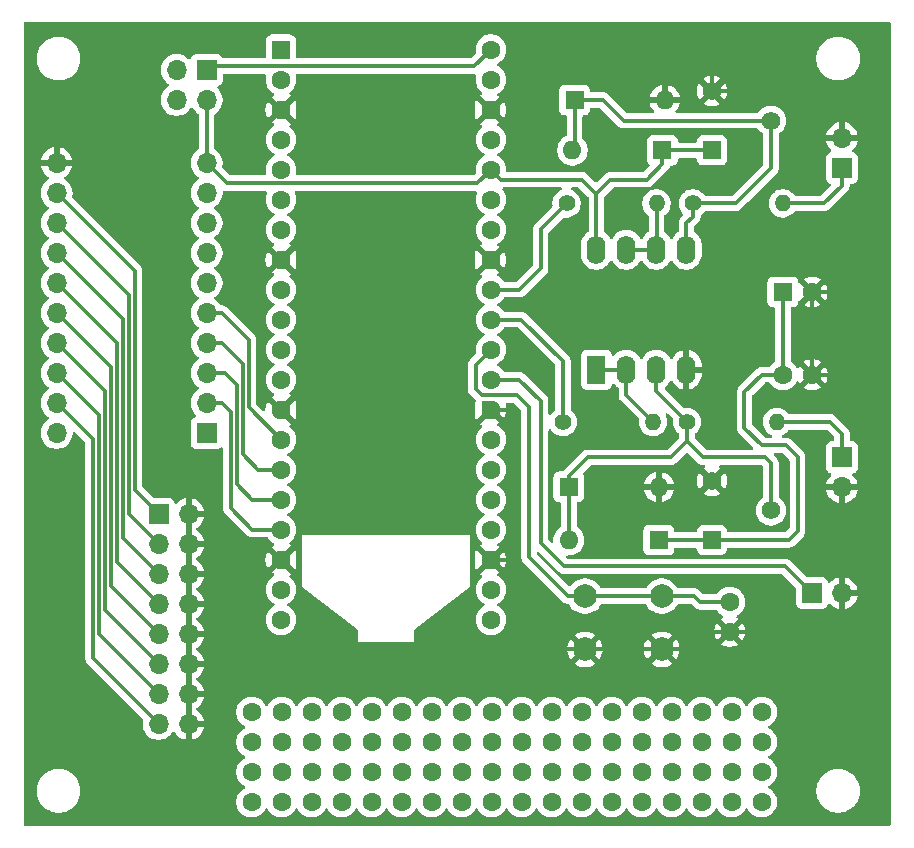
<source format=gbr>
%TF.GenerationSoftware,KiCad,Pcbnew,9.0.1-9.0.1-0~ubuntu24.04.1*%
%TF.CreationDate,2025-04-22T11:37:28+09:00*%
%TF.ProjectId,Scoppy_FrontEnd,53636f70-7079-45f4-9672-6f6e74456e64,rev?*%
%TF.SameCoordinates,Original*%
%TF.FileFunction,Copper,L1,Top*%
%TF.FilePolarity,Positive*%
%FSLAX46Y46*%
G04 Gerber Fmt 4.6, Leading zero omitted, Abs format (unit mm)*
G04 Created by KiCad (PCBNEW 9.0.1-9.0.1-0~ubuntu24.04.1) date 2025-04-22 11:37:28*
%MOMM*%
%LPD*%
G01*
G04 APERTURE LIST*
G04 Aperture macros list*
%AMRoundRect*
0 Rectangle with rounded corners*
0 $1 Rounding radius*
0 $2 $3 $4 $5 $6 $7 $8 $9 X,Y pos of 4 corners*
0 Add a 4 corners polygon primitive as box body*
4,1,4,$2,$3,$4,$5,$6,$7,$8,$9,$2,$3,0*
0 Add four circle primitives for the rounded corners*
1,1,$1+$1,$2,$3*
1,1,$1+$1,$4,$5*
1,1,$1+$1,$6,$7*
1,1,$1+$1,$8,$9*
0 Add four rect primitives between the rounded corners*
20,1,$1+$1,$2,$3,$4,$5,0*
20,1,$1+$1,$4,$5,$6,$7,0*
20,1,$1+$1,$6,$7,$8,$9,0*
20,1,$1+$1,$8,$9,$2,$3,0*%
%AMFreePoly0*
4,1,37,0.603843,0.796157,0.639018,0.796157,0.711114,0.766294,0.766294,0.711114,0.796157,0.639018,0.796157,0.603843,0.800000,0.600000,0.800000,-0.600000,0.796157,-0.603843,0.796157,-0.639018,0.766294,-0.711114,0.711114,-0.766294,0.639018,-0.796157,0.603843,-0.796157,0.600000,-0.800000,0.000000,-0.800000,0.000000,-0.796148,-0.078414,-0.796148,-0.232228,-0.765552,-0.377117,-0.705537,
-0.507515,-0.618408,-0.618408,-0.507515,-0.705537,-0.377117,-0.765552,-0.232228,-0.796148,-0.078414,-0.796148,0.078414,-0.765552,0.232228,-0.705537,0.377117,-0.618408,0.507515,-0.507515,0.618408,-0.377117,0.705537,-0.232228,0.765552,-0.078414,0.796148,0.000000,0.796148,0.000000,0.800000,0.600000,0.800000,0.603843,0.796157,0.603843,0.796157,$1*%
%AMFreePoly1*
4,1,37,0.000000,0.796148,0.078414,0.796148,0.232228,0.765552,0.377117,0.705537,0.507515,0.618408,0.618408,0.507515,0.705537,0.377117,0.765552,0.232228,0.796148,0.078414,0.796148,-0.078414,0.765552,-0.232228,0.705537,-0.377117,0.618408,-0.507515,0.507515,-0.618408,0.377117,-0.705537,0.232228,-0.765552,0.078414,-0.796148,0.000000,-0.796148,0.000000,-0.800000,-0.600000,-0.800000,
-0.603843,-0.796157,-0.639018,-0.796157,-0.711114,-0.766294,-0.766294,-0.711114,-0.796157,-0.639018,-0.796157,-0.603843,-0.800000,-0.600000,-0.800000,0.600000,-0.796157,0.603843,-0.796157,0.639018,-0.766294,0.711114,-0.711114,0.766294,-0.639018,0.796157,-0.603843,0.796157,-0.600000,0.800000,0.000000,0.800000,0.000000,0.796148,0.000000,0.796148,$1*%
G04 Aperture macros list end*
%TA.AperFunction,ComponentPad*%
%ADD10C,1.600000*%
%TD*%
%TA.AperFunction,ComponentPad*%
%ADD11R,1.560000X1.560000*%
%TD*%
%TA.AperFunction,ComponentPad*%
%ADD12C,1.560000*%
%TD*%
%TA.AperFunction,ComponentPad*%
%ADD13C,1.400000*%
%TD*%
%TA.AperFunction,ComponentPad*%
%ADD14O,1.400000X1.400000*%
%TD*%
%TA.AperFunction,ComponentPad*%
%ADD15R,1.600000X1.600000*%
%TD*%
%TA.AperFunction,ComponentPad*%
%ADD16C,2.000000*%
%TD*%
%TA.AperFunction,ComponentPad*%
%ADD17R,1.700000X1.700000*%
%TD*%
%TA.AperFunction,ComponentPad*%
%ADD18O,1.700000X1.700000*%
%TD*%
%TA.AperFunction,ComponentPad*%
%ADD19O,1.600000X1.600000*%
%TD*%
%TA.AperFunction,ComponentPad*%
%ADD20R,1.600000X2.400000*%
%TD*%
%TA.AperFunction,ComponentPad*%
%ADD21O,1.600000X2.400000*%
%TD*%
%TA.AperFunction,ComponentPad*%
%ADD22RoundRect,0.200000X-0.600000X-0.600000X0.600000X-0.600000X0.600000X0.600000X-0.600000X0.600000X0*%
%TD*%
%TA.AperFunction,ComponentPad*%
%ADD23FreePoly0,0.000000*%
%TD*%
%TA.AperFunction,ComponentPad*%
%ADD24FreePoly1,0.000000*%
%TD*%
%TA.AperFunction,ViaPad*%
%ADD25C,0.600000*%
%TD*%
%TA.AperFunction,Conductor*%
%ADD26C,0.300000*%
%TD*%
G04 APERTURE END LIST*
D10*
%TO.P,,*%
%TO.N,*%
X185420000Y-149860000D03*
%TD*%
%TO.P,C1,1*%
%TO.N,+3V3*%
X225315000Y-118760000D03*
%TO.P,C1,2*%
%TO.N,GND*%
X227815000Y-118760000D03*
%TD*%
%TO.P,,*%
%TO.N,*%
X208280000Y-154940000D03*
%TD*%
%TO.P,,*%
%TO.N,*%
X223520000Y-154940000D03*
%TD*%
%TO.P,,*%
%TO.N,*%
X182880000Y-152400000D03*
%TD*%
%TO.P,,*%
%TO.N,*%
X208280000Y-152400000D03*
%TD*%
%TO.P,,*%
%TO.N,*%
X218440000Y-152400000D03*
%TD*%
D11*
%TO.P,RV1,1,1*%
%TO.N,+3V3*%
X219315000Y-132760000D03*
D12*
%TO.P,RV1,2,2*%
%TO.N,Net-(D1-A)*%
X224315000Y-130260000D03*
%TO.P,RV1,3,3*%
%TO.N,GND*%
X219315000Y-127760000D03*
%TD*%
D10*
%TO.P,,*%
%TO.N,*%
X195580000Y-149860000D03*
%TD*%
%TO.P,,*%
%TO.N,*%
X218440000Y-154940000D03*
%TD*%
D13*
%TO.P,R1,1*%
%TO.N,Net-(D1-A)*%
X217195000Y-122760000D03*
D14*
%TO.P,R1,2*%
%TO.N,Net-(J4-Pin_1)*%
X224815000Y-122760000D03*
%TD*%
D10*
%TO.P,,*%
%TO.N,*%
X187960000Y-152400000D03*
%TD*%
D15*
%TO.P,C2,1*%
%TO.N,+3V3*%
X225315000Y-111760000D03*
D10*
%TO.P,C2,2*%
%TO.N,GND*%
X227815000Y-111760000D03*
%TD*%
D13*
%TO.P,R2,1*%
%TO.N,Net-(D3-A)*%
X217695000Y-104260000D03*
D14*
%TO.P,R2,2*%
%TO.N,Net-(J5-Pin_1)*%
X225315000Y-104260000D03*
%TD*%
D10*
%TO.P,,*%
%TO.N,*%
X215900000Y-152400000D03*
%TD*%
%TO.P,,*%
%TO.N,*%
X203200000Y-154940000D03*
%TD*%
%TO.P,,*%
%TO.N,*%
X180340000Y-152400000D03*
%TD*%
%TO.P,,*%
%TO.N,*%
X190500000Y-149860000D03*
%TD*%
%TO.P,,*%
%TO.N,*%
X203200000Y-152400000D03*
%TD*%
%TO.P,,*%
%TO.N,*%
X190500000Y-154940000D03*
%TD*%
%TO.P,,*%
%TO.N,*%
X215900000Y-149860000D03*
%TD*%
%TO.P,,*%
%TO.N,*%
X200660000Y-154940000D03*
%TD*%
%TO.P,,*%
%TO.N,*%
X223520000Y-152400000D03*
%TD*%
%TO.P,,*%
%TO.N,*%
X187960000Y-149860000D03*
%TD*%
D16*
%TO.P,SW2,1,A*%
%TO.N,Net-(SW2-A)*%
X208565000Y-137510000D03*
X215065000Y-137510000D03*
%TO.P,SW2,2,B*%
%TO.N,GND*%
X208565000Y-142010000D03*
X215065000Y-142010000D03*
%TD*%
D10*
%TO.P,,*%
%TO.N,*%
X203200000Y-147320000D03*
%TD*%
%TO.P,,*%
%TO.N,*%
X180340000Y-154940000D03*
%TD*%
%TO.P,,*%
%TO.N,*%
X187960000Y-147320000D03*
%TD*%
D11*
%TO.P,RV2,1,1*%
%TO.N,+3V3*%
X219315000Y-99760000D03*
D12*
%TO.P,RV2,2,2*%
%TO.N,Net-(D3-A)*%
X224315000Y-97260000D03*
%TO.P,RV2,3,3*%
%TO.N,GND*%
X219315000Y-94760000D03*
%TD*%
D10*
%TO.P,C4,1*%
%TO.N,Net-(SW2-A)*%
X220815000Y-138010000D03*
%TO.P,C4,2*%
%TO.N,GND*%
X220815000Y-140510000D03*
%TD*%
%TO.P,,*%
%TO.N,*%
X195580000Y-154940000D03*
%TD*%
%TO.P,,*%
%TO.N,*%
X193040000Y-152400000D03*
%TD*%
D17*
%TO.P,J4,1,Pin_1*%
%TO.N,Net-(J4-Pin_1)*%
X230315000Y-125760000D03*
D18*
%TO.P,J4,2,Pin_2*%
%TO.N,GND*%
X230315000Y-128300000D03*
%TD*%
D10*
%TO.P,,*%
%TO.N,*%
X218440000Y-147320000D03*
%TD*%
%TO.P,,*%
%TO.N,*%
X215900000Y-147320000D03*
%TD*%
%TO.P,,*%
%TO.N,*%
X185420000Y-147320000D03*
%TD*%
%TO.P,,*%
%TO.N,*%
X198120000Y-152400000D03*
%TD*%
D15*
%TO.P,D1,1,K*%
%TO.N,+3V3*%
X214815000Y-132760000D03*
D19*
%TO.P,D1,2,A*%
%TO.N,Net-(D1-A)*%
X207195000Y-132760000D03*
%TD*%
D17*
%TO.P,J7,1,Pin_1*%
%TO.N,Net-(J7-Pin_1)*%
X227775000Y-137260000D03*
D18*
%TO.P,J7,2,Pin_2*%
%TO.N,GND*%
X230315000Y-137260000D03*
%TD*%
D15*
%TO.P,D4,1,K*%
%TO.N,Net-(D3-A)*%
X207695000Y-95500000D03*
D19*
%TO.P,D4,2,A*%
%TO.N,GND*%
X215315000Y-95500000D03*
%TD*%
D10*
%TO.P,,*%
%TO.N,*%
X220980000Y-154940000D03*
%TD*%
%TO.P,,*%
%TO.N,*%
X185420000Y-152400000D03*
%TD*%
D15*
%TO.P,D3,1,K*%
%TO.N,+3V3*%
X215125000Y-99760000D03*
D19*
%TO.P,D3,2,A*%
%TO.N,Net-(D3-A)*%
X207505000Y-99760000D03*
%TD*%
D10*
%TO.P,,*%
%TO.N,*%
X210820000Y-154940000D03*
%TD*%
%TO.P,,*%
%TO.N,*%
X185420000Y-154940000D03*
%TD*%
%TO.P,,*%
%TO.N,*%
X195580000Y-147320000D03*
%TD*%
%TO.P,,*%
%TO.N,*%
X205740000Y-147320000D03*
%TD*%
%TO.P,,*%
%TO.N,*%
X220980000Y-152400000D03*
%TD*%
%TO.P,,*%
%TO.N,*%
X220980000Y-147320000D03*
%TD*%
%TO.P,,*%
%TO.N,*%
X223520000Y-147320000D03*
%TD*%
%TO.P,,*%
%TO.N,*%
X182880000Y-154940000D03*
%TD*%
%TO.P,,*%
%TO.N,*%
X205740000Y-149860000D03*
%TD*%
%TO.P,,*%
%TO.N,*%
X210820000Y-147320000D03*
%TD*%
%TO.P,,*%
%TO.N,*%
X213360000Y-149860000D03*
%TD*%
%TO.P,,*%
%TO.N,*%
X220980000Y-149860000D03*
%TD*%
D17*
%TO.P,J5,1,Pin_1*%
%TO.N,Net-(J5-Pin_1)*%
X230315000Y-101260000D03*
D18*
%TO.P,J5,2,Pin_2*%
%TO.N,GND*%
X230315000Y-98720000D03*
%TD*%
D17*
%TO.P,J2,1,Pin_1*%
%TO.N,+5V0*%
X176535000Y-92959000D03*
D18*
%TO.P,J2,2,Pin_2*%
%TO.N,+3V3*%
X176535000Y-95499000D03*
%TO.P,J2,3,Pin_3*%
%TO.N,Net-(J2-Pin_3)*%
X173995000Y-92959000D03*
%TO.P,J2,4,Pin_4*%
X173995000Y-95499000D03*
%TD*%
D10*
%TO.P,,*%
%TO.N,*%
X180340000Y-147320000D03*
%TD*%
D20*
%TO.P,U3,1*%
%TO.N,Net-(U3A--)*%
X209515000Y-118335000D03*
D21*
%TO.P,U3,2,-*%
X212055000Y-118335000D03*
%TO.P,U3,3,+*%
%TO.N,Net-(D1-A)*%
X214595000Y-118335000D03*
%TO.P,U3,4,V-*%
%TO.N,GND*%
X217135000Y-118335000D03*
%TO.P,U3,5,+*%
%TO.N,Net-(D3-A)*%
X217135000Y-108175000D03*
%TO.P,U3,6,-*%
%TO.N,Net-(U3B--)*%
X214595000Y-108175000D03*
%TO.P,U3,7*%
X212055000Y-108175000D03*
%TO.P,U3,8,V+*%
%TO.N,+3V3*%
X209515000Y-108175000D03*
%TD*%
D10*
%TO.P,,*%
%TO.N,*%
X198120000Y-147320000D03*
%TD*%
%TO.P,,*%
%TO.N,*%
X190500000Y-152400000D03*
%TD*%
%TO.P,,*%
%TO.N,*%
X195580000Y-152400000D03*
%TD*%
%TO.P,,*%
%TO.N,*%
X208280000Y-149860000D03*
%TD*%
%TO.P,,*%
%TO.N,*%
X180340000Y-149860000D03*
%TD*%
%TO.P,,*%
%TO.N,*%
X200660000Y-152400000D03*
%TD*%
%TO.P,,*%
%TO.N,*%
X182880000Y-149860000D03*
%TD*%
D17*
%TO.P,U1,1,VCCA*%
%TO.N,+3V3*%
X176530000Y-123698000D03*
D18*
%TO.P,U1,2,A1*%
%TO.N,Net-(U1-A1)*%
X176530000Y-121158000D03*
%TO.P,U1,3,A2*%
%TO.N,Net-(U1-A2)*%
X176530000Y-118618000D03*
%TO.P,U1,4,A3*%
%TO.N,Net-(U1-A3)*%
X176530000Y-116078000D03*
%TO.P,U1,5,A4*%
%TO.N,Net-(U1-A4)*%
X176530000Y-113538000D03*
%TO.P,U1,6,A5*%
%TO.N,Net-(U1-A5)*%
X176530000Y-110998000D03*
%TO.P,U1,7,A6*%
%TO.N,Net-(U1-A6)*%
X176530000Y-108458000D03*
%TO.P,U1,8,A7*%
%TO.N,Net-(U1-A7)*%
X176530000Y-105918000D03*
%TO.P,U1,9,A8*%
%TO.N,Net-(U1-A8)*%
X176530000Y-103378000D03*
%TO.P,U1,10,OE*%
%TO.N,+3V3*%
X176530000Y-100838000D03*
%TO.P,U1,11,GND*%
%TO.N,GND*%
X163830000Y-100838000D03*
%TO.P,U1,12,B8*%
%TO.N,Net-(J6-Pin_1)*%
X163830000Y-103378000D03*
%TO.P,U1,13,B7*%
%TO.N,Net-(J6-Pin_3)*%
X163830000Y-105918000D03*
%TO.P,U1,14,B6*%
%TO.N,Net-(J6-Pin_5)*%
X163830000Y-108458000D03*
%TO.P,U1,15,B5*%
%TO.N,Net-(J6-Pin_7)*%
X163830000Y-110998000D03*
%TO.P,U1,16,B4*%
%TO.N,Net-(J6-Pin_9)*%
X163830000Y-113538000D03*
%TO.P,U1,17,B3*%
%TO.N,Net-(J6-Pin_11)*%
X163830000Y-116078000D03*
%TO.P,U1,18,B2*%
%TO.N,Net-(J6-Pin_13)*%
X163830000Y-118618000D03*
%TO.P,U1,19,B1*%
%TO.N,Net-(J6-Pin_15)*%
X163830000Y-121158000D03*
%TO.P,U1,20,VCCB*%
%TO.N,Net-(J2-Pin_3)*%
X163830000Y-123698000D03*
%TD*%
D10*
%TO.P,,*%
%TO.N,*%
X193040000Y-154940000D03*
%TD*%
%TO.P,,*%
%TO.N,*%
X203200000Y-149860000D03*
%TD*%
%TO.P,,*%
%TO.N,*%
X205740000Y-152400000D03*
%TD*%
%TO.P,,*%
%TO.N,*%
X210820000Y-149860000D03*
%TD*%
%TO.P,,*%
%TO.N,*%
X182880000Y-147320000D03*
%TD*%
%TO.P,,*%
%TO.N,*%
X213360000Y-147320000D03*
%TD*%
%TO.P,,*%
%TO.N,*%
X200660000Y-149860000D03*
%TD*%
%TO.P,,*%
%TO.N,*%
X200660000Y-147320000D03*
%TD*%
%TO.P,,*%
%TO.N,*%
X187960000Y-154940000D03*
%TD*%
D13*
%TO.P,R4,1*%
%TO.N,/ADC_1*%
X207005000Y-104260000D03*
D14*
%TO.P,R4,2*%
%TO.N,Net-(U3B--)*%
X214625000Y-104260000D03*
%TD*%
D10*
%TO.P,,*%
%TO.N,*%
X210820000Y-152400000D03*
%TD*%
%TO.P,,*%
%TO.N,*%
X193040000Y-147320000D03*
%TD*%
%TO.P,,*%
%TO.N,*%
X198120000Y-149860000D03*
%TD*%
%TO.P,,*%
%TO.N,*%
X208280000Y-147320000D03*
%TD*%
%TO.P,,*%
%TO.N,*%
X205740000Y-154940000D03*
%TD*%
%TO.P,,*%
%TO.N,*%
X215900000Y-154940000D03*
%TD*%
%TO.P,,*%
%TO.N,*%
X190500000Y-147320000D03*
%TD*%
%TO.P,,*%
%TO.N,*%
X198120000Y-154940000D03*
%TD*%
D22*
%TO.P,U2,1,GPIO0*%
%TO.N,unconnected-(U2-GPIO0-Pad1)*%
X182815000Y-91240000D03*
D10*
%TO.P,U2,2,GPIO1*%
%TO.N,unconnected-(U2-GPIO1-Pad2)*%
X182815000Y-93780000D03*
D23*
%TO.P,U2,3,GND*%
%TO.N,GND*%
X182815000Y-96320000D03*
D10*
%TO.P,U2,4,GPIO2*%
%TO.N,unconnected-(U2-GPIO2-Pad4)*%
X182815000Y-98860000D03*
%TO.P,U2,5,GPIO3*%
%TO.N,unconnected-(U2-GPIO3-Pad5)*%
X182815000Y-101400000D03*
%TO.P,U2,6,GPIO4*%
%TO.N,unconnected-(U2-GPIO4-Pad6)*%
X182815000Y-103940000D03*
%TO.P,U2,7,GPIO5*%
%TO.N,unconnected-(U2-GPIO5-Pad7)*%
X182815000Y-106480000D03*
D23*
%TO.P,U2,8,GND*%
%TO.N,GND*%
X182815000Y-109020000D03*
D10*
%TO.P,U2,9,GPIO6*%
%TO.N,Net-(U1-A8)*%
X182815000Y-111560000D03*
%TO.P,U2,10,GPIO7*%
%TO.N,Net-(U1-A7)*%
X182815000Y-114100000D03*
%TO.P,U2,11,GPIO8*%
%TO.N,Net-(U1-A6)*%
X182815000Y-116640000D03*
%TO.P,U2,12,GPIO9*%
%TO.N,Net-(U1-A5)*%
X182815000Y-119180000D03*
D23*
%TO.P,U2,13,GND*%
%TO.N,GND*%
X182815000Y-121720000D03*
D10*
%TO.P,U2,14,GPIO10*%
%TO.N,Net-(U1-A4)*%
X182815000Y-124260000D03*
%TO.P,U2,15,GPIO11*%
%TO.N,Net-(U1-A3)*%
X182815000Y-126800000D03*
%TO.P,U2,16,GPIO12*%
%TO.N,Net-(U1-A2)*%
X182815000Y-129340000D03*
%TO.P,U2,17,GPIO13*%
%TO.N,Net-(U1-A1)*%
X182815000Y-131880000D03*
D23*
%TO.P,U2,18,GND*%
%TO.N,GND*%
X182815000Y-134420000D03*
D10*
%TO.P,U2,19,GPIO14*%
%TO.N,unconnected-(U2-GPIO14-Pad19)*%
X182815000Y-136960000D03*
%TO.P,U2,20,GPIO15*%
%TO.N,unconnected-(U2-GPIO15-Pad20)*%
X182815000Y-139500000D03*
%TO.P,U2,21,GPIO16*%
%TO.N,unconnected-(U2-GPIO16-Pad21)*%
X200595000Y-139500000D03*
%TO.P,U2,22,GPIO17*%
%TO.N,unconnected-(U2-GPIO17-Pad22)*%
X200595000Y-136960000D03*
D24*
%TO.P,U2,23,GND*%
%TO.N,GND*%
X200595000Y-134420000D03*
D10*
%TO.P,U2,24,GPIO18*%
%TO.N,unconnected-(U2-GPIO18-Pad24)*%
X200595000Y-131880000D03*
%TO.P,U2,25,GPIO19*%
%TO.N,unconnected-(U2-GPIO19-Pad25)*%
X200595000Y-129340000D03*
%TO.P,U2,26,GPIO20*%
%TO.N,unconnected-(U2-GPIO20-Pad26)*%
X200595000Y-126800000D03*
%TO.P,U2,27,GPIO21*%
%TO.N,unconnected-(U2-GPIO21-Pad27)*%
X200595000Y-124260000D03*
D24*
%TO.P,U2,28,GND*%
%TO.N,GND*%
X200595000Y-121720000D03*
D10*
%TO.P,U2,29,GPIO22*%
%TO.N,Net-(J7-Pin_1)*%
X200595000Y-119180000D03*
%TO.P,U2,30,RUN*%
%TO.N,Net-(SW2-A)*%
X200595000Y-116640000D03*
%TO.P,U2,31,GPIO26_ADC0*%
%TO.N,/ADC_0*%
X200595000Y-114100000D03*
%TO.P,U2,32,GPIO27_ADC1*%
%TO.N,/ADC_1*%
X200595000Y-111560000D03*
D24*
%TO.P,U2,33,AGND*%
%TO.N,GND*%
X200595000Y-109020000D03*
D10*
%TO.P,U2,34,GPIO28_ADC2*%
%TO.N,unconnected-(U2-GPIO28_ADC2-Pad34)*%
X200595000Y-106480000D03*
%TO.P,U2,35,ADC_VREF*%
%TO.N,unconnected-(U2-ADC_VREF-Pad35)*%
X200595000Y-103940000D03*
%TO.P,U2,36,3V3*%
%TO.N,+3V3*%
X200595000Y-101400000D03*
%TO.P,U2,37,3V3_EN*%
%TO.N,unconnected-(U2-3V3_EN-Pad37)*%
X200595000Y-98860000D03*
D24*
%TO.P,U2,38,GND*%
%TO.N,GND*%
X200595000Y-96320000D03*
D10*
%TO.P,U2,39,VSYS*%
%TO.N,unconnected-(U2-VSYS-Pad39)*%
X200595000Y-93780000D03*
%TO.P,U2,40,VBUS*%
%TO.N,+5V0*%
X200595000Y-91240000D03*
%TD*%
%TO.P,,*%
%TO.N,*%
X223520000Y-149860000D03*
%TD*%
%TO.P,,*%
%TO.N,*%
X218440000Y-149860000D03*
%TD*%
D17*
%TO.P,J6,1,Pin_1*%
%TO.N,Net-(J6-Pin_1)*%
X172466000Y-130556000D03*
D18*
%TO.P,J6,2,Pin_2*%
%TO.N,GND*%
X175006000Y-130556000D03*
%TO.P,J6,3,Pin_3*%
%TO.N,Net-(J6-Pin_3)*%
X172466000Y-133096000D03*
%TO.P,J6,4,Pin_4*%
%TO.N,GND*%
X175006000Y-133096000D03*
%TO.P,J6,5,Pin_5*%
%TO.N,Net-(J6-Pin_5)*%
X172466000Y-135636000D03*
%TO.P,J6,6,Pin_6*%
%TO.N,GND*%
X175006000Y-135636000D03*
%TO.P,J6,7,Pin_7*%
%TO.N,Net-(J6-Pin_7)*%
X172466000Y-138176000D03*
%TO.P,J6,8,Pin_8*%
%TO.N,GND*%
X175006000Y-138176000D03*
%TO.P,J6,9,Pin_9*%
%TO.N,Net-(J6-Pin_9)*%
X172466000Y-140716000D03*
%TO.P,J6,10,Pin_10*%
%TO.N,GND*%
X175006000Y-140716000D03*
%TO.P,J6,11,Pin_11*%
%TO.N,Net-(J6-Pin_11)*%
X172466000Y-143256000D03*
%TO.P,J6,12,Pin_12*%
%TO.N,GND*%
X175006000Y-143256000D03*
%TO.P,J6,13,Pin_13*%
%TO.N,Net-(J6-Pin_13)*%
X172466000Y-145796000D03*
%TO.P,J6,14,Pin_14*%
%TO.N,GND*%
X175006000Y-145796000D03*
%TO.P,J6,15,Pin_15*%
%TO.N,Net-(J6-Pin_15)*%
X172466000Y-148336000D03*
%TO.P,J6,16,Pin_16*%
%TO.N,GND*%
X175006000Y-148336000D03*
%TD*%
D10*
%TO.P,,*%
%TO.N,*%
X213360000Y-154940000D03*
%TD*%
%TO.P,,*%
%TO.N,*%
X213360000Y-152400000D03*
%TD*%
D13*
%TO.P,R3,1*%
%TO.N,/ADC_0*%
X206695000Y-122760000D03*
D14*
%TO.P,R3,2*%
%TO.N,Net-(U3A--)*%
X214315000Y-122760000D03*
%TD*%
D15*
%TO.P,D2,1,K*%
%TO.N,Net-(D1-A)*%
X207195000Y-128260000D03*
D19*
%TO.P,D2,2,A*%
%TO.N,GND*%
X214815000Y-128260000D03*
%TD*%
D10*
%TO.P,,*%
%TO.N,*%
X193040000Y-149860000D03*
%TD*%
D25*
%TO.N,GND*%
X204470000Y-143510000D03*
X191770000Y-143510000D03*
X231140000Y-109220000D03*
X231140000Y-132080000D03*
X184150000Y-143510000D03*
X210820000Y-111760000D03*
X201930000Y-143510000D03*
X162306000Y-131064000D03*
X226060000Y-144780000D03*
X162306000Y-146304000D03*
X194310000Y-143510000D03*
X223520000Y-144780000D03*
X167640000Y-101600000D03*
X215900000Y-111760000D03*
X186436000Y-107442000D03*
X199390000Y-143510000D03*
X165100000Y-127000000D03*
X162306000Y-138684000D03*
X228600000Y-132080000D03*
X228600000Y-147320000D03*
X179070000Y-137160000D03*
X231140000Y-114300000D03*
X197612000Y-124714000D03*
X162306000Y-136144000D03*
X162306000Y-141224000D03*
X189230000Y-143510000D03*
X220980000Y-144780000D03*
X181610000Y-143510000D03*
X162306000Y-133604000D03*
X162306000Y-148844000D03*
X197612000Y-107442000D03*
X186690000Y-143510000D03*
X204470000Y-118110000D03*
X171450000Y-106680000D03*
X179070000Y-143510000D03*
X205740000Y-113030000D03*
X226060000Y-147320000D03*
X215900000Y-114300000D03*
X162306000Y-143764000D03*
X228600000Y-109220000D03*
X172720000Y-101600000D03*
X210820000Y-114300000D03*
X196850000Y-143510000D03*
X228600000Y-144780000D03*
X226060000Y-149860000D03*
X186182000Y-124206000D03*
%TD*%
D26*
%TO.N,+3V3*%
X225315000Y-111760000D02*
X225315000Y-118760000D01*
X222065000Y-120250000D02*
X222065000Y-123250000D01*
X225315000Y-118760000D02*
X223555000Y-118760000D01*
X200595000Y-101400000D02*
X201445000Y-102250000D01*
X178243000Y-102551000D02*
X199444000Y-102551000D01*
X210705000Y-102260000D02*
X209515000Y-103450000D01*
X225565000Y-124750000D02*
X226565000Y-125750000D01*
X209515000Y-104060000D02*
X209515000Y-108175000D01*
X226565000Y-132000000D02*
X225805000Y-132760000D01*
X215125000Y-99760000D02*
X219315000Y-99760000D01*
X215125000Y-100950000D02*
X213815000Y-102260000D01*
X225805000Y-132760000D02*
X219315000Y-132760000D01*
X223555000Y-118760000D02*
X222065000Y-120250000D01*
X209515000Y-103450000D02*
X209515000Y-104060000D01*
X226565000Y-125750000D02*
X226565000Y-132000000D01*
X215125000Y-99760000D02*
X215125000Y-100950000D01*
X201445000Y-102250000D02*
X208315000Y-102250000D01*
X199444000Y-102551000D02*
X200595000Y-101400000D01*
X176535000Y-100833000D02*
X176530000Y-100838000D01*
X214815000Y-132760000D02*
X219315000Y-132760000D01*
X223565000Y-124750000D02*
X225565000Y-124750000D01*
X176535000Y-95499000D02*
X176535000Y-100833000D01*
X176530000Y-100838000D02*
X178243000Y-102551000D01*
X208315000Y-102250000D02*
X209515000Y-103450000D01*
X213815000Y-102260000D02*
X210705000Y-102260000D01*
X222065000Y-123250000D02*
X223565000Y-124750000D01*
%TO.N,Net-(D3-A)*%
X224315000Y-101260000D02*
X221315000Y-104260000D01*
X217135000Y-105940000D02*
X217135000Y-108175000D01*
X207695000Y-95500000D02*
X210065000Y-95500000D01*
X217695000Y-104260000D02*
X217695000Y-105380000D01*
X207695000Y-99570000D02*
X207505000Y-99760000D01*
X221315000Y-104260000D02*
X217695000Y-104260000D01*
X207695000Y-95500000D02*
X207695000Y-99570000D01*
X217695000Y-105380000D02*
X217135000Y-105940000D01*
X210065000Y-95500000D02*
X211825000Y-97260000D01*
X224315000Y-97260000D02*
X224315000Y-101260000D01*
X211825000Y-97260000D02*
X224315000Y-97260000D01*
%TO.N,Net-(J5-Pin_1)*%
X230315000Y-102760000D02*
X230315000Y-101260000D01*
X225315000Y-104260000D02*
X228815000Y-104260000D01*
X228815000Y-104260000D02*
X230315000Y-102760000D01*
%TO.N,Net-(J7-Pin_1)*%
X200595000Y-119180000D02*
X202995000Y-119180000D01*
X202995000Y-119180000D02*
X204815000Y-121000000D01*
X227775000Y-137260000D02*
X225515000Y-135000000D01*
X204815000Y-121000000D02*
X204815000Y-133000000D01*
X204815000Y-133000000D02*
X206815000Y-135000000D01*
X225515000Y-135000000D02*
X206815000Y-135000000D01*
%TO.N,/ADC_0*%
X200595000Y-114100000D02*
X203155000Y-114100000D01*
X206695000Y-122760000D02*
X206695000Y-117640000D01*
X206695000Y-117640000D02*
X203155000Y-114100000D01*
%TO.N,Net-(U3A--)*%
X212055000Y-118335000D02*
X209515000Y-118335000D01*
X212055000Y-118335000D02*
X212055000Y-120500000D01*
X212055000Y-120500000D02*
X214315000Y-122760000D01*
%TO.N,Net-(U3B--)*%
X214625000Y-108145000D02*
X214595000Y-108175000D01*
X214625000Y-104260000D02*
X214625000Y-108145000D01*
X214595000Y-108175000D02*
X212055000Y-108175000D01*
%TO.N,/ADC_1*%
X204815000Y-106450000D02*
X204815000Y-109760000D01*
X203015000Y-111560000D02*
X200595000Y-111560000D01*
X207005000Y-104260000D02*
X204815000Y-106450000D01*
X204815000Y-109760000D02*
X203015000Y-111560000D01*
%TO.N,GND*%
X202285000Y-121720000D02*
X202815000Y-122250000D01*
X227565000Y-98750000D02*
X227815000Y-98750000D01*
X230315000Y-139750000D02*
X229555000Y-140510000D01*
X233065000Y-110000000D02*
X231305000Y-111760000D01*
X200595000Y-134420000D02*
X202735000Y-134420000D01*
X215065000Y-142010000D02*
X208565000Y-142010000D01*
X229555000Y-140510000D02*
X220815000Y-140510000D01*
X202735000Y-134420000D02*
X203815000Y-135500000D01*
X202815000Y-134340000D02*
X202735000Y-134420000D01*
X232515000Y-128300000D02*
X230315000Y-128300000D01*
X226565000Y-97750000D02*
X227565000Y-98750000D01*
X219315000Y-94760000D02*
X225305000Y-94760000D01*
X203815000Y-135500000D02*
X203815000Y-140000000D01*
X225305000Y-94760000D02*
X225315000Y-94750000D01*
X232285000Y-98720000D02*
X233065000Y-99500000D01*
X230315000Y-128300000D02*
X230315000Y-137260000D01*
X231305000Y-111760000D02*
X227815000Y-111760000D01*
X232055000Y-118760000D02*
X232065000Y-118750000D01*
X205825000Y-142010000D02*
X203815000Y-140000000D01*
X215315000Y-95500000D02*
X215315000Y-92750000D01*
X230315000Y-98720000D02*
X232285000Y-98720000D01*
X218555000Y-140510000D02*
X217055000Y-142010000D01*
X220815000Y-140510000D02*
X218555000Y-140510000D01*
X215315000Y-92750000D02*
X219315000Y-92750000D01*
X208565000Y-142010000D02*
X205825000Y-142010000D01*
X227815000Y-118760000D02*
X232055000Y-118760000D01*
X227845000Y-98720000D02*
X230315000Y-98720000D01*
X233315000Y-120000000D02*
X233315000Y-127500000D01*
X233065000Y-99500000D02*
X233065000Y-110000000D01*
X217055000Y-142010000D02*
X215065000Y-142010000D01*
X227815000Y-111760000D02*
X227815000Y-118760000D01*
X225315000Y-94750000D02*
X226565000Y-96000000D01*
X226565000Y-96000000D02*
X226565000Y-97750000D01*
X200595000Y-121720000D02*
X202285000Y-121720000D01*
X233315000Y-127500000D02*
X232515000Y-128300000D01*
X202815000Y-122250000D02*
X202815000Y-134340000D01*
X230315000Y-137260000D02*
X230315000Y-139750000D01*
X219315000Y-92750000D02*
X219315000Y-94760000D01*
X227815000Y-98750000D02*
X227845000Y-98720000D01*
X232065000Y-118750000D02*
X233315000Y-120000000D01*
%TO.N,Net-(D1-A)*%
X207195000Y-132760000D02*
X207195000Y-128260000D01*
X207195000Y-127380000D02*
X207195000Y-128260000D01*
X217195000Y-124380000D02*
X215815000Y-125760000D01*
X214595000Y-120160000D02*
X217195000Y-122760000D01*
X218575000Y-125760000D02*
X223815000Y-125760000D01*
X224315000Y-126260000D02*
X224315000Y-130260000D01*
X223815000Y-125760000D02*
X224315000Y-126260000D01*
X214595000Y-118335000D02*
X214595000Y-120160000D01*
X217195000Y-122760000D02*
X217195000Y-124380000D01*
X215815000Y-125760000D02*
X208815000Y-125760000D01*
X217195000Y-124380000D02*
X218575000Y-125760000D01*
X208815000Y-125760000D02*
X207195000Y-127380000D01*
%TO.N,Net-(J4-Pin_1)*%
X229315000Y-122760000D02*
X230315000Y-123760000D01*
X224815000Y-122760000D02*
X229315000Y-122760000D01*
X230315000Y-125760000D02*
X230315000Y-123760000D01*
%TO.N,Net-(SW2-A)*%
X199815000Y-120500000D02*
X199315000Y-120000000D01*
X202815000Y-120500000D02*
X199815000Y-120500000D01*
X208565000Y-137510000D02*
X207116480Y-137510000D01*
X207116480Y-137510000D02*
X203815000Y-134208520D01*
X199315000Y-117920000D02*
X200595000Y-116640000D01*
X208565000Y-137510000D02*
X215065000Y-137510000D01*
X203815000Y-134208520D02*
X203815000Y-121500000D01*
X215065000Y-137510000D02*
X217825000Y-137510000D01*
X199315000Y-120000000D02*
X199315000Y-117920000D01*
X218325000Y-138010000D02*
X220815000Y-138010000D01*
X217825000Y-137510000D02*
X218325000Y-138010000D01*
X203815000Y-121500000D02*
X202815000Y-120500000D01*
%TO.N,+5V0*%
X176535000Y-92959000D02*
X176865000Y-92629000D01*
X199206000Y-92629000D02*
X200595000Y-91240000D01*
X176865000Y-92629000D02*
X199206000Y-92629000D01*
%TO.N,Net-(J6-Pin_9)*%
X168416000Y-136666000D02*
X172466000Y-140716000D01*
X163830000Y-113538000D02*
X168416000Y-118124000D01*
X168416000Y-118124000D02*
X168416000Y-136666000D01*
%TO.N,Net-(J6-Pin_5)*%
X169418000Y-132588000D02*
X172466000Y-135636000D01*
X163830000Y-108458000D02*
X169418000Y-114046000D01*
X169418000Y-114046000D02*
X169418000Y-132588000D01*
%TO.N,Net-(J6-Pin_3)*%
X169926000Y-112014000D02*
X169926000Y-130556000D01*
X163830000Y-105918000D02*
X169926000Y-112014000D01*
X169926000Y-130556000D02*
X172466000Y-133096000D01*
%TO.N,Net-(J6-Pin_11)*%
X167915000Y-120163000D02*
X167915000Y-138705000D01*
X163830000Y-116078000D02*
X167915000Y-120163000D01*
X167915000Y-138705000D02*
X172466000Y-143256000D01*
%TO.N,Net-(J6-Pin_1)*%
X170434000Y-128524000D02*
X172466000Y-130556000D01*
X163830000Y-103378000D02*
X170434000Y-109982000D01*
X170434000Y-109982000D02*
X170434000Y-128524000D01*
%TO.N,Net-(J6-Pin_7)*%
X163830000Y-110998000D02*
X168917000Y-116085000D01*
X168917000Y-134627000D02*
X172466000Y-138176000D01*
X168917000Y-116085000D02*
X168917000Y-134627000D01*
%TO.N,Net-(J6-Pin_13)*%
X167414000Y-140744000D02*
X172466000Y-145796000D01*
X163830000Y-118618000D02*
X167414000Y-122202000D01*
X167414000Y-122202000D02*
X167414000Y-140744000D01*
%TO.N,Net-(J6-Pin_15)*%
X166913000Y-142783000D02*
X172466000Y-148336000D01*
X163830000Y-121158000D02*
X166913000Y-124241000D01*
X166913000Y-124241000D02*
X166913000Y-142783000D01*
%TO.N,Net-(U1-A1)*%
X180394000Y-131880000D02*
X182815000Y-131880000D01*
X176530000Y-121158000D02*
X177800000Y-121158000D01*
X177800000Y-121158000D02*
X178562000Y-121920000D01*
X178562000Y-130048000D02*
X180394000Y-131880000D01*
X178562000Y-121920000D02*
X178562000Y-130048000D01*
%TO.N,Net-(U1-A3)*%
X177800000Y-116078000D02*
X179578000Y-117856000D01*
X176530000Y-116078000D02*
X177800000Y-116078000D01*
X179578000Y-117856000D02*
X179578000Y-125476000D01*
X180902000Y-126800000D02*
X182815000Y-126800000D01*
X179578000Y-125476000D02*
X180902000Y-126800000D01*
%TO.N,Net-(U1-A4)*%
X177800000Y-113538000D02*
X180086000Y-115824000D01*
X176530000Y-113538000D02*
X177800000Y-113538000D01*
X180086000Y-121531000D02*
X182815000Y-124260000D01*
X180086000Y-115824000D02*
X180086000Y-121531000D01*
%TO.N,Net-(U1-A2)*%
X179070000Y-128016000D02*
X180394000Y-129340000D01*
X179070000Y-119634000D02*
X179070000Y-128016000D01*
X176530000Y-118618000D02*
X178054000Y-118618000D01*
X180394000Y-129340000D02*
X182815000Y-129340000D01*
X178054000Y-118618000D02*
X179070000Y-119634000D01*
%TD*%
%TA.AperFunction,Conductor*%
%TO.N,GND*%
G36*
X175256000Y-147902988D02*
G01*
X175198993Y-147870075D01*
X175071826Y-147836000D01*
X174940174Y-147836000D01*
X174813007Y-147870075D01*
X174756000Y-147902988D01*
X174756000Y-146229012D01*
X174813007Y-146261925D01*
X174940174Y-146296000D01*
X175071826Y-146296000D01*
X175198993Y-146261925D01*
X175256000Y-146229012D01*
X175256000Y-147902988D01*
G37*
%TD.AperFunction*%
%TA.AperFunction,Conductor*%
G36*
X175256000Y-145362988D02*
G01*
X175198993Y-145330075D01*
X175071826Y-145296000D01*
X174940174Y-145296000D01*
X174813007Y-145330075D01*
X174756000Y-145362988D01*
X174756000Y-143689012D01*
X174813007Y-143721925D01*
X174940174Y-143756000D01*
X175071826Y-143756000D01*
X175198993Y-143721925D01*
X175256000Y-143689012D01*
X175256000Y-145362988D01*
G37*
%TD.AperFunction*%
%TA.AperFunction,Conductor*%
G36*
X175256000Y-142822988D02*
G01*
X175198993Y-142790075D01*
X175071826Y-142756000D01*
X174940174Y-142756000D01*
X174813007Y-142790075D01*
X174756000Y-142822988D01*
X174756000Y-141149012D01*
X174813007Y-141181925D01*
X174940174Y-141216000D01*
X175071826Y-141216000D01*
X175198993Y-141181925D01*
X175256000Y-141149012D01*
X175256000Y-142822988D01*
G37*
%TD.AperFunction*%
%TA.AperFunction,Conductor*%
G36*
X175256000Y-140282988D02*
G01*
X175198993Y-140250075D01*
X175071826Y-140216000D01*
X174940174Y-140216000D01*
X174813007Y-140250075D01*
X174756000Y-140282988D01*
X174756000Y-138609012D01*
X174813007Y-138641925D01*
X174940174Y-138676000D01*
X175071826Y-138676000D01*
X175198993Y-138641925D01*
X175256000Y-138609012D01*
X175256000Y-140282988D01*
G37*
%TD.AperFunction*%
%TA.AperFunction,Conductor*%
G36*
X175256000Y-137742988D02*
G01*
X175198993Y-137710075D01*
X175071826Y-137676000D01*
X174940174Y-137676000D01*
X174813007Y-137710075D01*
X174756000Y-137742988D01*
X174756000Y-136069012D01*
X174813007Y-136101925D01*
X174940174Y-136136000D01*
X175071826Y-136136000D01*
X175198993Y-136101925D01*
X175256000Y-136069012D01*
X175256000Y-137742988D01*
G37*
%TD.AperFunction*%
%TA.AperFunction,Conductor*%
G36*
X175256000Y-135202988D02*
G01*
X175198993Y-135170075D01*
X175071826Y-135136000D01*
X174940174Y-135136000D01*
X174813007Y-135170075D01*
X174756000Y-135202988D01*
X174756000Y-133529012D01*
X174813007Y-133561925D01*
X174940174Y-133596000D01*
X175071826Y-133596000D01*
X175198993Y-133561925D01*
X175256000Y-133529012D01*
X175256000Y-135202988D01*
G37*
%TD.AperFunction*%
%TA.AperFunction,Conductor*%
G36*
X175256000Y-132662988D02*
G01*
X175198993Y-132630075D01*
X175071826Y-132596000D01*
X174940174Y-132596000D01*
X174813007Y-132630075D01*
X174756000Y-132662988D01*
X174756000Y-130989012D01*
X174813007Y-131021925D01*
X174940174Y-131056000D01*
X175071826Y-131056000D01*
X175198993Y-131021925D01*
X175256000Y-130989012D01*
X175256000Y-132662988D01*
G37*
%TD.AperFunction*%
%TA.AperFunction,Conductor*%
G36*
X202901231Y-114770185D02*
G01*
X202921873Y-114786819D01*
X206008181Y-117873127D01*
X206041666Y-117934450D01*
X206044500Y-117960808D01*
X206044500Y-121685534D01*
X206024815Y-121752573D01*
X205993387Y-121785851D01*
X205912927Y-121844309D01*
X205779311Y-121977925D01*
X205689818Y-122101101D01*
X205634487Y-122143766D01*
X205564874Y-122149745D01*
X205503079Y-122117139D01*
X205468722Y-122056300D01*
X205465500Y-122028215D01*
X205465500Y-120935928D01*
X205440502Y-120810261D01*
X205440501Y-120810260D01*
X205440501Y-120810256D01*
X205391465Y-120691873D01*
X205390042Y-120689744D01*
X205375699Y-120668277D01*
X205375697Y-120668275D01*
X205320277Y-120585331D01*
X205320275Y-120585329D01*
X205320273Y-120585326D01*
X203409673Y-118674726D01*
X203409669Y-118674723D01*
X203303127Y-118603535D01*
X203184744Y-118554499D01*
X203184738Y-118554497D01*
X203059071Y-118529500D01*
X203059069Y-118529500D01*
X201793071Y-118529500D01*
X201726032Y-118509815D01*
X201692754Y-118478386D01*
X201586966Y-118332781D01*
X201442219Y-118188034D01*
X201442213Y-118188028D01*
X201276614Y-118067715D01*
X201258303Y-118058385D01*
X201183917Y-118020483D01*
X201133123Y-117972511D01*
X201116328Y-117904690D01*
X201138865Y-117838555D01*
X201183917Y-117799516D01*
X201276610Y-117752287D01*
X201306935Y-117730255D01*
X201442213Y-117631971D01*
X201442215Y-117631968D01*
X201442219Y-117631966D01*
X201586966Y-117487219D01*
X201586968Y-117487215D01*
X201586971Y-117487213D01*
X201642696Y-117410512D01*
X201707287Y-117321610D01*
X201800220Y-117139219D01*
X201863477Y-116944534D01*
X201895500Y-116742352D01*
X201895500Y-116537648D01*
X201872786Y-116394239D01*
X201863477Y-116335465D01*
X201814356Y-116184287D01*
X201800220Y-116140781D01*
X201800218Y-116140778D01*
X201800218Y-116140776D01*
X201766503Y-116074607D01*
X201707287Y-115958390D01*
X201699556Y-115947749D01*
X201586971Y-115792786D01*
X201442213Y-115648028D01*
X201276614Y-115527715D01*
X201270006Y-115524348D01*
X201183917Y-115480483D01*
X201133123Y-115432511D01*
X201116328Y-115364690D01*
X201138865Y-115298555D01*
X201183917Y-115259516D01*
X201276610Y-115212287D01*
X201297770Y-115196913D01*
X201442213Y-115091971D01*
X201442215Y-115091968D01*
X201442219Y-115091966D01*
X201586966Y-114947219D01*
X201692753Y-114801613D01*
X201748082Y-114758949D01*
X201793071Y-114750500D01*
X202834192Y-114750500D01*
X202901231Y-114770185D01*
G37*
%TD.AperFunction*%
%TA.AperFunction,Conductor*%
G36*
X178051949Y-103175959D02*
G01*
X178053256Y-103176501D01*
X178053260Y-103176501D01*
X178053261Y-103176502D01*
X178178928Y-103201500D01*
X178178931Y-103201500D01*
X181529350Y-103201500D01*
X181596389Y-103221185D01*
X181642144Y-103273989D01*
X181652088Y-103343147D01*
X181639835Y-103381795D01*
X181609781Y-103440776D01*
X181546522Y-103635465D01*
X181514500Y-103837648D01*
X181514500Y-104042351D01*
X181546522Y-104244534D01*
X181609781Y-104439223D01*
X181657588Y-104533048D01*
X181684309Y-104585491D01*
X181702715Y-104621613D01*
X181823028Y-104787213D01*
X181967786Y-104931971D01*
X182119333Y-105042074D01*
X182133390Y-105052287D01*
X182224840Y-105098883D01*
X182226080Y-105099515D01*
X182276876Y-105147490D01*
X182293671Y-105215311D01*
X182271134Y-105281446D01*
X182226080Y-105320485D01*
X182133386Y-105367715D01*
X181967786Y-105488028D01*
X181823028Y-105632786D01*
X181702715Y-105798386D01*
X181609781Y-105980776D01*
X181546522Y-106175465D01*
X181514500Y-106377648D01*
X181514500Y-106582351D01*
X181546522Y-106784534D01*
X181609781Y-106979223D01*
X181657588Y-107073048D01*
X181684309Y-107125491D01*
X181702715Y-107161613D01*
X181823028Y-107327213D01*
X181967786Y-107471971D01*
X182133388Y-107592286D01*
X182133390Y-107592287D01*
X182219294Y-107636057D01*
X182270090Y-107684031D01*
X182286886Y-107751852D01*
X182264349Y-107817987D01*
X182221455Y-107855899D01*
X182155497Y-107891155D01*
X182086086Y-107937534D01*
X182086085Y-107937534D01*
X182685589Y-108537037D01*
X182622007Y-108554075D01*
X182507993Y-108619901D01*
X182414901Y-108712993D01*
X182349075Y-108827007D01*
X182332037Y-108890588D01*
X181732534Y-108291085D01*
X181732534Y-108291086D01*
X181686158Y-108360493D01*
X181639490Y-108447801D01*
X181579185Y-108593387D01*
X181550444Y-108688135D01*
X181519701Y-108842697D01*
X181519701Y-108842700D01*
X181510000Y-108941210D01*
X181510000Y-109098789D01*
X181519701Y-109197299D01*
X181519701Y-109197302D01*
X181550444Y-109351864D01*
X181579185Y-109446612D01*
X181639490Y-109592198D01*
X181686155Y-109679501D01*
X181686161Y-109679511D01*
X181732534Y-109748912D01*
X182332037Y-109149410D01*
X182349075Y-109212993D01*
X182414901Y-109327007D01*
X182507993Y-109420099D01*
X182622007Y-109485925D01*
X182685589Y-109502962D01*
X182086085Y-110102465D01*
X182155488Y-110148838D01*
X182155498Y-110148844D01*
X182221454Y-110184099D01*
X182271298Y-110233062D01*
X182286758Y-110301200D01*
X182262926Y-110366879D01*
X182219295Y-110403942D01*
X182133386Y-110447715D01*
X181967786Y-110568028D01*
X181823028Y-110712786D01*
X181702715Y-110878386D01*
X181609781Y-111060776D01*
X181546522Y-111255465D01*
X181514500Y-111457648D01*
X181514500Y-111662351D01*
X181546522Y-111864534D01*
X181609781Y-112059223D01*
X181673691Y-112184653D01*
X181684309Y-112205491D01*
X181702715Y-112241613D01*
X181823028Y-112407213D01*
X181967786Y-112551971D01*
X182114012Y-112658208D01*
X182133390Y-112672287D01*
X182224840Y-112718883D01*
X182226080Y-112719515D01*
X182276876Y-112767490D01*
X182293671Y-112835311D01*
X182271134Y-112901446D01*
X182226080Y-112940485D01*
X182133386Y-112987715D01*
X181967786Y-113108028D01*
X181823028Y-113252786D01*
X181702715Y-113418386D01*
X181609781Y-113600776D01*
X181546522Y-113795465D01*
X181514500Y-113997648D01*
X181514500Y-114202351D01*
X181546522Y-114404534D01*
X181609781Y-114599223D01*
X181657588Y-114693048D01*
X181684309Y-114745491D01*
X181702715Y-114781613D01*
X181823028Y-114947213D01*
X181967786Y-115091971D01*
X182114012Y-115198208D01*
X182133390Y-115212287D01*
X182224840Y-115258883D01*
X182226080Y-115259515D01*
X182276876Y-115307490D01*
X182293671Y-115375311D01*
X182271134Y-115441446D01*
X182226080Y-115480485D01*
X182133386Y-115527715D01*
X181967786Y-115648028D01*
X181823028Y-115792786D01*
X181702715Y-115958386D01*
X181609781Y-116140776D01*
X181546522Y-116335465D01*
X181514500Y-116537648D01*
X181514500Y-116742351D01*
X181546522Y-116944534D01*
X181609781Y-117139223D01*
X181653656Y-117225331D01*
X181684309Y-117285491D01*
X181702715Y-117321613D01*
X181823028Y-117487213D01*
X181967786Y-117631971D01*
X182114012Y-117738208D01*
X182133390Y-117752287D01*
X182224840Y-117798883D01*
X182226080Y-117799515D01*
X182276876Y-117847490D01*
X182293671Y-117915311D01*
X182271134Y-117981446D01*
X182226080Y-118020485D01*
X182133386Y-118067715D01*
X181967786Y-118188028D01*
X181823028Y-118332786D01*
X181702715Y-118498386D01*
X181609781Y-118680776D01*
X181546522Y-118875465D01*
X181514500Y-119077648D01*
X181514500Y-119282351D01*
X181546522Y-119484534D01*
X181609781Y-119679223D01*
X181659864Y-119777514D01*
X181684309Y-119825491D01*
X181702715Y-119861613D01*
X181823028Y-120027213D01*
X181967786Y-120171971D01*
X182133388Y-120292286D01*
X182133390Y-120292287D01*
X182219294Y-120336057D01*
X182270090Y-120384031D01*
X182286886Y-120451852D01*
X182264349Y-120517987D01*
X182221455Y-120555899D01*
X182155497Y-120591155D01*
X182086086Y-120637534D01*
X182086085Y-120637534D01*
X182685589Y-121237037D01*
X182622007Y-121254075D01*
X182507993Y-121319901D01*
X182414901Y-121412993D01*
X182349075Y-121527007D01*
X182332037Y-121590589D01*
X181732534Y-120991085D01*
X181732534Y-120991086D01*
X181686158Y-121060493D01*
X181639490Y-121147801D01*
X181579185Y-121293387D01*
X181550444Y-121388135D01*
X181519701Y-121542697D01*
X181519701Y-121542700D01*
X181510000Y-121641210D01*
X181510000Y-121735692D01*
X181490315Y-121802731D01*
X181437511Y-121848486D01*
X181368353Y-121858430D01*
X181304797Y-121829405D01*
X181298319Y-121823373D01*
X180772819Y-121297873D01*
X180739334Y-121236550D01*
X180736500Y-121210192D01*
X180736500Y-115759928D01*
X180711502Y-115634261D01*
X180711501Y-115634260D01*
X180711501Y-115634256D01*
X180662465Y-115515873D01*
X180662464Y-115515872D01*
X180662461Y-115515866D01*
X180591277Y-115409332D01*
X180546635Y-115364690D01*
X180500669Y-115318724D01*
X179932445Y-114750500D01*
X178214674Y-113032727D01*
X178214673Y-113032726D01*
X178207585Y-113027990D01*
X178108127Y-112961535D01*
X178001928Y-112917546D01*
X177989744Y-112912499D01*
X177989738Y-112912497D01*
X177864071Y-112887500D01*
X177864069Y-112887500D01*
X177789618Y-112887500D01*
X177722579Y-112867815D01*
X177688900Y-112833408D01*
X177687915Y-112834125D01*
X177560109Y-112658213D01*
X177409786Y-112507890D01*
X177237820Y-112382951D01*
X177237115Y-112382591D01*
X177229054Y-112378485D01*
X177178259Y-112330512D01*
X177161463Y-112262692D01*
X177183999Y-112196556D01*
X177229054Y-112157515D01*
X177237816Y-112153051D01*
X177338253Y-112080080D01*
X177409786Y-112028109D01*
X177409788Y-112028106D01*
X177409792Y-112028104D01*
X177560104Y-111877792D01*
X177560106Y-111877788D01*
X177560109Y-111877786D01*
X177685048Y-111705820D01*
X177685047Y-111705820D01*
X177685051Y-111705816D01*
X177781557Y-111516412D01*
X177847246Y-111314243D01*
X177880500Y-111104287D01*
X177880500Y-110891713D01*
X177847246Y-110681757D01*
X177781557Y-110479588D01*
X177685051Y-110290184D01*
X177685049Y-110290181D01*
X177685048Y-110290179D01*
X177560109Y-110118213D01*
X177409786Y-109967890D01*
X177237820Y-109842951D01*
X177237115Y-109842591D01*
X177229054Y-109838485D01*
X177178259Y-109790512D01*
X177161463Y-109722692D01*
X177183999Y-109656556D01*
X177229054Y-109617515D01*
X177237816Y-109613051D01*
X177300746Y-109567330D01*
X177409786Y-109488109D01*
X177409788Y-109488106D01*
X177409792Y-109488104D01*
X177560104Y-109337792D01*
X177560106Y-109337788D01*
X177560109Y-109337786D01*
X177685048Y-109165820D01*
X177685047Y-109165820D01*
X177685051Y-109165816D01*
X177781557Y-108976412D01*
X177847246Y-108774243D01*
X177880500Y-108564287D01*
X177880500Y-108351713D01*
X177847246Y-108141757D01*
X177781557Y-107939588D01*
X177685051Y-107750184D01*
X177685049Y-107750181D01*
X177685048Y-107750179D01*
X177560109Y-107578213D01*
X177409786Y-107427890D01*
X177237820Y-107302951D01*
X177237115Y-107302591D01*
X177229054Y-107298485D01*
X177178259Y-107250512D01*
X177161463Y-107182692D01*
X177183999Y-107116556D01*
X177229054Y-107077515D01*
X177237816Y-107073051D01*
X177259789Y-107057086D01*
X177409786Y-106948109D01*
X177409788Y-106948106D01*
X177409792Y-106948104D01*
X177560104Y-106797792D01*
X177560106Y-106797788D01*
X177560109Y-106797786D01*
X177685048Y-106625820D01*
X177685047Y-106625820D01*
X177685051Y-106625816D01*
X177781557Y-106436412D01*
X177847246Y-106234243D01*
X177880500Y-106024287D01*
X177880500Y-105811713D01*
X177847246Y-105601757D01*
X177781557Y-105399588D01*
X177685051Y-105210184D01*
X177685049Y-105210181D01*
X177685048Y-105210179D01*
X177560109Y-105038213D01*
X177409786Y-104887890D01*
X177237820Y-104762951D01*
X177237115Y-104762591D01*
X177229054Y-104758485D01*
X177178259Y-104710512D01*
X177161463Y-104642692D01*
X177183999Y-104576556D01*
X177229054Y-104537515D01*
X177237816Y-104533051D01*
X177262507Y-104515112D01*
X177409786Y-104408109D01*
X177409788Y-104408106D01*
X177409792Y-104408104D01*
X177560104Y-104257792D01*
X177560106Y-104257788D01*
X177560109Y-104257786D01*
X177685048Y-104085820D01*
X177685047Y-104085820D01*
X177685051Y-104085816D01*
X177781557Y-103896412D01*
X177847246Y-103694243D01*
X177880500Y-103484287D01*
X177880500Y-103290522D01*
X177900185Y-103223483D01*
X177952989Y-103177728D01*
X178022147Y-103167784D01*
X178051949Y-103175959D01*
G37*
%TD.AperFunction*%
%TA.AperFunction,Conductor*%
G36*
X206588346Y-102920185D02*
G01*
X206634101Y-102972989D01*
X206644045Y-103042147D01*
X206615020Y-103105703D01*
X206559625Y-103142430D01*
X206544168Y-103147453D01*
X206544165Y-103147454D01*
X206375800Y-103233240D01*
X206319715Y-103273989D01*
X206222927Y-103344310D01*
X206222925Y-103344312D01*
X206222924Y-103344312D01*
X206089312Y-103477924D01*
X206089312Y-103477925D01*
X206089310Y-103477927D01*
X206041610Y-103543579D01*
X205978240Y-103630800D01*
X205892454Y-103799163D01*
X205834059Y-103978881D01*
X205804500Y-104165513D01*
X205804500Y-104354486D01*
X205820057Y-104452708D01*
X205811103Y-104522001D01*
X205785265Y-104559787D01*
X204309724Y-106035328D01*
X204261338Y-106107743D01*
X204261339Y-106107744D01*
X204238534Y-106141874D01*
X204189499Y-106260255D01*
X204189497Y-106260261D01*
X204164500Y-106385928D01*
X204164500Y-109439192D01*
X204144815Y-109506231D01*
X204128181Y-109526873D01*
X202781873Y-110873181D01*
X202720550Y-110906666D01*
X202694192Y-110909500D01*
X201793071Y-110909500D01*
X201726032Y-110889815D01*
X201692754Y-110858386D01*
X201586966Y-110712781D01*
X201442219Y-110568034D01*
X201442213Y-110568028D01*
X201276614Y-110447715D01*
X201268410Y-110443535D01*
X201190703Y-110403941D01*
X201139908Y-110355968D01*
X201123113Y-110288147D01*
X201145650Y-110222012D01*
X201188546Y-110184099D01*
X201254503Y-110148843D01*
X201254515Y-110148837D01*
X201323913Y-110102465D01*
X200724410Y-109502962D01*
X200787993Y-109485925D01*
X200902007Y-109420099D01*
X200995099Y-109327007D01*
X201060925Y-109212993D01*
X201077962Y-109149410D01*
X201677465Y-109748913D01*
X201723837Y-109679515D01*
X201723838Y-109679511D01*
X201770509Y-109592198D01*
X201830814Y-109446612D01*
X201859555Y-109351864D01*
X201890298Y-109197302D01*
X201890298Y-109197299D01*
X201900000Y-109098789D01*
X201900000Y-108941210D01*
X201890298Y-108842700D01*
X201890298Y-108842697D01*
X201859555Y-108688135D01*
X201830814Y-108593387D01*
X201770509Y-108447801D01*
X201723844Y-108360498D01*
X201723838Y-108360488D01*
X201677465Y-108291085D01*
X201077962Y-108890588D01*
X201060925Y-108827007D01*
X200995099Y-108712993D01*
X200902007Y-108619901D01*
X200787993Y-108554075D01*
X200724410Y-108537037D01*
X201323912Y-107937534D01*
X201254511Y-107891161D01*
X201254500Y-107891155D01*
X201188545Y-107855900D01*
X201138701Y-107806937D01*
X201123241Y-107738799D01*
X201147073Y-107673119D01*
X201190702Y-107636059D01*
X201276610Y-107592287D01*
X201431050Y-107480081D01*
X201442213Y-107471971D01*
X201442215Y-107471968D01*
X201442219Y-107471966D01*
X201586966Y-107327219D01*
X201586968Y-107327215D01*
X201586971Y-107327213D01*
X201684254Y-107193312D01*
X201707287Y-107161610D01*
X201800220Y-106979219D01*
X201863477Y-106784534D01*
X201895500Y-106582352D01*
X201895500Y-106377648D01*
X201876994Y-106260808D01*
X201863477Y-106175465D01*
X201814356Y-106024287D01*
X201800220Y-105980781D01*
X201800218Y-105980778D01*
X201800218Y-105980776D01*
X201746796Y-105875931D01*
X201707287Y-105798390D01*
X201672315Y-105750255D01*
X201586971Y-105632786D01*
X201442213Y-105488028D01*
X201276614Y-105367715D01*
X201211355Y-105334464D01*
X201183917Y-105320483D01*
X201133123Y-105272511D01*
X201116328Y-105204690D01*
X201138865Y-105138555D01*
X201183917Y-105099516D01*
X201276610Y-105052287D01*
X201401412Y-104961614D01*
X201442213Y-104931971D01*
X201442215Y-104931968D01*
X201442219Y-104931966D01*
X201586966Y-104787219D01*
X201586968Y-104787215D01*
X201586971Y-104787213D01*
X201684254Y-104653312D01*
X201707287Y-104621610D01*
X201800220Y-104439219D01*
X201863477Y-104244534D01*
X201895500Y-104042352D01*
X201895500Y-103837648D01*
X201889405Y-103799168D01*
X201863477Y-103635465D01*
X201814356Y-103484287D01*
X201800220Y-103440781D01*
X201800218Y-103440778D01*
X201800218Y-103440776D01*
X201766503Y-103374607D01*
X201707287Y-103258390D01*
X201670770Y-103208128D01*
X201590312Y-103097385D01*
X201566832Y-103031578D01*
X201582658Y-102963525D01*
X201632764Y-102914830D01*
X201690630Y-102900500D01*
X206521307Y-102900500D01*
X206588346Y-102920185D01*
G37*
%TD.AperFunction*%
%TA.AperFunction,Conductor*%
G36*
X181506563Y-93299185D02*
G01*
X181552318Y-93351989D01*
X181562262Y-93421147D01*
X181557455Y-93441817D01*
X181546524Y-93475457D01*
X181546523Y-93475464D01*
X181514500Y-93677648D01*
X181514500Y-93882351D01*
X181546522Y-94084534D01*
X181609781Y-94279223D01*
X181665278Y-94388140D01*
X181702027Y-94460264D01*
X181702715Y-94461613D01*
X181823028Y-94627213D01*
X181967786Y-94771971D01*
X182133388Y-94892286D01*
X182133390Y-94892287D01*
X182219294Y-94936057D01*
X182270090Y-94984031D01*
X182286886Y-95051852D01*
X182264349Y-95117987D01*
X182221455Y-95155899D01*
X182155497Y-95191155D01*
X182086086Y-95237534D01*
X182086085Y-95237534D01*
X182685589Y-95837037D01*
X182622007Y-95854075D01*
X182507993Y-95919901D01*
X182414901Y-96012993D01*
X182349075Y-96127007D01*
X182332037Y-96190588D01*
X181732534Y-95591085D01*
X181732534Y-95591086D01*
X181686158Y-95660493D01*
X181639490Y-95747801D01*
X181579185Y-95893387D01*
X181550444Y-95988135D01*
X181519701Y-96142697D01*
X181519701Y-96142700D01*
X181510000Y-96241210D01*
X181510000Y-96398789D01*
X181519701Y-96497299D01*
X181519701Y-96497302D01*
X181550444Y-96651864D01*
X181579185Y-96746612D01*
X181639490Y-96892198D01*
X181686155Y-96979501D01*
X181686161Y-96979511D01*
X181732534Y-97048912D01*
X182332037Y-96449410D01*
X182349075Y-96512993D01*
X182414901Y-96627007D01*
X182507993Y-96720099D01*
X182622007Y-96785925D01*
X182685589Y-96802962D01*
X182086085Y-97402465D01*
X182155488Y-97448838D01*
X182155498Y-97448844D01*
X182221454Y-97484099D01*
X182271298Y-97533062D01*
X182286758Y-97601200D01*
X182262926Y-97666879D01*
X182219295Y-97703942D01*
X182133386Y-97747715D01*
X181967786Y-97868028D01*
X181823028Y-98012786D01*
X181702715Y-98178386D01*
X181609781Y-98360776D01*
X181546522Y-98555465D01*
X181514500Y-98757648D01*
X181514500Y-98962351D01*
X181546522Y-99164534D01*
X181609781Y-99359223D01*
X181644600Y-99427557D01*
X181692334Y-99521241D01*
X181702715Y-99541613D01*
X181823028Y-99707213D01*
X181967786Y-99851971D01*
X182114012Y-99958208D01*
X182133390Y-99972287D01*
X182224840Y-100018883D01*
X182226080Y-100019515D01*
X182276876Y-100067490D01*
X182293671Y-100135311D01*
X182271134Y-100201446D01*
X182226080Y-100240485D01*
X182133386Y-100287715D01*
X181967786Y-100408028D01*
X181823028Y-100552786D01*
X181702715Y-100718386D01*
X181609781Y-100900776D01*
X181546522Y-101095465D01*
X181519083Y-101268711D01*
X181514500Y-101297648D01*
X181514500Y-101502352D01*
X181522345Y-101551883D01*
X181546523Y-101704535D01*
X181546524Y-101704542D01*
X181557455Y-101738183D01*
X181559450Y-101808024D01*
X181523369Y-101867856D01*
X181460668Y-101898684D01*
X181439524Y-101900500D01*
X178563808Y-101900500D01*
X178496769Y-101880815D01*
X178476127Y-101864181D01*
X177880657Y-101268711D01*
X177847172Y-101207388D01*
X177847689Y-101159245D01*
X177846484Y-101159055D01*
X177866767Y-101030993D01*
X177880500Y-100944287D01*
X177880500Y-100731713D01*
X177847246Y-100521757D01*
X177781557Y-100319588D01*
X177685051Y-100130184D01*
X177685049Y-100130181D01*
X177685048Y-100130179D01*
X177560109Y-99958213D01*
X177409790Y-99807894D01*
X177409785Y-99807890D01*
X177236615Y-99682075D01*
X177193949Y-99626745D01*
X177185500Y-99581757D01*
X177185500Y-96758617D01*
X177205185Y-96691578D01*
X177239592Y-96657902D01*
X177238874Y-96656914D01*
X177242811Y-96654053D01*
X177242816Y-96654051D01*
X177414792Y-96529104D01*
X177565104Y-96378792D01*
X177565106Y-96378788D01*
X177565109Y-96378786D01*
X177690050Y-96206817D01*
X177702764Y-96181867D01*
X177742157Y-96104550D01*
X177786557Y-96017412D01*
X177852246Y-95815243D01*
X177885500Y-95605287D01*
X177885500Y-95392713D01*
X177852246Y-95182757D01*
X177786557Y-94980588D01*
X177690051Y-94791184D01*
X177690049Y-94791181D01*
X177690048Y-94791179D01*
X177565109Y-94619213D01*
X177451569Y-94505673D01*
X177418084Y-94444350D01*
X177423068Y-94374658D01*
X177464940Y-94318725D01*
X177495915Y-94301810D01*
X177627331Y-94252796D01*
X177742546Y-94166546D01*
X177828796Y-94051331D01*
X177879091Y-93916483D01*
X177885500Y-93856873D01*
X177885500Y-93403500D01*
X177905185Y-93336461D01*
X177957989Y-93290706D01*
X178009500Y-93279500D01*
X181439524Y-93279500D01*
X181506563Y-93299185D01*
G37*
%TD.AperFunction*%
%TA.AperFunction,Conductor*%
G36*
X199286563Y-93299185D02*
G01*
X199332318Y-93351989D01*
X199342262Y-93421147D01*
X199337455Y-93441817D01*
X199326524Y-93475457D01*
X199326523Y-93475464D01*
X199294500Y-93677648D01*
X199294500Y-93882351D01*
X199326522Y-94084534D01*
X199389781Y-94279223D01*
X199445278Y-94388140D01*
X199482027Y-94460264D01*
X199482715Y-94461613D01*
X199603028Y-94627213D01*
X199747782Y-94771967D01*
X199747787Y-94771971D01*
X199824583Y-94827767D01*
X199867249Y-94883097D01*
X199873228Y-94952710D01*
X199840622Y-95014505D01*
X199782365Y-95048233D01*
X199761973Y-95053437D01*
X199761962Y-95053441D01*
X199705415Y-95076863D01*
X200465589Y-95837037D01*
X200402007Y-95854075D01*
X200287993Y-95919901D01*
X200194901Y-96012993D01*
X200129075Y-96127007D01*
X200112037Y-96190589D01*
X199351863Y-95430415D01*
X199351862Y-95430415D01*
X199328446Y-95486947D01*
X199328431Y-95486987D01*
X199310457Y-95537939D01*
X199310455Y-95537946D01*
X199290000Y-95680219D01*
X199290000Y-96959785D01*
X199292893Y-97013762D01*
X199292893Y-97013764D01*
X199328438Y-97153030D01*
X199328442Y-97153043D01*
X199351862Y-97209584D01*
X200112037Y-96449410D01*
X200129075Y-96512993D01*
X200194901Y-96627007D01*
X200287993Y-96720099D01*
X200402007Y-96785925D01*
X200465589Y-96802962D01*
X199705414Y-97563135D01*
X199761960Y-97586557D01*
X199761986Y-97586567D01*
X199790621Y-97596669D01*
X199847294Y-97637534D01*
X199872876Y-97702552D01*
X199859246Y-97771080D01*
X199822256Y-97813924D01*
X199747782Y-97868032D01*
X199603028Y-98012786D01*
X199482715Y-98178386D01*
X199389781Y-98360776D01*
X199326522Y-98555465D01*
X199294500Y-98757648D01*
X199294500Y-98962351D01*
X199326522Y-99164534D01*
X199389781Y-99359223D01*
X199424600Y-99427557D01*
X199472334Y-99521241D01*
X199482715Y-99541613D01*
X199603028Y-99707213D01*
X199747786Y-99851971D01*
X199894012Y-99958208D01*
X199913390Y-99972287D01*
X200004840Y-100018883D01*
X200006080Y-100019515D01*
X200056876Y-100067490D01*
X200073671Y-100135311D01*
X200051134Y-100201446D01*
X200006080Y-100240485D01*
X199913386Y-100287715D01*
X199747786Y-100408028D01*
X199603028Y-100552786D01*
X199482715Y-100718386D01*
X199389781Y-100900776D01*
X199326522Y-101095465D01*
X199294500Y-101297648D01*
X199294500Y-101502351D01*
X199322654Y-101680110D01*
X199321953Y-101685534D01*
X199323865Y-101690660D01*
X199317522Y-101719817D01*
X199313699Y-101749404D01*
X199309868Y-101755006D01*
X199309014Y-101758933D01*
X199287863Y-101787188D01*
X199210873Y-101864180D01*
X199149551Y-101897666D01*
X199123191Y-101900500D01*
X184190476Y-101900500D01*
X184123437Y-101880815D01*
X184077682Y-101828011D01*
X184067738Y-101758853D01*
X184072545Y-101738183D01*
X184083475Y-101704542D01*
X184083475Y-101704538D01*
X184083477Y-101704534D01*
X184115500Y-101502352D01*
X184115500Y-101297648D01*
X184092786Y-101154239D01*
X184083477Y-101095465D01*
X184049389Y-100990554D01*
X184020220Y-100900781D01*
X184020218Y-100900778D01*
X184020218Y-100900776D01*
X183970057Y-100802331D01*
X183927287Y-100718390D01*
X183919556Y-100707749D01*
X183806971Y-100552786D01*
X183662213Y-100408028D01*
X183496614Y-100287715D01*
X183440687Y-100259219D01*
X183403917Y-100240483D01*
X183353123Y-100192511D01*
X183336328Y-100124690D01*
X183358865Y-100058555D01*
X183403917Y-100019516D01*
X183496610Y-99972287D01*
X183572711Y-99916997D01*
X183662213Y-99851971D01*
X183662215Y-99851968D01*
X183662219Y-99851966D01*
X183806966Y-99707219D01*
X183806968Y-99707215D01*
X183806971Y-99707213D01*
X183885254Y-99599464D01*
X183927287Y-99541610D01*
X184020220Y-99359219D01*
X184083477Y-99164534D01*
X184115500Y-98962352D01*
X184115500Y-98757648D01*
X184112335Y-98737664D01*
X184083477Y-98555465D01*
X184034220Y-98403870D01*
X184020220Y-98360781D01*
X184020218Y-98360778D01*
X184020218Y-98360776D01*
X183957003Y-98236711D01*
X183927287Y-98178390D01*
X183919556Y-98167749D01*
X183806971Y-98012786D01*
X183662217Y-97868032D01*
X183585415Y-97812232D01*
X183542750Y-97756902D01*
X183536771Y-97687288D01*
X183569377Y-97625494D01*
X183627640Y-97591765D01*
X183648039Y-97586559D01*
X183704584Y-97563136D01*
X183704584Y-97563135D01*
X182944410Y-96802962D01*
X183007993Y-96785925D01*
X183122007Y-96720099D01*
X183215099Y-96627007D01*
X183280925Y-96512993D01*
X183297962Y-96449410D01*
X184058135Y-97209584D01*
X184058136Y-97209584D01*
X184081552Y-97153053D01*
X184099544Y-97102053D01*
X184119999Y-96959780D01*
X184120000Y-96959779D01*
X184120000Y-95680224D01*
X184119999Y-95680204D01*
X184117106Y-95626237D01*
X184117106Y-95626235D01*
X184081561Y-95486969D01*
X184081559Y-95486962D01*
X184058135Y-95430414D01*
X183297962Y-96190588D01*
X183280925Y-96127007D01*
X183215099Y-96012993D01*
X183122007Y-95919901D01*
X183007993Y-95854075D01*
X182944410Y-95837037D01*
X183704584Y-95076862D01*
X183648059Y-95053449D01*
X183648048Y-95053445D01*
X183619374Y-95043329D01*
X183562703Y-95002462D01*
X183537122Y-94937443D01*
X183550754Y-94868916D01*
X183587745Y-94826074D01*
X183662215Y-94771969D01*
X183662215Y-94771968D01*
X183662219Y-94771966D01*
X183806966Y-94627219D01*
X183806968Y-94627215D01*
X183806971Y-94627213D01*
X183893280Y-94508417D01*
X183927287Y-94461610D01*
X184020220Y-94279219D01*
X184083477Y-94084534D01*
X184115500Y-93882352D01*
X184115500Y-93677648D01*
X184083477Y-93475466D01*
X184083475Y-93475462D01*
X184083475Y-93475457D01*
X184072545Y-93441817D01*
X184070550Y-93371976D01*
X184106631Y-93312144D01*
X184169332Y-93281316D01*
X184190476Y-93279500D01*
X199219524Y-93279500D01*
X199286563Y-93299185D01*
G37*
%TD.AperFunction*%
%TA.AperFunction,Conductor*%
G36*
X234392539Y-88912185D02*
G01*
X234438294Y-88964989D01*
X234449500Y-89016500D01*
X234449500Y-156855500D01*
X234429815Y-156922539D01*
X234377011Y-156968294D01*
X234325500Y-156979500D01*
X161152500Y-156979500D01*
X161085461Y-156959815D01*
X161039706Y-156907011D01*
X161028500Y-156855500D01*
X161028500Y-153878711D01*
X162149500Y-153878711D01*
X162149500Y-154121288D01*
X162181161Y-154361785D01*
X162243947Y-154596104D01*
X162336773Y-154820205D01*
X162336776Y-154820212D01*
X162458064Y-155030289D01*
X162458066Y-155030292D01*
X162458067Y-155030293D01*
X162605733Y-155222736D01*
X162605739Y-155222743D01*
X162777256Y-155394260D01*
X162777263Y-155394266D01*
X162864660Y-155461328D01*
X162969711Y-155541936D01*
X163179788Y-155663224D01*
X163403900Y-155756054D01*
X163638211Y-155818838D01*
X163818586Y-155842584D01*
X163878711Y-155850500D01*
X163878712Y-155850500D01*
X164121289Y-155850500D01*
X164169388Y-155844167D01*
X164361789Y-155818838D01*
X164596100Y-155756054D01*
X164820212Y-155663224D01*
X165030289Y-155541936D01*
X165222738Y-155394265D01*
X165394265Y-155222738D01*
X165541936Y-155030289D01*
X165663224Y-154820212D01*
X165756054Y-154596100D01*
X165818838Y-154361789D01*
X165850500Y-154121288D01*
X165850500Y-153878712D01*
X165818838Y-153638211D01*
X165756054Y-153403900D01*
X165663224Y-153179788D01*
X165541936Y-152969711D01*
X165394265Y-152777262D01*
X165394260Y-152777256D01*
X165222743Y-152605739D01*
X165222736Y-152605733D01*
X165030293Y-152458067D01*
X165030292Y-152458066D01*
X165030289Y-152458064D01*
X164820212Y-152336776D01*
X164820205Y-152336773D01*
X164596104Y-152243947D01*
X164361785Y-152181161D01*
X164121289Y-152149500D01*
X164121288Y-152149500D01*
X163878712Y-152149500D01*
X163878711Y-152149500D01*
X163638214Y-152181161D01*
X163403895Y-152243947D01*
X163179794Y-152336773D01*
X163179785Y-152336777D01*
X162969706Y-152458067D01*
X162777263Y-152605733D01*
X162777256Y-152605739D01*
X162605739Y-152777256D01*
X162605733Y-152777263D01*
X162458067Y-152969706D01*
X162336777Y-153179785D01*
X162336773Y-153179794D01*
X162243947Y-153403895D01*
X162181161Y-153638214D01*
X162149500Y-153878711D01*
X161028500Y-153878711D01*
X161028500Y-103271713D01*
X162479500Y-103271713D01*
X162479500Y-103484286D01*
X162503444Y-103635466D01*
X162512754Y-103694243D01*
X162559349Y-103837648D01*
X162578444Y-103896414D01*
X162674951Y-104085820D01*
X162799890Y-104257786D01*
X162950213Y-104408109D01*
X163122182Y-104533050D01*
X163130946Y-104537516D01*
X163181742Y-104585491D01*
X163198536Y-104653312D01*
X163175998Y-104719447D01*
X163130946Y-104758484D01*
X163122182Y-104762949D01*
X162950213Y-104887890D01*
X162799890Y-105038213D01*
X162674951Y-105210179D01*
X162578444Y-105399585D01*
X162512754Y-105601757D01*
X162479500Y-105811713D01*
X162479500Y-106024286D01*
X162508826Y-106209446D01*
X162512754Y-106234243D01*
X162559349Y-106377648D01*
X162578444Y-106436414D01*
X162674951Y-106625820D01*
X162799890Y-106797786D01*
X162950213Y-106948109D01*
X163122182Y-107073050D01*
X163130946Y-107077516D01*
X163181742Y-107125491D01*
X163198536Y-107193312D01*
X163175998Y-107259447D01*
X163130946Y-107298484D01*
X163122182Y-107302949D01*
X162950213Y-107427890D01*
X162799890Y-107578213D01*
X162674951Y-107750179D01*
X162578444Y-107939585D01*
X162512753Y-108141760D01*
X162489102Y-108291086D01*
X162479500Y-108351713D01*
X162479500Y-108564287D01*
X162512754Y-108774243D01*
X162571217Y-108954174D01*
X162578444Y-108976414D01*
X162674951Y-109165820D01*
X162799890Y-109337786D01*
X162950213Y-109488109D01*
X163122180Y-109613049D01*
X163130946Y-109617516D01*
X163181742Y-109665491D01*
X163198536Y-109733312D01*
X163175998Y-109799447D01*
X163130946Y-109838484D01*
X163122182Y-109842949D01*
X162950213Y-109967890D01*
X162799890Y-110118213D01*
X162674951Y-110290179D01*
X162578444Y-110479585D01*
X162512753Y-110681760D01*
X162479500Y-110891713D01*
X162479500Y-111104286D01*
X162512753Y-111314239D01*
X162512753Y-111314241D01*
X162512754Y-111314243D01*
X162577787Y-111514394D01*
X162578444Y-111516414D01*
X162674951Y-111705820D01*
X162799890Y-111877786D01*
X162950213Y-112028109D01*
X163122182Y-112153050D01*
X163130946Y-112157516D01*
X163181742Y-112205491D01*
X163198536Y-112273312D01*
X163175998Y-112339447D01*
X163130946Y-112378484D01*
X163122182Y-112382949D01*
X162950213Y-112507890D01*
X162799890Y-112658213D01*
X162674951Y-112830179D01*
X162578444Y-113019585D01*
X162512753Y-113221760D01*
X162479500Y-113431713D01*
X162479500Y-113644286D01*
X162503444Y-113795466D01*
X162512754Y-113854243D01*
X162559349Y-113997648D01*
X162578444Y-114056414D01*
X162674951Y-114245820D01*
X162799890Y-114417786D01*
X162950213Y-114568109D01*
X163122182Y-114693050D01*
X163130946Y-114697516D01*
X163181742Y-114745491D01*
X163198536Y-114813312D01*
X163175998Y-114879447D01*
X163130946Y-114918484D01*
X163122182Y-114922949D01*
X162950213Y-115047890D01*
X162799890Y-115198213D01*
X162674951Y-115370179D01*
X162578444Y-115559585D01*
X162512753Y-115761760D01*
X162479500Y-115971713D01*
X162479500Y-116184286D01*
X162506450Y-116354446D01*
X162512754Y-116394243D01*
X162559349Y-116537648D01*
X162578444Y-116596414D01*
X162674951Y-116785820D01*
X162799890Y-116957786D01*
X162950213Y-117108109D01*
X163122182Y-117233050D01*
X163130946Y-117237516D01*
X163181742Y-117285491D01*
X163198536Y-117353312D01*
X163175998Y-117419447D01*
X163130946Y-117458484D01*
X163122182Y-117462949D01*
X162950213Y-117587890D01*
X162799890Y-117738213D01*
X162674951Y-117910179D01*
X162578444Y-118099585D01*
X162512753Y-118301760D01*
X162479500Y-118511713D01*
X162479500Y-118724286D01*
X162505414Y-118887905D01*
X162512754Y-118934243D01*
X162577250Y-119132741D01*
X162578444Y-119136414D01*
X162674951Y-119325820D01*
X162799890Y-119497786D01*
X162950213Y-119648109D01*
X163122182Y-119773050D01*
X163130946Y-119777516D01*
X163181742Y-119825491D01*
X163198536Y-119893312D01*
X163175998Y-119959447D01*
X163130946Y-119998484D01*
X163122182Y-120002949D01*
X162950213Y-120127890D01*
X162799890Y-120278213D01*
X162674951Y-120450179D01*
X162578444Y-120639585D01*
X162578443Y-120639587D01*
X162578443Y-120639588D01*
X162561454Y-120691875D01*
X162512753Y-120841760D01*
X162489102Y-120991086D01*
X162479500Y-121051713D01*
X162479500Y-121264287D01*
X162512754Y-121474243D01*
X162571217Y-121654174D01*
X162578444Y-121676414D01*
X162674951Y-121865820D01*
X162799890Y-122037786D01*
X162950213Y-122188109D01*
X163122182Y-122313050D01*
X163130946Y-122317516D01*
X163181742Y-122365491D01*
X163198536Y-122433312D01*
X163175998Y-122499447D01*
X163130946Y-122538484D01*
X163122182Y-122542949D01*
X162950213Y-122667890D01*
X162799890Y-122818213D01*
X162674951Y-122990179D01*
X162578444Y-123179585D01*
X162512753Y-123381760D01*
X162479500Y-123591713D01*
X162479500Y-123804286D01*
X162509409Y-123993127D01*
X162512754Y-124014243D01*
X162564511Y-124173535D01*
X162578444Y-124216414D01*
X162674951Y-124405820D01*
X162799890Y-124577786D01*
X162950213Y-124728109D01*
X163122179Y-124853048D01*
X163122181Y-124853049D01*
X163122184Y-124853051D01*
X163311588Y-124949557D01*
X163513757Y-125015246D01*
X163723713Y-125048500D01*
X163723714Y-125048500D01*
X163936286Y-125048500D01*
X163936287Y-125048500D01*
X164146243Y-125015246D01*
X164348412Y-124949557D01*
X164537816Y-124853051D01*
X164624138Y-124790335D01*
X164709786Y-124728109D01*
X164709788Y-124728106D01*
X164709792Y-124728104D01*
X164860104Y-124577792D01*
X164860106Y-124577788D01*
X164860109Y-124577786D01*
X164985048Y-124405820D01*
X164985047Y-124405820D01*
X164985051Y-124405816D01*
X165081557Y-124216412D01*
X165147246Y-124014243D01*
X165180500Y-123804287D01*
X165180500Y-123727808D01*
X165200185Y-123660769D01*
X165252989Y-123615014D01*
X165322147Y-123605070D01*
X165385703Y-123634095D01*
X165392181Y-123640127D01*
X166226181Y-124474127D01*
X166259666Y-124535450D01*
X166262500Y-124561808D01*
X166262500Y-142847069D01*
X166262500Y-142847071D01*
X166262499Y-142847071D01*
X166287497Y-142972738D01*
X166287499Y-142972744D01*
X166336535Y-143091127D01*
X166402715Y-143190174D01*
X166407726Y-143197673D01*
X166407727Y-143197674D01*
X171115342Y-147905288D01*
X171148827Y-147966611D01*
X171148319Y-148014755D01*
X171149516Y-148014945D01*
X171115500Y-148229713D01*
X171115500Y-148442286D01*
X171138895Y-148590000D01*
X171148754Y-148652243D01*
X171179774Y-148747713D01*
X171214444Y-148854414D01*
X171310951Y-149043820D01*
X171435890Y-149215786D01*
X171586213Y-149366109D01*
X171758179Y-149491048D01*
X171758181Y-149491049D01*
X171758184Y-149491051D01*
X171947588Y-149587557D01*
X172149757Y-149653246D01*
X172359713Y-149686500D01*
X172359714Y-149686500D01*
X172572286Y-149686500D01*
X172572287Y-149686500D01*
X172782243Y-149653246D01*
X172984412Y-149587557D01*
X173173816Y-149491051D01*
X173195789Y-149475086D01*
X173345786Y-149366109D01*
X173345788Y-149366106D01*
X173345792Y-149366104D01*
X173496104Y-149215792D01*
X173496106Y-149215788D01*
X173496109Y-149215786D01*
X173621048Y-149043820D01*
X173621051Y-149043816D01*
X173625793Y-149034508D01*
X173673763Y-148983711D01*
X173741583Y-148966911D01*
X173807719Y-148989445D01*
X173846763Y-149034500D01*
X173851377Y-149043555D01*
X173976272Y-149215459D01*
X173976276Y-149215464D01*
X174126535Y-149365723D01*
X174126540Y-149365727D01*
X174298442Y-149490620D01*
X174487782Y-149587095D01*
X174689871Y-149652757D01*
X174756000Y-149663231D01*
X174756000Y-148769012D01*
X174813007Y-148801925D01*
X174940174Y-148836000D01*
X175071826Y-148836000D01*
X175198993Y-148801925D01*
X175256000Y-148769012D01*
X175256000Y-149663230D01*
X175322126Y-149652757D01*
X175322129Y-149652757D01*
X175524217Y-149587095D01*
X175713557Y-149490620D01*
X175885459Y-149365727D01*
X175885464Y-149365723D01*
X176035723Y-149215464D01*
X176035727Y-149215459D01*
X176160620Y-149043557D01*
X176257095Y-148854217D01*
X176322757Y-148652129D01*
X176322757Y-148652126D01*
X176333231Y-148586000D01*
X175439012Y-148586000D01*
X175471925Y-148528993D01*
X175506000Y-148401826D01*
X175506000Y-148270174D01*
X175471925Y-148143007D01*
X175439012Y-148086000D01*
X176333231Y-148086000D01*
X176322757Y-148019873D01*
X176322757Y-148019870D01*
X176257095Y-147817782D01*
X176160620Y-147628442D01*
X176035727Y-147456540D01*
X176035723Y-147456535D01*
X175885462Y-147306274D01*
X175763478Y-147217648D01*
X179039500Y-147217648D01*
X179039500Y-147422351D01*
X179071522Y-147624534D01*
X179134781Y-147819223D01*
X179227715Y-148001613D01*
X179348028Y-148167213D01*
X179492786Y-148311971D01*
X179647749Y-148424556D01*
X179658390Y-148432287D01*
X179749840Y-148478883D01*
X179751080Y-148479515D01*
X179801876Y-148527490D01*
X179818671Y-148595311D01*
X179796134Y-148661446D01*
X179751080Y-148700485D01*
X179658386Y-148747715D01*
X179492786Y-148868028D01*
X179348028Y-149012786D01*
X179227715Y-149178386D01*
X179134781Y-149360776D01*
X179071522Y-149555465D01*
X179039500Y-149757648D01*
X179039500Y-149962351D01*
X179071522Y-150164534D01*
X179134781Y-150359223D01*
X179227715Y-150541613D01*
X179348028Y-150707213D01*
X179492786Y-150851971D01*
X179647749Y-150964556D01*
X179658390Y-150972287D01*
X179749840Y-151018883D01*
X179751080Y-151019515D01*
X179801876Y-151067490D01*
X179818671Y-151135311D01*
X179796134Y-151201446D01*
X179751080Y-151240485D01*
X179658386Y-151287715D01*
X179492786Y-151408028D01*
X179348028Y-151552786D01*
X179227715Y-151718386D01*
X179134781Y-151900776D01*
X179071522Y-152095465D01*
X179039500Y-152297648D01*
X179039500Y-152502351D01*
X179071522Y-152704534D01*
X179134781Y-152899223D01*
X179227715Y-153081613D01*
X179348028Y-153247213D01*
X179492786Y-153391971D01*
X179647749Y-153504556D01*
X179658390Y-153512287D01*
X179749840Y-153558883D01*
X179751080Y-153559515D01*
X179801876Y-153607490D01*
X179818671Y-153675311D01*
X179796134Y-153741446D01*
X179751080Y-153780485D01*
X179658386Y-153827715D01*
X179492786Y-153948028D01*
X179348028Y-154092786D01*
X179227715Y-154258386D01*
X179134781Y-154440776D01*
X179071522Y-154635465D01*
X179039500Y-154837648D01*
X179039500Y-155042351D01*
X179071522Y-155244534D01*
X179134781Y-155439223D01*
X179227715Y-155621613D01*
X179348028Y-155787213D01*
X179492786Y-155931971D01*
X179647749Y-156044556D01*
X179658390Y-156052287D01*
X179774607Y-156111503D01*
X179840776Y-156145218D01*
X179840778Y-156145218D01*
X179840781Y-156145220D01*
X179945137Y-156179127D01*
X180035465Y-156208477D01*
X180136557Y-156224488D01*
X180237648Y-156240500D01*
X180237649Y-156240500D01*
X180442351Y-156240500D01*
X180442352Y-156240500D01*
X180644534Y-156208477D01*
X180839219Y-156145220D01*
X181021610Y-156052287D01*
X181114590Y-155984732D01*
X181187213Y-155931971D01*
X181187215Y-155931968D01*
X181187219Y-155931966D01*
X181331966Y-155787219D01*
X181331968Y-155787215D01*
X181331971Y-155787213D01*
X181452284Y-155621614D01*
X181452285Y-155621613D01*
X181452287Y-155621610D01*
X181499516Y-155528917D01*
X181547489Y-155478123D01*
X181615310Y-155461328D01*
X181681445Y-155483865D01*
X181720485Y-155528919D01*
X181767715Y-155621614D01*
X181888028Y-155787213D01*
X182032786Y-155931971D01*
X182187749Y-156044556D01*
X182198390Y-156052287D01*
X182314607Y-156111503D01*
X182380776Y-156145218D01*
X182380778Y-156145218D01*
X182380781Y-156145220D01*
X182485137Y-156179127D01*
X182575465Y-156208477D01*
X182676557Y-156224488D01*
X182777648Y-156240500D01*
X182777649Y-156240500D01*
X182982351Y-156240500D01*
X182982352Y-156240500D01*
X183184534Y-156208477D01*
X183379219Y-156145220D01*
X183561610Y-156052287D01*
X183654590Y-155984732D01*
X183727213Y-155931971D01*
X183727215Y-155931968D01*
X183727219Y-155931966D01*
X183871966Y-155787219D01*
X183871968Y-155787215D01*
X183871971Y-155787213D01*
X183992284Y-155621614D01*
X183992285Y-155621613D01*
X183992287Y-155621610D01*
X184039516Y-155528917D01*
X184087489Y-155478123D01*
X184155310Y-155461328D01*
X184221445Y-155483865D01*
X184260485Y-155528919D01*
X184307715Y-155621614D01*
X184428028Y-155787213D01*
X184572786Y-155931971D01*
X184727749Y-156044556D01*
X184738390Y-156052287D01*
X184854607Y-156111503D01*
X184920776Y-156145218D01*
X184920778Y-156145218D01*
X184920781Y-156145220D01*
X185025137Y-156179127D01*
X185115465Y-156208477D01*
X185216557Y-156224488D01*
X185317648Y-156240500D01*
X185317649Y-156240500D01*
X185522351Y-156240500D01*
X185522352Y-156240500D01*
X185724534Y-156208477D01*
X185919219Y-156145220D01*
X186101610Y-156052287D01*
X186194590Y-155984732D01*
X186267213Y-155931971D01*
X186267215Y-155931968D01*
X186267219Y-155931966D01*
X186411966Y-155787219D01*
X186411968Y-155787215D01*
X186411971Y-155787213D01*
X186532284Y-155621614D01*
X186532285Y-155621613D01*
X186532287Y-155621610D01*
X186579516Y-155528917D01*
X186627489Y-155478123D01*
X186695310Y-155461328D01*
X186761445Y-155483865D01*
X186800485Y-155528919D01*
X186847715Y-155621614D01*
X186968028Y-155787213D01*
X187112786Y-155931971D01*
X187267749Y-156044556D01*
X187278390Y-156052287D01*
X187394607Y-156111503D01*
X187460776Y-156145218D01*
X187460778Y-156145218D01*
X187460781Y-156145220D01*
X187565137Y-156179127D01*
X187655465Y-156208477D01*
X187756557Y-156224488D01*
X187857648Y-156240500D01*
X187857649Y-156240500D01*
X188062351Y-156240500D01*
X188062352Y-156240500D01*
X188264534Y-156208477D01*
X188459219Y-156145220D01*
X188641610Y-156052287D01*
X188734590Y-155984732D01*
X188807213Y-155931971D01*
X188807215Y-155931968D01*
X188807219Y-155931966D01*
X188951966Y-155787219D01*
X188951968Y-155787215D01*
X188951971Y-155787213D01*
X189072284Y-155621614D01*
X189072285Y-155621613D01*
X189072287Y-155621610D01*
X189119516Y-155528917D01*
X189167489Y-155478123D01*
X189235310Y-155461328D01*
X189301445Y-155483865D01*
X189340485Y-155528919D01*
X189387715Y-155621614D01*
X189508028Y-155787213D01*
X189652786Y-155931971D01*
X189807749Y-156044556D01*
X189818390Y-156052287D01*
X189934607Y-156111503D01*
X190000776Y-156145218D01*
X190000778Y-156145218D01*
X190000781Y-156145220D01*
X190105137Y-156179127D01*
X190195465Y-156208477D01*
X190296557Y-156224488D01*
X190397648Y-156240500D01*
X190397649Y-156240500D01*
X190602351Y-156240500D01*
X190602352Y-156240500D01*
X190804534Y-156208477D01*
X190999219Y-156145220D01*
X191181610Y-156052287D01*
X191274590Y-155984732D01*
X191347213Y-155931971D01*
X191347215Y-155931968D01*
X191347219Y-155931966D01*
X191491966Y-155787219D01*
X191491968Y-155787215D01*
X191491971Y-155787213D01*
X191612284Y-155621614D01*
X191612285Y-155621613D01*
X191612287Y-155621610D01*
X191659516Y-155528917D01*
X191707489Y-155478123D01*
X191775310Y-155461328D01*
X191841445Y-155483865D01*
X191880485Y-155528919D01*
X191927715Y-155621614D01*
X192048028Y-155787213D01*
X192192786Y-155931971D01*
X192347749Y-156044556D01*
X192358390Y-156052287D01*
X192474607Y-156111503D01*
X192540776Y-156145218D01*
X192540778Y-156145218D01*
X192540781Y-156145220D01*
X192645137Y-156179127D01*
X192735465Y-156208477D01*
X192836557Y-156224488D01*
X192937648Y-156240500D01*
X192937649Y-156240500D01*
X193142351Y-156240500D01*
X193142352Y-156240500D01*
X193344534Y-156208477D01*
X193539219Y-156145220D01*
X193721610Y-156052287D01*
X193814590Y-155984732D01*
X193887213Y-155931971D01*
X193887215Y-155931968D01*
X193887219Y-155931966D01*
X194031966Y-155787219D01*
X194031968Y-155787215D01*
X194031971Y-155787213D01*
X194152284Y-155621614D01*
X194152285Y-155621613D01*
X194152287Y-155621610D01*
X194199516Y-155528917D01*
X194247489Y-155478123D01*
X194315310Y-155461328D01*
X194381445Y-155483865D01*
X194420485Y-155528919D01*
X194467715Y-155621614D01*
X194588028Y-155787213D01*
X194732786Y-155931971D01*
X194887749Y-156044556D01*
X194898390Y-156052287D01*
X195014607Y-156111503D01*
X195080776Y-156145218D01*
X195080778Y-156145218D01*
X195080781Y-156145220D01*
X195185137Y-156179127D01*
X195275465Y-156208477D01*
X195376557Y-156224488D01*
X195477648Y-156240500D01*
X195477649Y-156240500D01*
X195682351Y-156240500D01*
X195682352Y-156240500D01*
X195884534Y-156208477D01*
X196079219Y-156145220D01*
X196261610Y-156052287D01*
X196354590Y-155984732D01*
X196427213Y-155931971D01*
X196427215Y-155931968D01*
X196427219Y-155931966D01*
X196571966Y-155787219D01*
X196571968Y-155787215D01*
X196571971Y-155787213D01*
X196692284Y-155621614D01*
X196692285Y-155621613D01*
X196692287Y-155621610D01*
X196739516Y-155528917D01*
X196787489Y-155478123D01*
X196855310Y-155461328D01*
X196921445Y-155483865D01*
X196960485Y-155528919D01*
X197007715Y-155621614D01*
X197128028Y-155787213D01*
X197272786Y-155931971D01*
X197427749Y-156044556D01*
X197438390Y-156052287D01*
X197554607Y-156111503D01*
X197620776Y-156145218D01*
X197620778Y-156145218D01*
X197620781Y-156145220D01*
X197725137Y-156179127D01*
X197815465Y-156208477D01*
X197916557Y-156224488D01*
X198017648Y-156240500D01*
X198017649Y-156240500D01*
X198222351Y-156240500D01*
X198222352Y-156240500D01*
X198424534Y-156208477D01*
X198619219Y-156145220D01*
X198801610Y-156052287D01*
X198894590Y-155984732D01*
X198967213Y-155931971D01*
X198967215Y-155931968D01*
X198967219Y-155931966D01*
X199111966Y-155787219D01*
X199111968Y-155787215D01*
X199111971Y-155787213D01*
X199232284Y-155621614D01*
X199232285Y-155621613D01*
X199232287Y-155621610D01*
X199279516Y-155528917D01*
X199327489Y-155478123D01*
X199395310Y-155461328D01*
X199461445Y-155483865D01*
X199500485Y-155528919D01*
X199547715Y-155621614D01*
X199668028Y-155787213D01*
X199812786Y-155931971D01*
X199967749Y-156044556D01*
X199978390Y-156052287D01*
X200094607Y-156111503D01*
X200160776Y-156145218D01*
X200160778Y-156145218D01*
X200160781Y-156145220D01*
X200265137Y-156179127D01*
X200355465Y-156208477D01*
X200456557Y-156224488D01*
X200557648Y-156240500D01*
X200557649Y-156240500D01*
X200762351Y-156240500D01*
X200762352Y-156240500D01*
X200964534Y-156208477D01*
X201159219Y-156145220D01*
X201341610Y-156052287D01*
X201434590Y-155984732D01*
X201507213Y-155931971D01*
X201507215Y-155931968D01*
X201507219Y-155931966D01*
X201651966Y-155787219D01*
X201651968Y-155787215D01*
X201651971Y-155787213D01*
X201772284Y-155621614D01*
X201772285Y-155621613D01*
X201772287Y-155621610D01*
X201819516Y-155528917D01*
X201867489Y-155478123D01*
X201935310Y-155461328D01*
X202001445Y-155483865D01*
X202040485Y-155528919D01*
X202087715Y-155621614D01*
X202208028Y-155787213D01*
X202352786Y-155931971D01*
X202507749Y-156044556D01*
X202518390Y-156052287D01*
X202634607Y-156111503D01*
X202700776Y-156145218D01*
X202700778Y-156145218D01*
X202700781Y-156145220D01*
X202805137Y-156179127D01*
X202895465Y-156208477D01*
X202996557Y-156224488D01*
X203097648Y-156240500D01*
X203097649Y-156240500D01*
X203302351Y-156240500D01*
X203302352Y-156240500D01*
X203504534Y-156208477D01*
X203699219Y-156145220D01*
X203881610Y-156052287D01*
X203974590Y-155984732D01*
X204047213Y-155931971D01*
X204047215Y-155931968D01*
X204047219Y-155931966D01*
X204191966Y-155787219D01*
X204191968Y-155787215D01*
X204191971Y-155787213D01*
X204312284Y-155621614D01*
X204312285Y-155621613D01*
X204312287Y-155621610D01*
X204359516Y-155528917D01*
X204407489Y-155478123D01*
X204475310Y-155461328D01*
X204541445Y-155483865D01*
X204580485Y-155528919D01*
X204627715Y-155621614D01*
X204748028Y-155787213D01*
X204892786Y-155931971D01*
X205047749Y-156044556D01*
X205058390Y-156052287D01*
X205174607Y-156111503D01*
X205240776Y-156145218D01*
X205240778Y-156145218D01*
X205240781Y-156145220D01*
X205345137Y-156179127D01*
X205435465Y-156208477D01*
X205536557Y-156224488D01*
X205637648Y-156240500D01*
X205637649Y-156240500D01*
X205842351Y-156240500D01*
X205842352Y-156240500D01*
X206044534Y-156208477D01*
X206239219Y-156145220D01*
X206421610Y-156052287D01*
X206514590Y-155984732D01*
X206587213Y-155931971D01*
X206587215Y-155931968D01*
X206587219Y-155931966D01*
X206731966Y-155787219D01*
X206731968Y-155787215D01*
X206731971Y-155787213D01*
X206852284Y-155621614D01*
X206852285Y-155621613D01*
X206852287Y-155621610D01*
X206899516Y-155528917D01*
X206947489Y-155478123D01*
X207015310Y-155461328D01*
X207081445Y-155483865D01*
X207120485Y-155528919D01*
X207167715Y-155621614D01*
X207288028Y-155787213D01*
X207432786Y-155931971D01*
X207587749Y-156044556D01*
X207598390Y-156052287D01*
X207714607Y-156111503D01*
X207780776Y-156145218D01*
X207780778Y-156145218D01*
X207780781Y-156145220D01*
X207885137Y-156179127D01*
X207975465Y-156208477D01*
X208076557Y-156224488D01*
X208177648Y-156240500D01*
X208177649Y-156240500D01*
X208382351Y-156240500D01*
X208382352Y-156240500D01*
X208584534Y-156208477D01*
X208779219Y-156145220D01*
X208961610Y-156052287D01*
X209054590Y-155984732D01*
X209127213Y-155931971D01*
X209127215Y-155931968D01*
X209127219Y-155931966D01*
X209271966Y-155787219D01*
X209271968Y-155787215D01*
X209271971Y-155787213D01*
X209392284Y-155621614D01*
X209392285Y-155621613D01*
X209392287Y-155621610D01*
X209439516Y-155528917D01*
X209487489Y-155478123D01*
X209555310Y-155461328D01*
X209621445Y-155483865D01*
X209660485Y-155528919D01*
X209707715Y-155621614D01*
X209828028Y-155787213D01*
X209972786Y-155931971D01*
X210127749Y-156044556D01*
X210138390Y-156052287D01*
X210254607Y-156111503D01*
X210320776Y-156145218D01*
X210320778Y-156145218D01*
X210320781Y-156145220D01*
X210425137Y-156179127D01*
X210515465Y-156208477D01*
X210616557Y-156224488D01*
X210717648Y-156240500D01*
X210717649Y-156240500D01*
X210922351Y-156240500D01*
X210922352Y-156240500D01*
X211124534Y-156208477D01*
X211319219Y-156145220D01*
X211501610Y-156052287D01*
X211594590Y-155984732D01*
X211667213Y-155931971D01*
X211667215Y-155931968D01*
X211667219Y-155931966D01*
X211811966Y-155787219D01*
X211811968Y-155787215D01*
X211811971Y-155787213D01*
X211932284Y-155621614D01*
X211932285Y-155621613D01*
X211932287Y-155621610D01*
X211979516Y-155528917D01*
X212027489Y-155478123D01*
X212095310Y-155461328D01*
X212161445Y-155483865D01*
X212200485Y-155528919D01*
X212247715Y-155621614D01*
X212368028Y-155787213D01*
X212512786Y-155931971D01*
X212667749Y-156044556D01*
X212678390Y-156052287D01*
X212794607Y-156111503D01*
X212860776Y-156145218D01*
X212860778Y-156145218D01*
X212860781Y-156145220D01*
X212965137Y-156179127D01*
X213055465Y-156208477D01*
X213156557Y-156224488D01*
X213257648Y-156240500D01*
X213257649Y-156240500D01*
X213462351Y-156240500D01*
X213462352Y-156240500D01*
X213664534Y-156208477D01*
X213859219Y-156145220D01*
X214041610Y-156052287D01*
X214134590Y-155984732D01*
X214207213Y-155931971D01*
X214207215Y-155931968D01*
X214207219Y-155931966D01*
X214351966Y-155787219D01*
X214351968Y-155787215D01*
X214351971Y-155787213D01*
X214472284Y-155621614D01*
X214472285Y-155621613D01*
X214472287Y-155621610D01*
X214519516Y-155528917D01*
X214567489Y-155478123D01*
X214635310Y-155461328D01*
X214701445Y-155483865D01*
X214740485Y-155528919D01*
X214787715Y-155621614D01*
X214908028Y-155787213D01*
X215052786Y-155931971D01*
X215207749Y-156044556D01*
X215218390Y-156052287D01*
X215334607Y-156111503D01*
X215400776Y-156145218D01*
X215400778Y-156145218D01*
X215400781Y-156145220D01*
X215505137Y-156179127D01*
X215595465Y-156208477D01*
X215696557Y-156224488D01*
X215797648Y-156240500D01*
X215797649Y-156240500D01*
X216002351Y-156240500D01*
X216002352Y-156240500D01*
X216204534Y-156208477D01*
X216399219Y-156145220D01*
X216581610Y-156052287D01*
X216674590Y-155984732D01*
X216747213Y-155931971D01*
X216747215Y-155931968D01*
X216747219Y-155931966D01*
X216891966Y-155787219D01*
X216891968Y-155787215D01*
X216891971Y-155787213D01*
X217012284Y-155621614D01*
X217012285Y-155621613D01*
X217012287Y-155621610D01*
X217059516Y-155528917D01*
X217107489Y-155478123D01*
X217175310Y-155461328D01*
X217241445Y-155483865D01*
X217280485Y-155528919D01*
X217327715Y-155621614D01*
X217448028Y-155787213D01*
X217592786Y-155931971D01*
X217747749Y-156044556D01*
X217758390Y-156052287D01*
X217874607Y-156111503D01*
X217940776Y-156145218D01*
X217940778Y-156145218D01*
X217940781Y-156145220D01*
X218045137Y-156179127D01*
X218135465Y-156208477D01*
X218236557Y-156224488D01*
X218337648Y-156240500D01*
X218337649Y-156240500D01*
X218542351Y-156240500D01*
X218542352Y-156240500D01*
X218744534Y-156208477D01*
X218939219Y-156145220D01*
X219121610Y-156052287D01*
X219214590Y-155984732D01*
X219287213Y-155931971D01*
X219287215Y-155931968D01*
X219287219Y-155931966D01*
X219431966Y-155787219D01*
X219431968Y-155787215D01*
X219431971Y-155787213D01*
X219552284Y-155621614D01*
X219552285Y-155621613D01*
X219552287Y-155621610D01*
X219599516Y-155528917D01*
X219647489Y-155478123D01*
X219715310Y-155461328D01*
X219781445Y-155483865D01*
X219820485Y-155528919D01*
X219867715Y-155621614D01*
X219988028Y-155787213D01*
X220132786Y-155931971D01*
X220287749Y-156044556D01*
X220298390Y-156052287D01*
X220414607Y-156111503D01*
X220480776Y-156145218D01*
X220480778Y-156145218D01*
X220480781Y-156145220D01*
X220585137Y-156179127D01*
X220675465Y-156208477D01*
X220776557Y-156224488D01*
X220877648Y-156240500D01*
X220877649Y-156240500D01*
X221082351Y-156240500D01*
X221082352Y-156240500D01*
X221284534Y-156208477D01*
X221479219Y-156145220D01*
X221661610Y-156052287D01*
X221754590Y-155984732D01*
X221827213Y-155931971D01*
X221827215Y-155931968D01*
X221827219Y-155931966D01*
X221971966Y-155787219D01*
X221971968Y-155787215D01*
X221971971Y-155787213D01*
X222092284Y-155621614D01*
X222092285Y-155621613D01*
X222092287Y-155621610D01*
X222139516Y-155528917D01*
X222187489Y-155478123D01*
X222255310Y-155461328D01*
X222321445Y-155483865D01*
X222360485Y-155528919D01*
X222407715Y-155621614D01*
X222528028Y-155787213D01*
X222672786Y-155931971D01*
X222827749Y-156044556D01*
X222838390Y-156052287D01*
X222954607Y-156111503D01*
X223020776Y-156145218D01*
X223020778Y-156145218D01*
X223020781Y-156145220D01*
X223125137Y-156179127D01*
X223215465Y-156208477D01*
X223316557Y-156224488D01*
X223417648Y-156240500D01*
X223417649Y-156240500D01*
X223622351Y-156240500D01*
X223622352Y-156240500D01*
X223824534Y-156208477D01*
X224019219Y-156145220D01*
X224201610Y-156052287D01*
X224294590Y-155984732D01*
X224367213Y-155931971D01*
X224367215Y-155931968D01*
X224367219Y-155931966D01*
X224511966Y-155787219D01*
X224511968Y-155787215D01*
X224511971Y-155787213D01*
X224602051Y-155663226D01*
X224632287Y-155621610D01*
X224725220Y-155439219D01*
X224788477Y-155244534D01*
X224820500Y-155042352D01*
X224820500Y-154837648D01*
X224788477Y-154635466D01*
X224725220Y-154440781D01*
X224725218Y-154440778D01*
X224725218Y-154440776D01*
X224691503Y-154374607D01*
X224632287Y-154258390D01*
X224624556Y-154247749D01*
X224511971Y-154092786D01*
X224367213Y-153948028D01*
X224271805Y-153878711D01*
X228149500Y-153878711D01*
X228149500Y-154121288D01*
X228181161Y-154361785D01*
X228243947Y-154596104D01*
X228336773Y-154820205D01*
X228336776Y-154820212D01*
X228458064Y-155030289D01*
X228458066Y-155030292D01*
X228458067Y-155030293D01*
X228605733Y-155222736D01*
X228605739Y-155222743D01*
X228777256Y-155394260D01*
X228777263Y-155394266D01*
X228864660Y-155461328D01*
X228969711Y-155541936D01*
X229179788Y-155663224D01*
X229403900Y-155756054D01*
X229638211Y-155818838D01*
X229818586Y-155842584D01*
X229878711Y-155850500D01*
X229878712Y-155850500D01*
X230121289Y-155850500D01*
X230169388Y-155844167D01*
X230361789Y-155818838D01*
X230596100Y-155756054D01*
X230820212Y-155663224D01*
X231030289Y-155541936D01*
X231222738Y-155394265D01*
X231394265Y-155222738D01*
X231541936Y-155030289D01*
X231663224Y-154820212D01*
X231756054Y-154596100D01*
X231818838Y-154361789D01*
X231850500Y-154121288D01*
X231850500Y-153878712D01*
X231818838Y-153638211D01*
X231756054Y-153403900D01*
X231663224Y-153179788D01*
X231541936Y-152969711D01*
X231394265Y-152777262D01*
X231394260Y-152777256D01*
X231222743Y-152605739D01*
X231222736Y-152605733D01*
X231030293Y-152458067D01*
X231030292Y-152458066D01*
X231030289Y-152458064D01*
X230820212Y-152336776D01*
X230820205Y-152336773D01*
X230596104Y-152243947D01*
X230361785Y-152181161D01*
X230121289Y-152149500D01*
X230121288Y-152149500D01*
X229878712Y-152149500D01*
X229878711Y-152149500D01*
X229638214Y-152181161D01*
X229403895Y-152243947D01*
X229179794Y-152336773D01*
X229179785Y-152336777D01*
X228969706Y-152458067D01*
X228777263Y-152605733D01*
X228777256Y-152605739D01*
X228605739Y-152777256D01*
X228605733Y-152777263D01*
X228458067Y-152969706D01*
X228336777Y-153179785D01*
X228336773Y-153179794D01*
X228243947Y-153403895D01*
X228181161Y-153638214D01*
X228149500Y-153878711D01*
X224271805Y-153878711D01*
X224201614Y-153827715D01*
X224195006Y-153824348D01*
X224108917Y-153780483D01*
X224058123Y-153732511D01*
X224041328Y-153664690D01*
X224063865Y-153598555D01*
X224108917Y-153559516D01*
X224201610Y-153512287D01*
X224222770Y-153496913D01*
X224367213Y-153391971D01*
X224367215Y-153391968D01*
X224367219Y-153391966D01*
X224511966Y-153247219D01*
X224511968Y-153247215D01*
X224511971Y-153247213D01*
X224564732Y-153174590D01*
X224632287Y-153081610D01*
X224725220Y-152899219D01*
X224788477Y-152704534D01*
X224820500Y-152502352D01*
X224820500Y-152297648D01*
X224788477Y-152095465D01*
X224725218Y-151900776D01*
X224679515Y-151811080D01*
X224632287Y-151718390D01*
X224624556Y-151707749D01*
X224511971Y-151552786D01*
X224367213Y-151408028D01*
X224201614Y-151287715D01*
X224195006Y-151284348D01*
X224108917Y-151240483D01*
X224058123Y-151192511D01*
X224041328Y-151124690D01*
X224063865Y-151058555D01*
X224108917Y-151019516D01*
X224201610Y-150972287D01*
X224222770Y-150956913D01*
X224367213Y-150851971D01*
X224367215Y-150851968D01*
X224367219Y-150851966D01*
X224511966Y-150707219D01*
X224511968Y-150707215D01*
X224511971Y-150707213D01*
X224564732Y-150634590D01*
X224632287Y-150541610D01*
X224725220Y-150359219D01*
X224788477Y-150164534D01*
X224820500Y-149962352D01*
X224820500Y-149757648D01*
X224793560Y-149587557D01*
X224788477Y-149555465D01*
X224726951Y-149366109D01*
X224725220Y-149360781D01*
X224725218Y-149360778D01*
X224725218Y-149360776D01*
X224651177Y-149215464D01*
X224632287Y-149178390D01*
X224624556Y-149167749D01*
X224511971Y-149012786D01*
X224367213Y-148868028D01*
X224201614Y-148747715D01*
X224178816Y-148736099D01*
X224108917Y-148700483D01*
X224058123Y-148652511D01*
X224041328Y-148584690D01*
X224063865Y-148518555D01*
X224108917Y-148479516D01*
X224201610Y-148432287D01*
X224243536Y-148401826D01*
X224367213Y-148311971D01*
X224367215Y-148311968D01*
X224367219Y-148311966D01*
X224511966Y-148167219D01*
X224511968Y-148167215D01*
X224511971Y-148167213D01*
X224619020Y-148019870D01*
X224632287Y-148001610D01*
X224725220Y-147819219D01*
X224788477Y-147624534D01*
X224820500Y-147422352D01*
X224820500Y-147217648D01*
X224814687Y-147180949D01*
X224788477Y-147015465D01*
X224726951Y-146826109D01*
X224725220Y-146820781D01*
X224725218Y-146820778D01*
X224725218Y-146820776D01*
X224651177Y-146675464D01*
X224632287Y-146638390D01*
X224624556Y-146627749D01*
X224511971Y-146472786D01*
X224367213Y-146328028D01*
X224201613Y-146207715D01*
X224201612Y-146207714D01*
X224201610Y-146207713D01*
X224144653Y-146178691D01*
X224019223Y-146114781D01*
X223824534Y-146051522D01*
X223649995Y-146023878D01*
X223622352Y-146019500D01*
X223417648Y-146019500D01*
X223393329Y-146023351D01*
X223215465Y-146051522D01*
X223020776Y-146114781D01*
X222838386Y-146207715D01*
X222672786Y-146328028D01*
X222528028Y-146472786D01*
X222407715Y-146638386D01*
X222360485Y-146731080D01*
X222312510Y-146781876D01*
X222244689Y-146798671D01*
X222178554Y-146776134D01*
X222139515Y-146731080D01*
X222111177Y-146675464D01*
X222092287Y-146638390D01*
X222084556Y-146627749D01*
X221971971Y-146472786D01*
X221827213Y-146328028D01*
X221661613Y-146207715D01*
X221661612Y-146207714D01*
X221661610Y-146207713D01*
X221604653Y-146178691D01*
X221479223Y-146114781D01*
X221284534Y-146051522D01*
X221109995Y-146023878D01*
X221082352Y-146019500D01*
X220877648Y-146019500D01*
X220853329Y-146023351D01*
X220675465Y-146051522D01*
X220480776Y-146114781D01*
X220298386Y-146207715D01*
X220132786Y-146328028D01*
X219988028Y-146472786D01*
X219867715Y-146638386D01*
X219820485Y-146731080D01*
X219772510Y-146781876D01*
X219704689Y-146798671D01*
X219638554Y-146776134D01*
X219599515Y-146731080D01*
X219571177Y-146675464D01*
X219552287Y-146638390D01*
X219544556Y-146627749D01*
X219431971Y-146472786D01*
X219287213Y-146328028D01*
X219121613Y-146207715D01*
X219121612Y-146207714D01*
X219121610Y-146207713D01*
X219064653Y-146178691D01*
X218939223Y-146114781D01*
X218744534Y-146051522D01*
X218569995Y-146023878D01*
X218542352Y-146019500D01*
X218337648Y-146019500D01*
X218313329Y-146023351D01*
X218135465Y-146051522D01*
X217940776Y-146114781D01*
X217758386Y-146207715D01*
X217592786Y-146328028D01*
X217448028Y-146472786D01*
X217327715Y-146638386D01*
X217280485Y-146731080D01*
X217232510Y-146781876D01*
X217164689Y-146798671D01*
X217098554Y-146776134D01*
X217059515Y-146731080D01*
X217031177Y-146675464D01*
X217012287Y-146638390D01*
X217004556Y-146627749D01*
X216891971Y-146472786D01*
X216747213Y-146328028D01*
X216581613Y-146207715D01*
X216581612Y-146207714D01*
X216581610Y-146207713D01*
X216524653Y-146178691D01*
X216399223Y-146114781D01*
X216204534Y-146051522D01*
X216029995Y-146023878D01*
X216002352Y-146019500D01*
X215797648Y-146019500D01*
X215773329Y-146023351D01*
X215595465Y-146051522D01*
X215400776Y-146114781D01*
X215218386Y-146207715D01*
X215052786Y-146328028D01*
X214908028Y-146472786D01*
X214787715Y-146638386D01*
X214740485Y-146731080D01*
X214692510Y-146781876D01*
X214624689Y-146798671D01*
X214558554Y-146776134D01*
X214519515Y-146731080D01*
X214491177Y-146675464D01*
X214472287Y-146638390D01*
X214464556Y-146627749D01*
X214351971Y-146472786D01*
X214207213Y-146328028D01*
X214041613Y-146207715D01*
X214041612Y-146207714D01*
X214041610Y-146207713D01*
X213984653Y-146178691D01*
X213859223Y-146114781D01*
X213664534Y-146051522D01*
X213489995Y-146023878D01*
X213462352Y-146019500D01*
X213257648Y-146019500D01*
X213233329Y-146023351D01*
X213055465Y-146051522D01*
X212860776Y-146114781D01*
X212678386Y-146207715D01*
X212512786Y-146328028D01*
X212368028Y-146472786D01*
X212247715Y-146638386D01*
X212200485Y-146731080D01*
X212152510Y-146781876D01*
X212084689Y-146798671D01*
X212018554Y-146776134D01*
X211979515Y-146731080D01*
X211951177Y-146675464D01*
X211932287Y-146638390D01*
X211924556Y-146627749D01*
X211811971Y-146472786D01*
X211667213Y-146328028D01*
X211501613Y-146207715D01*
X211501612Y-146207714D01*
X211501610Y-146207713D01*
X211444653Y-146178691D01*
X211319223Y-146114781D01*
X211124534Y-146051522D01*
X210949995Y-146023878D01*
X210922352Y-146019500D01*
X210717648Y-146019500D01*
X210693329Y-146023351D01*
X210515465Y-146051522D01*
X210320776Y-146114781D01*
X210138386Y-146207715D01*
X209972786Y-146328028D01*
X209828028Y-146472786D01*
X209707715Y-146638386D01*
X209660485Y-146731080D01*
X209612510Y-146781876D01*
X209544689Y-146798671D01*
X209478554Y-146776134D01*
X209439515Y-146731080D01*
X209411177Y-146675464D01*
X209392287Y-146638390D01*
X209384556Y-146627749D01*
X209271971Y-146472786D01*
X209127213Y-146328028D01*
X208961613Y-146207715D01*
X208961612Y-146207714D01*
X208961610Y-146207713D01*
X208904653Y-146178691D01*
X208779223Y-146114781D01*
X208584534Y-146051522D01*
X208409995Y-146023878D01*
X208382352Y-146019500D01*
X208177648Y-146019500D01*
X208153329Y-146023351D01*
X207975465Y-146051522D01*
X207780776Y-146114781D01*
X207598386Y-146207715D01*
X207432786Y-146328028D01*
X207288028Y-146472786D01*
X207167715Y-146638386D01*
X207120485Y-146731080D01*
X207072510Y-146781876D01*
X207004689Y-146798671D01*
X206938554Y-146776134D01*
X206899515Y-146731080D01*
X206871177Y-146675464D01*
X206852287Y-146638390D01*
X206844556Y-146627749D01*
X206731971Y-146472786D01*
X206587213Y-146328028D01*
X206421613Y-146207715D01*
X206421612Y-146207714D01*
X206421610Y-146207713D01*
X206364653Y-146178691D01*
X206239223Y-146114781D01*
X206044534Y-146051522D01*
X205869995Y-146023878D01*
X205842352Y-146019500D01*
X205637648Y-146019500D01*
X205613329Y-146023351D01*
X205435465Y-146051522D01*
X205240776Y-146114781D01*
X205058386Y-146207715D01*
X204892786Y-146328028D01*
X204748028Y-146472786D01*
X204627715Y-146638386D01*
X204580485Y-146731080D01*
X204532510Y-146781876D01*
X204464689Y-146798671D01*
X204398554Y-146776134D01*
X204359515Y-146731080D01*
X204331177Y-146675464D01*
X204312287Y-146638390D01*
X204304556Y-146627749D01*
X204191971Y-146472786D01*
X204047213Y-146328028D01*
X203881613Y-146207715D01*
X203881612Y-146207714D01*
X203881610Y-146207713D01*
X203824653Y-146178691D01*
X203699223Y-146114781D01*
X203504534Y-146051522D01*
X203329995Y-146023878D01*
X203302352Y-146019500D01*
X203097648Y-146019500D01*
X203073329Y-146023351D01*
X202895465Y-146051522D01*
X202700776Y-146114781D01*
X202518386Y-146207715D01*
X202352786Y-146328028D01*
X202208028Y-146472786D01*
X202087715Y-146638386D01*
X202040485Y-146731080D01*
X201992510Y-146781876D01*
X201924689Y-146798671D01*
X201858554Y-146776134D01*
X201819515Y-146731080D01*
X201791177Y-146675464D01*
X201772287Y-146638390D01*
X201764556Y-146627749D01*
X201651971Y-146472786D01*
X201507213Y-146328028D01*
X201341613Y-146207715D01*
X201341612Y-146207714D01*
X201341610Y-146207713D01*
X201284653Y-146178691D01*
X201159223Y-146114781D01*
X200964534Y-146051522D01*
X200789995Y-146023878D01*
X200762352Y-146019500D01*
X200557648Y-146019500D01*
X200533329Y-146023351D01*
X200355465Y-146051522D01*
X200160776Y-146114781D01*
X199978386Y-146207715D01*
X199812786Y-146328028D01*
X199668028Y-146472786D01*
X199547715Y-146638386D01*
X199500485Y-146731080D01*
X199452510Y-146781876D01*
X199384689Y-146798671D01*
X199318554Y-146776134D01*
X199279515Y-146731080D01*
X199251177Y-146675464D01*
X199232287Y-146638390D01*
X199224556Y-146627749D01*
X199111971Y-146472786D01*
X198967213Y-146328028D01*
X198801613Y-146207715D01*
X198801612Y-146207714D01*
X198801610Y-146207713D01*
X198744653Y-146178691D01*
X198619223Y-146114781D01*
X198424534Y-146051522D01*
X198249995Y-146023878D01*
X198222352Y-146019500D01*
X198017648Y-146019500D01*
X197993329Y-146023351D01*
X197815465Y-146051522D01*
X197620776Y-146114781D01*
X197438386Y-146207715D01*
X197272786Y-146328028D01*
X197128028Y-146472786D01*
X197007715Y-146638386D01*
X196960485Y-146731080D01*
X196912510Y-146781876D01*
X196844689Y-146798671D01*
X196778554Y-146776134D01*
X196739515Y-146731080D01*
X196711177Y-146675464D01*
X196692287Y-146638390D01*
X196684556Y-146627749D01*
X196571971Y-146472786D01*
X196427213Y-146328028D01*
X196261613Y-146207715D01*
X196261612Y-146207714D01*
X196261610Y-146207713D01*
X196204653Y-146178691D01*
X196079223Y-146114781D01*
X195884534Y-146051522D01*
X195709995Y-146023878D01*
X195682352Y-146019500D01*
X195477648Y-146019500D01*
X195453329Y-146023351D01*
X195275465Y-146051522D01*
X195080776Y-146114781D01*
X194898386Y-146207715D01*
X194732786Y-146328028D01*
X194588028Y-146472786D01*
X194467715Y-146638386D01*
X194420485Y-146731080D01*
X194372510Y-146781876D01*
X194304689Y-146798671D01*
X194238554Y-146776134D01*
X194199515Y-146731080D01*
X194171177Y-146675464D01*
X194152287Y-146638390D01*
X194144556Y-146627749D01*
X194031971Y-146472786D01*
X193887213Y-146328028D01*
X193721613Y-146207715D01*
X193721612Y-146207714D01*
X193721610Y-146207713D01*
X193664653Y-146178691D01*
X193539223Y-146114781D01*
X193344534Y-146051522D01*
X193169995Y-146023878D01*
X193142352Y-146019500D01*
X192937648Y-146019500D01*
X192913329Y-146023351D01*
X192735465Y-146051522D01*
X192540776Y-146114781D01*
X192358386Y-146207715D01*
X192192786Y-146328028D01*
X192048028Y-146472786D01*
X191927715Y-146638386D01*
X191880485Y-146731080D01*
X191832510Y-146781876D01*
X191764689Y-146798671D01*
X191698554Y-146776134D01*
X191659515Y-146731080D01*
X191631177Y-146675464D01*
X191612287Y-146638390D01*
X191604556Y-146627749D01*
X191491971Y-146472786D01*
X191347213Y-146328028D01*
X191181613Y-146207715D01*
X191181612Y-146207714D01*
X191181610Y-146207713D01*
X191124653Y-146178691D01*
X190999223Y-146114781D01*
X190804534Y-146051522D01*
X190629995Y-146023878D01*
X190602352Y-146019500D01*
X190397648Y-146019500D01*
X190373329Y-146023351D01*
X190195465Y-146051522D01*
X190000776Y-146114781D01*
X189818386Y-146207715D01*
X189652786Y-146328028D01*
X189508028Y-146472786D01*
X189387715Y-146638386D01*
X189340485Y-146731080D01*
X189292510Y-146781876D01*
X189224689Y-146798671D01*
X189158554Y-146776134D01*
X189119515Y-146731080D01*
X189091177Y-146675464D01*
X189072287Y-146638390D01*
X189064556Y-146627749D01*
X188951971Y-146472786D01*
X188807213Y-146328028D01*
X188641613Y-146207715D01*
X188641612Y-146207714D01*
X188641610Y-146207713D01*
X188584653Y-146178691D01*
X188459223Y-146114781D01*
X188264534Y-146051522D01*
X188089995Y-146023878D01*
X188062352Y-146019500D01*
X187857648Y-146019500D01*
X187833329Y-146023351D01*
X187655465Y-146051522D01*
X187460776Y-146114781D01*
X187278386Y-146207715D01*
X187112786Y-146328028D01*
X186968028Y-146472786D01*
X186847715Y-146638386D01*
X186800485Y-146731080D01*
X186752510Y-146781876D01*
X186684689Y-146798671D01*
X186618554Y-146776134D01*
X186579515Y-146731080D01*
X186551177Y-146675464D01*
X186532287Y-146638390D01*
X186524556Y-146627749D01*
X186411971Y-146472786D01*
X186267213Y-146328028D01*
X186101613Y-146207715D01*
X186101612Y-146207714D01*
X186101610Y-146207713D01*
X186044653Y-146178691D01*
X185919223Y-146114781D01*
X185724534Y-146051522D01*
X185549995Y-146023878D01*
X185522352Y-146019500D01*
X185317648Y-146019500D01*
X185293329Y-146023351D01*
X185115465Y-146051522D01*
X184920776Y-146114781D01*
X184738386Y-146207715D01*
X184572786Y-146328028D01*
X184428028Y-146472786D01*
X184307715Y-146638386D01*
X184260485Y-146731080D01*
X184212510Y-146781876D01*
X184144689Y-146798671D01*
X184078554Y-146776134D01*
X184039515Y-146731080D01*
X184011177Y-146675464D01*
X183992287Y-146638390D01*
X183984556Y-146627749D01*
X183871971Y-146472786D01*
X183727213Y-146328028D01*
X183561613Y-146207715D01*
X183561612Y-146207714D01*
X183561610Y-146207713D01*
X183504653Y-146178691D01*
X183379223Y-146114781D01*
X183184534Y-146051522D01*
X183009995Y-146023878D01*
X182982352Y-146019500D01*
X182777648Y-146019500D01*
X182753329Y-146023351D01*
X182575465Y-146051522D01*
X182380776Y-146114781D01*
X182198386Y-146207715D01*
X182032786Y-146328028D01*
X181888028Y-146472786D01*
X181767715Y-146638386D01*
X181720485Y-146731080D01*
X181672510Y-146781876D01*
X181604689Y-146798671D01*
X181538554Y-146776134D01*
X181499515Y-146731080D01*
X181471177Y-146675464D01*
X181452287Y-146638390D01*
X181444556Y-146627749D01*
X181331971Y-146472786D01*
X181187213Y-146328028D01*
X181021613Y-146207715D01*
X181021612Y-146207714D01*
X181021610Y-146207713D01*
X180964653Y-146178691D01*
X180839223Y-146114781D01*
X180644534Y-146051522D01*
X180469995Y-146023878D01*
X180442352Y-146019500D01*
X180237648Y-146019500D01*
X180213329Y-146023351D01*
X180035465Y-146051522D01*
X179840776Y-146114781D01*
X179658386Y-146207715D01*
X179492786Y-146328028D01*
X179348028Y-146472786D01*
X179227715Y-146638386D01*
X179134781Y-146820776D01*
X179071522Y-147015465D01*
X179039500Y-147217648D01*
X175763478Y-147217648D01*
X175713558Y-147181379D01*
X175703954Y-147176486D01*
X175653157Y-147128512D01*
X175636361Y-147060692D01*
X175658897Y-146994556D01*
X175703954Y-146955514D01*
X175713558Y-146950620D01*
X175885459Y-146825727D01*
X175885464Y-146825723D01*
X176035723Y-146675464D01*
X176035727Y-146675459D01*
X176160620Y-146503557D01*
X176257095Y-146314217D01*
X176322757Y-146112129D01*
X176322757Y-146112126D01*
X176333231Y-146046000D01*
X175439012Y-146046000D01*
X175471925Y-145988993D01*
X175506000Y-145861826D01*
X175506000Y-145730174D01*
X175471925Y-145603007D01*
X175439012Y-145546000D01*
X176333231Y-145546000D01*
X176322757Y-145479873D01*
X176322757Y-145479870D01*
X176257095Y-145277782D01*
X176160620Y-145088442D01*
X176035727Y-144916540D01*
X176035723Y-144916535D01*
X175885464Y-144766276D01*
X175885459Y-144766272D01*
X175713558Y-144641379D01*
X175703954Y-144636486D01*
X175653157Y-144588512D01*
X175636361Y-144520692D01*
X175658897Y-144454556D01*
X175703954Y-144415514D01*
X175713558Y-144410620D01*
X175885459Y-144285727D01*
X175885464Y-144285723D01*
X176035723Y-144135464D01*
X176035727Y-144135459D01*
X176160620Y-143963557D01*
X176257095Y-143774217D01*
X176322757Y-143572129D01*
X176322757Y-143572126D01*
X176333231Y-143506000D01*
X175439012Y-143506000D01*
X175471925Y-143448993D01*
X175506000Y-143321826D01*
X175506000Y-143190174D01*
X175471925Y-143063007D01*
X175439012Y-143006000D01*
X176333231Y-143006000D01*
X176322757Y-142939873D01*
X176322757Y-142939870D01*
X176257095Y-142737782D01*
X176160620Y-142548442D01*
X176035727Y-142376540D01*
X176035723Y-142376535D01*
X175885464Y-142226276D01*
X175885459Y-142226272D01*
X175713558Y-142101379D01*
X175703954Y-142096486D01*
X175701091Y-142093782D01*
X175697274Y-142092820D01*
X175675894Y-142069985D01*
X175653157Y-142048512D01*
X175652210Y-142044690D01*
X175649520Y-142041817D01*
X175643880Y-142011053D01*
X175636361Y-141980692D01*
X175637630Y-141976965D01*
X175636921Y-141973093D01*
X175648808Y-141944161D01*
X175658897Y-141914556D01*
X175662411Y-141911056D01*
X175663476Y-141908466D01*
X175671904Y-141901604D01*
X175681604Y-141891947D01*
X207065000Y-141891947D01*
X207065000Y-142128052D01*
X207101934Y-142361247D01*
X207174897Y-142585802D01*
X207282087Y-142796174D01*
X207342338Y-142879104D01*
X207342340Y-142879105D01*
X208041212Y-142180233D01*
X208052482Y-142222292D01*
X208124890Y-142347708D01*
X208227292Y-142450110D01*
X208352708Y-142522518D01*
X208394765Y-142533787D01*
X207695893Y-143232658D01*
X207778828Y-143292914D01*
X207989197Y-143400102D01*
X208213752Y-143473065D01*
X208213751Y-143473065D01*
X208446948Y-143510000D01*
X208683052Y-143510000D01*
X208916247Y-143473065D01*
X209140802Y-143400102D01*
X209351163Y-143292918D01*
X209351169Y-143292914D01*
X209434104Y-143232658D01*
X209434105Y-143232658D01*
X208735233Y-142533787D01*
X208777292Y-142522518D01*
X208902708Y-142450110D01*
X209005110Y-142347708D01*
X209077518Y-142222292D01*
X209088787Y-142180234D01*
X209787658Y-142879105D01*
X209787658Y-142879104D01*
X209847914Y-142796169D01*
X209847918Y-142796163D01*
X209955102Y-142585802D01*
X210028065Y-142361247D01*
X210065000Y-142128052D01*
X210065000Y-141891947D01*
X213565000Y-141891947D01*
X213565000Y-142128052D01*
X213601934Y-142361247D01*
X213674897Y-142585802D01*
X213782087Y-142796174D01*
X213842338Y-142879104D01*
X213842340Y-142879105D01*
X214541212Y-142180233D01*
X214552482Y-142222292D01*
X214624890Y-142347708D01*
X214727292Y-142450110D01*
X214852708Y-142522518D01*
X214894765Y-142533787D01*
X214195893Y-143232658D01*
X214278828Y-143292914D01*
X214489197Y-143400102D01*
X214713752Y-143473065D01*
X214713751Y-143473065D01*
X214946948Y-143510000D01*
X215183052Y-143510000D01*
X215416247Y-143473065D01*
X215640802Y-143400102D01*
X215851163Y-143292918D01*
X215851169Y-143292914D01*
X215934104Y-143232658D01*
X215934105Y-143232658D01*
X215235233Y-142533787D01*
X215277292Y-142522518D01*
X215402708Y-142450110D01*
X215505110Y-142347708D01*
X215577518Y-142222292D01*
X215588787Y-142180234D01*
X216287658Y-142879105D01*
X216287658Y-142879104D01*
X216347914Y-142796169D01*
X216347918Y-142796163D01*
X216455102Y-142585802D01*
X216528065Y-142361247D01*
X216565000Y-142128052D01*
X216565000Y-141891947D01*
X216528065Y-141658751D01*
X216502651Y-141580533D01*
X216455102Y-141434195D01*
X216347914Y-141223828D01*
X216287658Y-141140894D01*
X216287658Y-141140893D01*
X215588787Y-141839765D01*
X215577518Y-141797708D01*
X215505110Y-141672292D01*
X215402708Y-141569890D01*
X215277292Y-141497482D01*
X215235234Y-141486212D01*
X215934105Y-140787340D01*
X215934104Y-140787338D01*
X215851174Y-140727087D01*
X215640802Y-140619897D01*
X215416247Y-140546934D01*
X215416248Y-140546934D01*
X215279584Y-140525289D01*
X215183052Y-140510000D01*
X214946948Y-140510000D01*
X214713752Y-140546934D01*
X214489197Y-140619897D01*
X214278830Y-140727084D01*
X214195894Y-140787340D01*
X214894766Y-141486212D01*
X214852708Y-141497482D01*
X214727292Y-141569890D01*
X214624890Y-141672292D01*
X214552482Y-141797708D01*
X214541212Y-141839765D01*
X213842340Y-141140894D01*
X213782084Y-141223830D01*
X213674897Y-141434197D01*
X213601934Y-141658752D01*
X213565000Y-141891947D01*
X210065000Y-141891947D01*
X210028065Y-141658752D01*
X209955102Y-141434197D01*
X209847914Y-141223828D01*
X209787658Y-141140894D01*
X209787658Y-141140893D01*
X209088787Y-141839765D01*
X209077518Y-141797708D01*
X209005110Y-141672292D01*
X208902708Y-141569890D01*
X208777292Y-141497482D01*
X208735234Y-141486212D01*
X209434105Y-140787340D01*
X209434104Y-140787339D01*
X209351174Y-140727087D01*
X209140802Y-140619897D01*
X208916247Y-140546934D01*
X208916248Y-140546934D01*
X208683052Y-140510000D01*
X208446948Y-140510000D01*
X208213752Y-140546934D01*
X207989197Y-140619897D01*
X207778830Y-140727084D01*
X207695894Y-140787340D01*
X208394766Y-141486212D01*
X208352708Y-141497482D01*
X208227292Y-141569890D01*
X208124890Y-141672292D01*
X208052482Y-141797708D01*
X208041212Y-141839766D01*
X207342340Y-141140894D01*
X207282084Y-141223830D01*
X207174897Y-141434197D01*
X207101934Y-141658752D01*
X207065000Y-141891947D01*
X175681604Y-141891947D01*
X175689240Y-141884344D01*
X175829922Y-141786077D01*
X175885460Y-141745727D01*
X176035723Y-141595464D01*
X176035727Y-141595459D01*
X176160620Y-141423557D01*
X176257095Y-141234217D01*
X176322757Y-141032129D01*
X176322757Y-141032126D01*
X176333231Y-140966000D01*
X175439012Y-140966000D01*
X175471925Y-140908993D01*
X175506000Y-140781826D01*
X175506000Y-140650174D01*
X175471925Y-140523007D01*
X175439012Y-140466000D01*
X176333231Y-140466000D01*
X176322757Y-140399873D01*
X176322757Y-140399870D01*
X176257095Y-140197782D01*
X176160620Y-140008442D01*
X176035727Y-139836540D01*
X176035723Y-139836535D01*
X175885464Y-139686276D01*
X175885459Y-139686272D01*
X175713558Y-139561379D01*
X175703954Y-139556486D01*
X175653157Y-139508512D01*
X175636361Y-139440692D01*
X175658897Y-139374556D01*
X175703954Y-139335514D01*
X175713558Y-139330620D01*
X175885459Y-139205727D01*
X175885464Y-139205723D01*
X176035723Y-139055464D01*
X176035727Y-139055459D01*
X176160620Y-138883557D01*
X176257095Y-138694217D01*
X176322757Y-138492129D01*
X176322757Y-138492126D01*
X176333231Y-138426000D01*
X175439012Y-138426000D01*
X175471925Y-138368993D01*
X175506000Y-138241826D01*
X175506000Y-138110174D01*
X175471925Y-137983007D01*
X175439012Y-137926000D01*
X176333231Y-137926000D01*
X176322757Y-137859873D01*
X176322757Y-137859870D01*
X176257095Y-137657782D01*
X176160620Y-137468442D01*
X176035727Y-137296540D01*
X176035723Y-137296535D01*
X175885464Y-137146276D01*
X175885459Y-137146272D01*
X175713558Y-137021379D01*
X175703954Y-137016486D01*
X175700389Y-137013119D01*
X175695656Y-137011849D01*
X175675238Y-136989365D01*
X175653157Y-136968512D01*
X175651978Y-136963753D01*
X175648683Y-136960125D01*
X175643660Y-136930167D01*
X175636361Y-136900692D01*
X175637941Y-136896053D01*
X175637131Y-136891217D01*
X175649101Y-136863303D01*
X175658897Y-136834556D01*
X175663266Y-136830270D01*
X175664668Y-136827003D01*
X175675239Y-136818529D01*
X175690795Y-136803275D01*
X175767789Y-136751219D01*
X175885459Y-136665727D01*
X175885464Y-136665723D01*
X176035723Y-136515464D01*
X176035727Y-136515459D01*
X176160620Y-136343557D01*
X176257095Y-136154217D01*
X176322757Y-135952129D01*
X176322757Y-135952126D01*
X176333231Y-135886000D01*
X175439012Y-135886000D01*
X175471925Y-135828993D01*
X175506000Y-135701826D01*
X175506000Y-135570174D01*
X175471925Y-135443007D01*
X175439012Y-135386000D01*
X176333231Y-135386000D01*
X176322757Y-135319873D01*
X176322757Y-135319870D01*
X176257095Y-135117782D01*
X176160620Y-134928442D01*
X176035727Y-134756540D01*
X176035723Y-134756535D01*
X175885464Y-134606276D01*
X175885459Y-134606272D01*
X175713558Y-134481379D01*
X175703954Y-134476486D01*
X175699100Y-134471902D01*
X175692703Y-134469990D01*
X175674015Y-134448210D01*
X175653157Y-134428512D01*
X175651552Y-134422032D01*
X175647204Y-134416965D01*
X175643257Y-134388539D01*
X175636361Y-134360692D01*
X175638514Y-134354372D01*
X175637596Y-134347759D01*
X175649642Y-134321714D01*
X175658897Y-134294556D01*
X175664813Y-134288914D01*
X175666928Y-134284344D01*
X175681547Y-134272960D01*
X175693714Y-134261361D01*
X175734252Y-134235584D01*
X175885459Y-134125727D01*
X175885464Y-134125723D01*
X176035723Y-133975464D01*
X176035727Y-133975459D01*
X176160620Y-133803557D01*
X176257095Y-133614217D01*
X176322757Y-133412129D01*
X176322757Y-133412126D01*
X176333231Y-133346000D01*
X175439012Y-133346000D01*
X175471925Y-133288993D01*
X175506000Y-133161826D01*
X175506000Y-133030174D01*
X175471925Y-132903007D01*
X175439012Y-132846000D01*
X176333231Y-132846000D01*
X176322757Y-132779873D01*
X176322757Y-132779870D01*
X176257095Y-132577782D01*
X176160620Y-132388442D01*
X176035727Y-132216540D01*
X176035723Y-132216535D01*
X175885464Y-132066276D01*
X175885459Y-132066272D01*
X175713558Y-131941379D01*
X175703954Y-131936486D01*
X175653157Y-131888512D01*
X175636361Y-131820692D01*
X175658897Y-131754556D01*
X175703954Y-131715514D01*
X175713558Y-131710620D01*
X175885459Y-131585727D01*
X175885464Y-131585723D01*
X176035723Y-131435464D01*
X176035727Y-131435459D01*
X176160620Y-131263557D01*
X176257095Y-131074217D01*
X176322757Y-130872129D01*
X176322757Y-130872126D01*
X176333231Y-130806000D01*
X175439012Y-130806000D01*
X175471925Y-130748993D01*
X175506000Y-130621826D01*
X175506000Y-130490174D01*
X175471925Y-130363007D01*
X175439012Y-130306000D01*
X176333231Y-130306000D01*
X176322757Y-130239873D01*
X176322757Y-130239870D01*
X176257095Y-130037782D01*
X176160620Y-129848442D01*
X176035727Y-129676540D01*
X176035723Y-129676535D01*
X175885464Y-129526276D01*
X175885459Y-129526272D01*
X175713557Y-129401379D01*
X175524215Y-129304903D01*
X175322124Y-129239241D01*
X175256000Y-129228768D01*
X175256000Y-130122988D01*
X175198993Y-130090075D01*
X175071826Y-130056000D01*
X174940174Y-130056000D01*
X174813007Y-130090075D01*
X174756000Y-130122988D01*
X174756000Y-129228768D01*
X174755999Y-129228768D01*
X174689875Y-129239241D01*
X174487784Y-129304903D01*
X174298442Y-129401379D01*
X174126541Y-129526271D01*
X174012865Y-129639947D01*
X173951542Y-129673431D01*
X173881850Y-129668447D01*
X173825917Y-129626575D01*
X173809002Y-129595598D01*
X173795911Y-129560500D01*
X173759796Y-129463669D01*
X173759795Y-129463668D01*
X173759793Y-129463664D01*
X173673547Y-129348455D01*
X173673544Y-129348452D01*
X173558335Y-129262206D01*
X173558328Y-129262202D01*
X173423482Y-129211908D01*
X173423483Y-129211908D01*
X173363883Y-129205501D01*
X173363881Y-129205500D01*
X173363873Y-129205500D01*
X173363865Y-129205500D01*
X172086808Y-129205500D01*
X172019769Y-129185815D01*
X171999127Y-129169181D01*
X171120819Y-128290873D01*
X171087334Y-128229550D01*
X171084500Y-128203192D01*
X171084500Y-109917928D01*
X171059502Y-109792261D01*
X171059501Y-109792260D01*
X171059501Y-109792256D01*
X171010465Y-109673873D01*
X170969825Y-109613051D01*
X170939276Y-109567330D01*
X165180657Y-103808711D01*
X165147172Y-103747388D01*
X165147689Y-103699245D01*
X165146484Y-103699055D01*
X165180500Y-103484286D01*
X165180500Y-103271713D01*
X165165334Y-103175961D01*
X165147246Y-103061757D01*
X165081557Y-102859588D01*
X164985051Y-102670184D01*
X164985049Y-102670181D01*
X164985048Y-102670179D01*
X164860109Y-102498213D01*
X164709786Y-102347890D01*
X164537817Y-102222949D01*
X164528504Y-102218204D01*
X164477707Y-102170230D01*
X164460912Y-102102409D01*
X164483449Y-102036274D01*
X164528507Y-101997232D01*
X164537558Y-101992620D01*
X164709459Y-101867727D01*
X164709464Y-101867723D01*
X164859723Y-101717464D01*
X164859727Y-101717459D01*
X164984620Y-101545557D01*
X165081095Y-101356217D01*
X165146757Y-101154129D01*
X165146757Y-101154126D01*
X165157231Y-101088000D01*
X164263012Y-101088000D01*
X164295925Y-101030993D01*
X164330000Y-100903826D01*
X164330000Y-100772174D01*
X164295925Y-100645007D01*
X164263012Y-100588000D01*
X165157231Y-100588000D01*
X165146757Y-100521873D01*
X165146757Y-100521870D01*
X165081095Y-100319782D01*
X164984620Y-100130442D01*
X164859727Y-99958540D01*
X164859723Y-99958535D01*
X164709464Y-99808276D01*
X164709459Y-99808272D01*
X164537557Y-99683379D01*
X164348215Y-99586903D01*
X164146124Y-99521241D01*
X164080000Y-99510768D01*
X164080000Y-100404988D01*
X164022993Y-100372075D01*
X163895826Y-100338000D01*
X163764174Y-100338000D01*
X163637007Y-100372075D01*
X163580000Y-100404988D01*
X163580000Y-99510768D01*
X163579999Y-99510768D01*
X163513875Y-99521241D01*
X163311784Y-99586903D01*
X163122442Y-99683379D01*
X162950540Y-99808272D01*
X162950535Y-99808276D01*
X162800276Y-99958535D01*
X162800272Y-99958540D01*
X162675379Y-100130442D01*
X162578904Y-100319782D01*
X162513242Y-100521870D01*
X162513242Y-100521873D01*
X162502769Y-100588000D01*
X163396988Y-100588000D01*
X163364075Y-100645007D01*
X163330000Y-100772174D01*
X163330000Y-100903826D01*
X163364075Y-101030993D01*
X163396988Y-101088000D01*
X162502769Y-101088000D01*
X162513242Y-101154126D01*
X162513242Y-101154129D01*
X162578904Y-101356217D01*
X162675379Y-101545557D01*
X162800272Y-101717459D01*
X162800276Y-101717464D01*
X162950535Y-101867723D01*
X162950540Y-101867727D01*
X163122444Y-101992622D01*
X163131495Y-101997234D01*
X163182292Y-102045208D01*
X163199087Y-102113029D01*
X163176550Y-102179164D01*
X163131499Y-102218202D01*
X163122182Y-102222949D01*
X162950213Y-102347890D01*
X162799890Y-102498213D01*
X162674951Y-102670179D01*
X162578444Y-102859585D01*
X162512753Y-103061760D01*
X162479500Y-103271713D01*
X161028500Y-103271713D01*
X161028500Y-91878711D01*
X162149500Y-91878711D01*
X162149500Y-92121288D01*
X162181161Y-92361785D01*
X162243947Y-92596104D01*
X162323445Y-92788028D01*
X162336776Y-92820212D01*
X162458064Y-93030289D01*
X162458066Y-93030292D01*
X162458067Y-93030293D01*
X162605733Y-93222736D01*
X162605739Y-93222743D01*
X162777256Y-93394260D01*
X162777263Y-93394266D01*
X162885624Y-93477414D01*
X162969711Y-93541936D01*
X163179788Y-93663224D01*
X163403900Y-93756054D01*
X163638211Y-93818838D01*
X163814785Y-93842084D01*
X163878711Y-93850500D01*
X163878712Y-93850500D01*
X164121289Y-93850500D01*
X164185215Y-93842084D01*
X164361789Y-93818838D01*
X164596100Y-93756054D01*
X164820212Y-93663224D01*
X165030289Y-93541936D01*
X165222738Y-93394265D01*
X165394265Y-93222738D01*
X165541936Y-93030289D01*
X165644460Y-92852713D01*
X172644500Y-92852713D01*
X172644500Y-93065286D01*
X172674468Y-93254501D01*
X172677754Y-93275243D01*
X172742810Y-93475465D01*
X172743444Y-93477414D01*
X172839951Y-93666820D01*
X172964890Y-93838786D01*
X173115213Y-93989109D01*
X173287182Y-94114050D01*
X173295946Y-94118516D01*
X173346742Y-94166491D01*
X173363536Y-94234312D01*
X173340998Y-94300447D01*
X173295946Y-94339484D01*
X173287182Y-94343949D01*
X173115213Y-94468890D01*
X172964890Y-94619213D01*
X172839951Y-94791179D01*
X172743444Y-94980585D01*
X172677753Y-95182760D01*
X172644500Y-95392713D01*
X172644500Y-95605286D01*
X172676038Y-95804413D01*
X172677754Y-95815243D01*
X172742007Y-96012993D01*
X172743444Y-96017414D01*
X172839951Y-96206820D01*
X172964890Y-96378786D01*
X173115213Y-96529109D01*
X173287179Y-96654048D01*
X173287181Y-96654049D01*
X173287184Y-96654051D01*
X173476588Y-96750557D01*
X173678757Y-96816246D01*
X173888713Y-96849500D01*
X173888714Y-96849500D01*
X174101286Y-96849500D01*
X174101287Y-96849500D01*
X174311243Y-96816246D01*
X174513412Y-96750557D01*
X174702816Y-96654051D01*
X174791230Y-96589815D01*
X174874786Y-96529109D01*
X174874788Y-96529106D01*
X174874792Y-96529104D01*
X175025104Y-96378792D01*
X175025106Y-96378788D01*
X175025109Y-96378786D01*
X175150048Y-96206820D01*
X175150050Y-96206817D01*
X175150051Y-96206816D01*
X175154514Y-96198054D01*
X175202488Y-96147259D01*
X175270308Y-96130463D01*
X175336444Y-96152999D01*
X175375486Y-96198056D01*
X175379951Y-96206820D01*
X175504890Y-96378786D01*
X175504896Y-96378792D01*
X175655208Y-96529104D01*
X175827184Y-96654051D01*
X175827188Y-96654053D01*
X175831126Y-96656914D01*
X175830146Y-96658262D01*
X175872160Y-96704690D01*
X175884500Y-96758617D01*
X175884500Y-99575318D01*
X175864815Y-99642357D01*
X175825291Y-99681045D01*
X175822177Y-99682952D01*
X175650213Y-99807890D01*
X175499890Y-99958213D01*
X175374951Y-100130179D01*
X175278444Y-100319585D01*
X175212753Y-100521760D01*
X175199114Y-100607873D01*
X175179500Y-100731713D01*
X175179500Y-100944287D01*
X175185757Y-100983793D01*
X175210457Y-101139744D01*
X175212754Y-101154243D01*
X175259349Y-101297648D01*
X175278444Y-101356414D01*
X175374951Y-101545820D01*
X175499890Y-101717786D01*
X175650213Y-101868109D01*
X175822182Y-101993050D01*
X175830946Y-101997516D01*
X175881742Y-102045491D01*
X175898536Y-102113312D01*
X175875998Y-102179447D01*
X175830946Y-102218484D01*
X175822182Y-102222949D01*
X175650213Y-102347890D01*
X175499890Y-102498213D01*
X175374951Y-102670179D01*
X175278444Y-102859585D01*
X175212753Y-103061760D01*
X175179500Y-103271713D01*
X175179500Y-103484286D01*
X175203444Y-103635466D01*
X175212754Y-103694243D01*
X175259349Y-103837648D01*
X175278444Y-103896414D01*
X175374951Y-104085820D01*
X175499890Y-104257786D01*
X175650213Y-104408109D01*
X175822182Y-104533050D01*
X175830946Y-104537516D01*
X175881742Y-104585491D01*
X175898536Y-104653312D01*
X175875998Y-104719447D01*
X175830946Y-104758484D01*
X175822182Y-104762949D01*
X175650213Y-104887890D01*
X175499890Y-105038213D01*
X175374951Y-105210179D01*
X175278444Y-105399585D01*
X175212754Y-105601757D01*
X175179500Y-105811713D01*
X175179500Y-106024286D01*
X175208826Y-106209446D01*
X175212754Y-106234243D01*
X175259349Y-106377648D01*
X175278444Y-106436414D01*
X175374951Y-106625820D01*
X175499890Y-106797786D01*
X175650213Y-106948109D01*
X175822182Y-107073050D01*
X175830946Y-107077516D01*
X175881742Y-107125491D01*
X175898536Y-107193312D01*
X175875998Y-107259447D01*
X175830946Y-107298484D01*
X175822182Y-107302949D01*
X175650213Y-107427890D01*
X175499890Y-107578213D01*
X175374951Y-107750179D01*
X175278444Y-107939585D01*
X175212753Y-108141760D01*
X175189102Y-108291086D01*
X175179500Y-108351713D01*
X175179500Y-108564287D01*
X175212754Y-108774243D01*
X175271217Y-108954174D01*
X175278444Y-108976414D01*
X175374951Y-109165820D01*
X175499890Y-109337786D01*
X175650213Y-109488109D01*
X175822180Y-109613049D01*
X175830946Y-109617516D01*
X175881742Y-109665491D01*
X175898536Y-109733312D01*
X175875998Y-109799447D01*
X175830946Y-109838484D01*
X175822182Y-109842949D01*
X175650213Y-109967890D01*
X175499890Y-110118213D01*
X175374951Y-110290179D01*
X175278444Y-110479585D01*
X175212753Y-110681760D01*
X175179500Y-110891713D01*
X175179500Y-111104286D01*
X175212753Y-111314239D01*
X175212753Y-111314241D01*
X175212754Y-111314243D01*
X175277787Y-111514394D01*
X175278444Y-111516414D01*
X175374951Y-111705820D01*
X175499890Y-111877786D01*
X175650213Y-112028109D01*
X175822182Y-112153050D01*
X175830946Y-112157516D01*
X175881742Y-112205491D01*
X175898536Y-112273312D01*
X175875998Y-112339447D01*
X175830946Y-112378484D01*
X175822182Y-112382949D01*
X175650213Y-112507890D01*
X175499890Y-112658213D01*
X175374951Y-112830179D01*
X175278444Y-113019585D01*
X175212753Y-113221760D01*
X175179500Y-113431713D01*
X175179500Y-113644286D01*
X175203444Y-113795466D01*
X175212754Y-113854243D01*
X175259349Y-113997648D01*
X175278444Y-114056414D01*
X175374951Y-114245820D01*
X175499890Y-114417786D01*
X175650213Y-114568109D01*
X175822182Y-114693050D01*
X175830946Y-114697516D01*
X175881742Y-114745491D01*
X175898536Y-114813312D01*
X175875998Y-114879447D01*
X175830946Y-114918484D01*
X175822182Y-114922949D01*
X175650213Y-115047890D01*
X175499890Y-115198213D01*
X175374951Y-115370179D01*
X175278444Y-115559585D01*
X175212753Y-115761760D01*
X175179500Y-115971713D01*
X175179500Y-116184286D01*
X175206450Y-116354446D01*
X175212754Y-116394243D01*
X175259349Y-116537648D01*
X175278444Y-116596414D01*
X175374951Y-116785820D01*
X175499890Y-116957786D01*
X175650213Y-117108109D01*
X175822182Y-117233050D01*
X175830946Y-117237516D01*
X175881742Y-117285491D01*
X175898536Y-117353312D01*
X175875998Y-117419447D01*
X175830946Y-117458484D01*
X175822182Y-117462949D01*
X175650213Y-117587890D01*
X175499890Y-117738213D01*
X175374951Y-117910179D01*
X175278444Y-118099585D01*
X175212753Y-118301760D01*
X175179500Y-118511713D01*
X175179500Y-118724286D01*
X175205414Y-118887905D01*
X175212754Y-118934243D01*
X175277250Y-119132741D01*
X175278444Y-119136414D01*
X175374951Y-119325820D01*
X175499890Y-119497786D01*
X175650213Y-119648109D01*
X175822182Y-119773050D01*
X175830946Y-119777516D01*
X175881742Y-119825491D01*
X175898536Y-119893312D01*
X175875998Y-119959447D01*
X175830946Y-119998484D01*
X175822182Y-120002949D01*
X175650213Y-120127890D01*
X175499890Y-120278213D01*
X175374951Y-120450179D01*
X175278444Y-120639585D01*
X175278443Y-120639587D01*
X175278443Y-120639588D01*
X175261454Y-120691875D01*
X175212753Y-120841760D01*
X175189102Y-120991086D01*
X175179500Y-121051713D01*
X175179500Y-121264287D01*
X175212754Y-121474243D01*
X175271217Y-121654174D01*
X175278444Y-121676414D01*
X175374951Y-121865820D01*
X175499890Y-122037786D01*
X175613430Y-122151326D01*
X175646915Y-122212649D01*
X175641931Y-122282341D01*
X175600059Y-122338274D01*
X175569083Y-122355189D01*
X175437669Y-122404203D01*
X175437664Y-122404206D01*
X175322455Y-122490452D01*
X175322452Y-122490455D01*
X175236206Y-122605664D01*
X175236202Y-122605671D01*
X175185908Y-122740517D01*
X175179501Y-122800116D01*
X175179500Y-122800135D01*
X175179500Y-124595870D01*
X175179501Y-124595876D01*
X175185908Y-124655483D01*
X175236202Y-124790328D01*
X175236206Y-124790335D01*
X175322452Y-124905544D01*
X175322455Y-124905547D01*
X175437664Y-124991793D01*
X175437671Y-124991797D01*
X175572517Y-125042091D01*
X175572516Y-125042091D01*
X175579444Y-125042835D01*
X175632127Y-125048500D01*
X177427872Y-125048499D01*
X177487483Y-125042091D01*
X177622331Y-124991796D01*
X177713189Y-124923780D01*
X177778653Y-124899362D01*
X177846926Y-124914213D01*
X177896332Y-124963618D01*
X177911500Y-125023046D01*
X177911500Y-130112069D01*
X177920219Y-130155901D01*
X177920880Y-130159221D01*
X177920880Y-130159224D01*
X177936497Y-130237736D01*
X177936499Y-130237744D01*
X177985534Y-130356125D01*
X178056726Y-130462673D01*
X179979324Y-132385271D01*
X179979331Y-132385277D01*
X180079001Y-132451874D01*
X180084376Y-132455465D01*
X180085873Y-132456465D01*
X180204256Y-132505501D01*
X180204260Y-132505501D01*
X180204261Y-132505502D01*
X180329928Y-132530500D01*
X180329931Y-132530500D01*
X181616929Y-132530500D01*
X181683968Y-132550185D01*
X181717245Y-132581613D01*
X181772488Y-132657648D01*
X181823034Y-132727219D01*
X181967786Y-132871971D01*
X182133388Y-132992286D01*
X182133390Y-132992287D01*
X182219294Y-133036057D01*
X182270090Y-133084031D01*
X182286886Y-133151852D01*
X182264349Y-133217987D01*
X182221455Y-133255899D01*
X182155497Y-133291155D01*
X182086086Y-133337534D01*
X182086085Y-133337534D01*
X182685589Y-133937037D01*
X182622007Y-133954075D01*
X182507993Y-134019901D01*
X182414901Y-134112993D01*
X182349075Y-134227007D01*
X182332037Y-134290588D01*
X181732534Y-133691085D01*
X181732534Y-133691086D01*
X181686158Y-133760493D01*
X181639490Y-133847801D01*
X181579185Y-133993387D01*
X181550444Y-134088135D01*
X181519701Y-134242697D01*
X181519701Y-134242700D01*
X181510000Y-134341210D01*
X181510000Y-134498789D01*
X181519701Y-134597299D01*
X181519701Y-134597302D01*
X181550444Y-134751864D01*
X181579185Y-134846612D01*
X181639490Y-134992198D01*
X181686155Y-135079501D01*
X181686161Y-135079511D01*
X181732534Y-135148912D01*
X182332037Y-134549410D01*
X182349075Y-134612993D01*
X182414901Y-134727007D01*
X182507993Y-134820099D01*
X182622007Y-134885925D01*
X182685589Y-134902962D01*
X182086085Y-135502465D01*
X182155488Y-135548838D01*
X182155498Y-135548844D01*
X182221454Y-135584099D01*
X182271298Y-135633062D01*
X182286758Y-135701200D01*
X182262926Y-135766879D01*
X182219295Y-135803942D01*
X182133386Y-135847715D01*
X181967786Y-135968028D01*
X181823028Y-136112786D01*
X181702715Y-136278386D01*
X181609781Y-136460776D01*
X181546522Y-136655465D01*
X181514500Y-136857648D01*
X181514500Y-137062351D01*
X181546522Y-137264534D01*
X181609781Y-137459223D01*
X181702715Y-137641613D01*
X181823028Y-137807213D01*
X181967786Y-137951971D01*
X182081804Y-138034808D01*
X182133390Y-138072287D01*
X182212020Y-138112351D01*
X182226080Y-138119515D01*
X182276876Y-138167490D01*
X182293671Y-138235311D01*
X182271134Y-138301446D01*
X182226080Y-138340485D01*
X182133386Y-138387715D01*
X181967786Y-138508028D01*
X181823028Y-138652786D01*
X181702715Y-138818386D01*
X181609781Y-139000776D01*
X181546522Y-139195465D01*
X181514500Y-139397648D01*
X181514500Y-139602351D01*
X181546522Y-139804534D01*
X181609781Y-139999223D01*
X181644976Y-140068295D01*
X181689891Y-140156446D01*
X181702715Y-140181613D01*
X181823028Y-140347213D01*
X181967786Y-140491971D01*
X182122749Y-140604556D01*
X182133390Y-140612287D01*
X182235656Y-140664394D01*
X182315776Y-140705218D01*
X182315778Y-140705218D01*
X182315781Y-140705220D01*
X182383081Y-140727087D01*
X182510465Y-140768477D01*
X182544534Y-140773873D01*
X182712648Y-140800500D01*
X182712649Y-140800500D01*
X182917351Y-140800500D01*
X182917352Y-140800500D01*
X183119534Y-140768477D01*
X183314219Y-140705220D01*
X183496610Y-140612287D01*
X183589590Y-140544732D01*
X183662213Y-140491971D01*
X183662215Y-140491968D01*
X183662219Y-140491966D01*
X183806966Y-140347219D01*
X183806968Y-140347215D01*
X183806971Y-140347213D01*
X183867141Y-140264394D01*
X183927287Y-140181610D01*
X184020220Y-139999219D01*
X184083477Y-139804534D01*
X184115500Y-139602352D01*
X184115500Y-139397648D01*
X184083477Y-139195466D01*
X184081322Y-139188835D01*
X184038092Y-139055786D01*
X184020220Y-139000781D01*
X184020218Y-139000778D01*
X184020218Y-139000776D01*
X183960490Y-138883555D01*
X183927287Y-138818390D01*
X183918947Y-138806911D01*
X183806971Y-138652786D01*
X183662213Y-138508028D01*
X183496614Y-138387715D01*
X183459870Y-138368993D01*
X183403917Y-138340483D01*
X183353123Y-138292511D01*
X183336328Y-138224690D01*
X183358865Y-138158555D01*
X183403917Y-138119516D01*
X183496610Y-138072287D01*
X183575077Y-138015278D01*
X183662213Y-137951971D01*
X183662215Y-137951968D01*
X183662219Y-137951966D01*
X183806966Y-137807219D01*
X183806968Y-137807215D01*
X183806971Y-137807213D01*
X183866029Y-137725925D01*
X183927287Y-137641610D01*
X184020220Y-137459219D01*
X184083477Y-137264534D01*
X184115500Y-137062352D01*
X184115500Y-136857648D01*
X184092098Y-136709895D01*
X184605000Y-136709895D01*
X189257057Y-140322663D01*
X189297931Y-140379327D01*
X189305000Y-140420597D01*
X189305000Y-141370000D01*
X194105000Y-141370000D01*
X194105000Y-140420597D01*
X194124685Y-140353558D01*
X194152941Y-140322664D01*
X198805000Y-136709895D01*
X198805000Y-132370000D01*
X184605000Y-132370000D01*
X184605000Y-136709895D01*
X184092098Y-136709895D01*
X184083477Y-136655466D01*
X184078610Y-136640488D01*
X184038092Y-136515786D01*
X184020220Y-136460781D01*
X184020218Y-136460778D01*
X184020218Y-136460776D01*
X183979335Y-136380540D01*
X183927287Y-136278390D01*
X183918947Y-136266911D01*
X183806971Y-136112786D01*
X183662217Y-135968032D01*
X183585415Y-135912232D01*
X183542750Y-135856902D01*
X183536771Y-135787288D01*
X183569377Y-135725494D01*
X183627640Y-135691765D01*
X183648039Y-135686559D01*
X183704584Y-135663136D01*
X183704584Y-135663135D01*
X182944410Y-134902962D01*
X183007993Y-134885925D01*
X183122007Y-134820099D01*
X183215099Y-134727007D01*
X183280925Y-134612993D01*
X183297962Y-134549410D01*
X184058135Y-135309584D01*
X184058136Y-135309584D01*
X184081552Y-135253053D01*
X184099544Y-135202053D01*
X184119999Y-135059780D01*
X184120000Y-135059779D01*
X184120000Y-133780214D01*
X184117106Y-133726237D01*
X184117106Y-133726235D01*
X184081561Y-133586969D01*
X184081559Y-133586962D01*
X184058135Y-133530414D01*
X183297962Y-134290588D01*
X183280925Y-134227007D01*
X183215099Y-134112993D01*
X183122007Y-134019901D01*
X183007993Y-133954075D01*
X182944410Y-133937037D01*
X183704584Y-133176862D01*
X183648059Y-133153449D01*
X183648048Y-133153445D01*
X183619374Y-133143329D01*
X183562703Y-133102462D01*
X183537122Y-133037443D01*
X183550754Y-132968916D01*
X183587745Y-132926074D01*
X183662215Y-132871969D01*
X183662215Y-132871968D01*
X183662219Y-132871966D01*
X183806966Y-132727219D01*
X183806968Y-132727215D01*
X183806971Y-132727213D01*
X183859732Y-132654590D01*
X183927287Y-132561610D01*
X184020220Y-132379219D01*
X184083477Y-132184534D01*
X184115500Y-131982352D01*
X184115500Y-131777648D01*
X184091951Y-131628967D01*
X184083477Y-131575465D01*
X184046112Y-131460468D01*
X184020220Y-131380781D01*
X184020218Y-131380778D01*
X184020218Y-131380776D01*
X183960491Y-131263557D01*
X183927287Y-131198390D01*
X183912753Y-131178385D01*
X183806971Y-131032786D01*
X183662213Y-130888028D01*
X183496614Y-130767715D01*
X183490006Y-130764348D01*
X183403917Y-130720483D01*
X183353123Y-130672511D01*
X183336328Y-130604690D01*
X183358865Y-130538555D01*
X183403917Y-130499516D01*
X183496610Y-130452287D01*
X183517770Y-130436913D01*
X183662213Y-130331971D01*
X183662215Y-130331968D01*
X183662219Y-130331966D01*
X183806966Y-130187219D01*
X183806968Y-130187215D01*
X183806971Y-130187213D01*
X183861565Y-130112069D01*
X183927287Y-130021610D01*
X184020220Y-129839219D01*
X184083477Y-129644534D01*
X184115500Y-129442352D01*
X184115500Y-129237648D01*
X184094944Y-129107864D01*
X184083477Y-129035465D01*
X184052897Y-128941349D01*
X184020220Y-128840781D01*
X184020218Y-128840778D01*
X184020218Y-128840776D01*
X183968654Y-128739578D01*
X183927287Y-128658390D01*
X183896581Y-128616126D01*
X183806971Y-128492786D01*
X183662213Y-128348028D01*
X183496614Y-128227715D01*
X183490006Y-128224348D01*
X183403917Y-128180483D01*
X183353123Y-128132511D01*
X183336328Y-128064690D01*
X183358865Y-127998555D01*
X183403917Y-127959516D01*
X183496610Y-127912287D01*
X183567563Y-127860737D01*
X183662213Y-127791971D01*
X183662215Y-127791968D01*
X183662219Y-127791966D01*
X183806966Y-127647219D01*
X183806968Y-127647215D01*
X183806971Y-127647213D01*
X183865243Y-127567007D01*
X183927287Y-127481610D01*
X184020220Y-127299219D01*
X184083477Y-127104534D01*
X184115500Y-126902352D01*
X184115500Y-126697648D01*
X184092455Y-126552147D01*
X184083477Y-126495465D01*
X184054127Y-126405137D01*
X184020220Y-126300781D01*
X184020218Y-126300778D01*
X184020218Y-126300776D01*
X183966796Y-126195931D01*
X183927287Y-126118390D01*
X183855401Y-126019446D01*
X183806971Y-125952786D01*
X183662213Y-125808028D01*
X183496614Y-125687715D01*
X183490006Y-125684348D01*
X183403917Y-125640483D01*
X183353123Y-125592511D01*
X183336328Y-125524690D01*
X183358865Y-125458555D01*
X183403917Y-125419516D01*
X183496610Y-125372287D01*
X183596180Y-125299946D01*
X183662213Y-125251971D01*
X183662215Y-125251968D01*
X183662219Y-125251966D01*
X183806966Y-125107219D01*
X183806968Y-125107215D01*
X183806971Y-125107213D01*
X183914549Y-124959142D01*
X183927287Y-124941610D01*
X184020220Y-124759219D01*
X184083477Y-124564534D01*
X184115500Y-124362352D01*
X184115500Y-124157648D01*
X184097796Y-124045873D01*
X184083477Y-123955465D01*
X184034356Y-123804287D01*
X184020220Y-123760781D01*
X184020218Y-123760778D01*
X184020218Y-123760776D01*
X183969261Y-123660769D01*
X183927287Y-123578390D01*
X183900902Y-123542074D01*
X183806971Y-123412786D01*
X183662217Y-123268032D01*
X183585415Y-123212232D01*
X183542750Y-123156902D01*
X183536771Y-123087288D01*
X183569377Y-123025494D01*
X183627640Y-122991765D01*
X183648039Y-122986559D01*
X183704584Y-122963136D01*
X183704584Y-122963135D01*
X182944410Y-122202962D01*
X183007993Y-122185925D01*
X183122007Y-122120099D01*
X183215099Y-122027007D01*
X183280925Y-121912993D01*
X183297962Y-121849410D01*
X184058135Y-122609584D01*
X184058136Y-122609584D01*
X184081552Y-122553053D01*
X184099544Y-122502053D01*
X184119999Y-122359780D01*
X184120000Y-122359779D01*
X184120000Y-121080214D01*
X184117106Y-121026237D01*
X184117106Y-121026235D01*
X184081561Y-120886969D01*
X184081559Y-120886962D01*
X184058135Y-120830414D01*
X183297962Y-121590588D01*
X183280925Y-121527007D01*
X183215099Y-121412993D01*
X183122007Y-121319901D01*
X183007993Y-121254075D01*
X182944410Y-121237037D01*
X183704584Y-120476862D01*
X183648059Y-120453449D01*
X183648048Y-120453445D01*
X183619374Y-120443329D01*
X183562703Y-120402462D01*
X183537122Y-120337443D01*
X183550754Y-120268916D01*
X183587745Y-120226074D01*
X183662215Y-120171969D01*
X183662215Y-120171968D01*
X183662219Y-120171966D01*
X183806966Y-120027219D01*
X183806968Y-120027215D01*
X183806971Y-120027213D01*
X183868973Y-119941873D01*
X183927287Y-119861610D01*
X184020220Y-119679219D01*
X184083477Y-119484534D01*
X184115500Y-119282352D01*
X184115500Y-119077648D01*
X184107940Y-119029918D01*
X184083477Y-118875465D01*
X184034356Y-118724287D01*
X184020220Y-118680781D01*
X184020218Y-118680778D01*
X184020218Y-118680776D01*
X183964566Y-118571554D01*
X183927287Y-118498390D01*
X183912753Y-118478385D01*
X183806971Y-118332786D01*
X183662213Y-118188028D01*
X183496614Y-118067715D01*
X183478303Y-118058385D01*
X183403917Y-118020483D01*
X183353123Y-117972511D01*
X183336328Y-117904690D01*
X183358865Y-117838555D01*
X183403917Y-117799516D01*
X183496610Y-117752287D01*
X183526935Y-117730255D01*
X183662213Y-117631971D01*
X183662215Y-117631968D01*
X183662219Y-117631966D01*
X183806966Y-117487219D01*
X183806968Y-117487215D01*
X183806971Y-117487213D01*
X183862696Y-117410512D01*
X183927287Y-117321610D01*
X184020220Y-117139219D01*
X184083477Y-116944534D01*
X184115500Y-116742352D01*
X184115500Y-116537648D01*
X184092786Y-116394239D01*
X184083477Y-116335465D01*
X184034356Y-116184287D01*
X184020220Y-116140781D01*
X184020218Y-116140778D01*
X184020218Y-116140776D01*
X183986503Y-116074607D01*
X183927287Y-115958390D01*
X183919556Y-115947749D01*
X183806971Y-115792786D01*
X183662213Y-115648028D01*
X183496614Y-115527715D01*
X183490006Y-115524348D01*
X183403917Y-115480483D01*
X183353123Y-115432511D01*
X183336328Y-115364690D01*
X183358865Y-115298555D01*
X183403917Y-115259516D01*
X183496610Y-115212287D01*
X183517770Y-115196913D01*
X183662213Y-115091971D01*
X183662215Y-115091968D01*
X183662219Y-115091966D01*
X183806966Y-114947219D01*
X183806968Y-114947215D01*
X183806971Y-114947213D01*
X183885642Y-114838930D01*
X183927287Y-114781610D01*
X184020220Y-114599219D01*
X184083477Y-114404534D01*
X184115500Y-114202352D01*
X184115500Y-113997648D01*
X184083477Y-113795466D01*
X184020220Y-113600781D01*
X184020218Y-113600778D01*
X184020218Y-113600776D01*
X183969261Y-113500769D01*
X183927287Y-113418390D01*
X183912753Y-113398385D01*
X183806971Y-113252786D01*
X183662213Y-113108028D01*
X183496614Y-112987715D01*
X183490006Y-112984348D01*
X183403917Y-112940483D01*
X183353123Y-112892511D01*
X183336328Y-112824690D01*
X183358865Y-112758555D01*
X183403917Y-112719516D01*
X183496610Y-112672287D01*
X183585269Y-112607873D01*
X183662213Y-112551971D01*
X183662215Y-112551968D01*
X183662219Y-112551966D01*
X183806966Y-112407219D01*
X183806968Y-112407215D01*
X183806971Y-112407213D01*
X183894714Y-112286443D01*
X183927287Y-112241610D01*
X184020220Y-112059219D01*
X184083477Y-111864534D01*
X184115500Y-111662352D01*
X184115500Y-111457648D01*
X184092786Y-111314239D01*
X184083477Y-111255465D01*
X184034356Y-111104287D01*
X184020220Y-111060781D01*
X184020218Y-111060778D01*
X184020218Y-111060776D01*
X183964566Y-110951554D01*
X183927287Y-110878390D01*
X183852120Y-110774930D01*
X183806971Y-110712786D01*
X183662217Y-110568032D01*
X183585415Y-110512232D01*
X183542750Y-110456902D01*
X183536771Y-110387288D01*
X183569377Y-110325494D01*
X183627640Y-110291765D01*
X183648039Y-110286559D01*
X183704584Y-110263136D01*
X183704584Y-110263135D01*
X182944410Y-109502962D01*
X183007993Y-109485925D01*
X183122007Y-109420099D01*
X183215099Y-109327007D01*
X183280925Y-109212993D01*
X183297962Y-109149410D01*
X184058135Y-109909584D01*
X184058136Y-109909584D01*
X184081552Y-109853053D01*
X184099544Y-109802053D01*
X184119999Y-109659780D01*
X184120000Y-109659779D01*
X184120000Y-108380224D01*
X184119999Y-108380204D01*
X184117106Y-108326237D01*
X184117106Y-108326235D01*
X184081561Y-108186969D01*
X184081559Y-108186962D01*
X184058135Y-108130414D01*
X183297962Y-108890588D01*
X183280925Y-108827007D01*
X183215099Y-108712993D01*
X183122007Y-108619901D01*
X183007993Y-108554075D01*
X182944410Y-108537037D01*
X183704584Y-107776862D01*
X183648059Y-107753449D01*
X183648048Y-107753445D01*
X183619374Y-107743329D01*
X183562703Y-107702462D01*
X183537122Y-107637443D01*
X183550754Y-107568916D01*
X183587745Y-107526074D01*
X183662215Y-107471969D01*
X183662215Y-107471968D01*
X183662219Y-107471966D01*
X183806966Y-107327219D01*
X183806968Y-107327215D01*
X183806971Y-107327213D01*
X183904254Y-107193312D01*
X183927287Y-107161610D01*
X184020220Y-106979219D01*
X184083477Y-106784534D01*
X184115500Y-106582352D01*
X184115500Y-106377648D01*
X184096994Y-106260808D01*
X184083477Y-106175465D01*
X184034356Y-106024287D01*
X184020220Y-105980781D01*
X184020218Y-105980778D01*
X184020218Y-105980776D01*
X183966796Y-105875931D01*
X183927287Y-105798390D01*
X183892315Y-105750255D01*
X183806971Y-105632786D01*
X183662213Y-105488028D01*
X183496614Y-105367715D01*
X183431355Y-105334464D01*
X183403917Y-105320483D01*
X183353123Y-105272511D01*
X183336328Y-105204690D01*
X183358865Y-105138555D01*
X183403917Y-105099516D01*
X183496610Y-105052287D01*
X183621412Y-104961614D01*
X183662213Y-104931971D01*
X183662215Y-104931968D01*
X183662219Y-104931966D01*
X183806966Y-104787219D01*
X183806968Y-104787215D01*
X183806971Y-104787213D01*
X183904254Y-104653312D01*
X183927287Y-104621610D01*
X184020220Y-104439219D01*
X184083477Y-104244534D01*
X184115500Y-104042352D01*
X184115500Y-103837648D01*
X184109405Y-103799168D01*
X184083477Y-103635465D01*
X184034356Y-103484287D01*
X184020220Y-103440781D01*
X184020218Y-103440778D01*
X184020218Y-103440776D01*
X183990165Y-103381795D01*
X183977269Y-103313126D01*
X184003545Y-103248386D01*
X184060651Y-103208128D01*
X184100650Y-103201500D01*
X199309350Y-103201500D01*
X199376389Y-103221185D01*
X199422144Y-103273989D01*
X199432088Y-103343147D01*
X199419835Y-103381795D01*
X199389781Y-103440776D01*
X199326522Y-103635465D01*
X199294500Y-103837648D01*
X199294500Y-104042351D01*
X199326522Y-104244534D01*
X199389781Y-104439223D01*
X199437588Y-104533048D01*
X199464309Y-104585491D01*
X199482715Y-104621613D01*
X199603028Y-104787213D01*
X199747786Y-104931971D01*
X199899333Y-105042074D01*
X199913390Y-105052287D01*
X200004840Y-105098883D01*
X200006080Y-105099515D01*
X200056876Y-105147490D01*
X200073671Y-105215311D01*
X200051134Y-105281446D01*
X200006080Y-105320485D01*
X199913386Y-105367715D01*
X199747786Y-105488028D01*
X199603028Y-105632786D01*
X199482715Y-105798386D01*
X199389781Y-105980776D01*
X199326522Y-106175465D01*
X199294500Y-106377648D01*
X199294500Y-106582351D01*
X199326522Y-106784534D01*
X199389781Y-106979223D01*
X199437588Y-107073048D01*
X199464309Y-107125491D01*
X199482715Y-107161613D01*
X199603028Y-107327213D01*
X199747782Y-107471967D01*
X199747787Y-107471971D01*
X199824583Y-107527767D01*
X199867249Y-107583097D01*
X199873228Y-107652710D01*
X199840622Y-107714505D01*
X199782365Y-107748233D01*
X199761973Y-107753437D01*
X199761962Y-107753441D01*
X199705415Y-107776863D01*
X200465589Y-108537037D01*
X200402007Y-108554075D01*
X200287993Y-108619901D01*
X200194901Y-108712993D01*
X200129075Y-108827007D01*
X200112037Y-108890589D01*
X199351863Y-108130415D01*
X199351862Y-108130415D01*
X199328446Y-108186947D01*
X199328431Y-108186987D01*
X199310457Y-108237939D01*
X199310455Y-108237946D01*
X199290000Y-108380219D01*
X199290000Y-109659785D01*
X199292893Y-109713762D01*
X199292893Y-109713764D01*
X199328438Y-109853030D01*
X199328442Y-109853043D01*
X199351862Y-109909584D01*
X200112037Y-109149410D01*
X200129075Y-109212993D01*
X200194901Y-109327007D01*
X200287993Y-109420099D01*
X200402007Y-109485925D01*
X200465589Y-109502962D01*
X199705414Y-110263135D01*
X199761960Y-110286557D01*
X199761986Y-110286567D01*
X199790621Y-110296669D01*
X199847294Y-110337534D01*
X199872876Y-110402552D01*
X199859246Y-110471080D01*
X199822256Y-110513924D01*
X199747782Y-110568032D01*
X199603028Y-110712786D01*
X199482715Y-110878386D01*
X199389781Y-111060776D01*
X199326522Y-111255465D01*
X199294500Y-111457648D01*
X199294500Y-111662351D01*
X199326522Y-111864534D01*
X199389781Y-112059223D01*
X199453691Y-112184653D01*
X199464309Y-112205491D01*
X199482715Y-112241613D01*
X199603028Y-112407213D01*
X199747786Y-112551971D01*
X199894012Y-112658208D01*
X199913390Y-112672287D01*
X200004840Y-112718883D01*
X200006080Y-112719515D01*
X200056876Y-112767490D01*
X200073671Y-112835311D01*
X200051134Y-112901446D01*
X200006080Y-112940485D01*
X199913386Y-112987715D01*
X199747786Y-113108028D01*
X199603028Y-113252786D01*
X199482715Y-113418386D01*
X199389781Y-113600776D01*
X199326522Y-113795465D01*
X199294500Y-113997648D01*
X199294500Y-114202351D01*
X199326522Y-114404534D01*
X199389781Y-114599223D01*
X199437588Y-114693048D01*
X199464309Y-114745491D01*
X199482715Y-114781613D01*
X199603028Y-114947213D01*
X199747786Y-115091971D01*
X199894012Y-115198208D01*
X199913390Y-115212287D01*
X200004840Y-115258883D01*
X200006080Y-115259515D01*
X200056876Y-115307490D01*
X200073671Y-115375311D01*
X200051134Y-115441446D01*
X200006080Y-115480485D01*
X199913386Y-115527715D01*
X199747786Y-115648028D01*
X199603028Y-115792786D01*
X199482715Y-115958386D01*
X199389781Y-116140776D01*
X199326522Y-116335465D01*
X199294500Y-116537648D01*
X199294500Y-116742351D01*
X199322654Y-116920111D01*
X199313699Y-116989405D01*
X199287862Y-117027190D01*
X198809725Y-117505328D01*
X198809724Y-117505329D01*
X198754557Y-117587895D01*
X198738533Y-117611876D01*
X198689499Y-117730255D01*
X198689497Y-117730261D01*
X198664500Y-117855928D01*
X198664500Y-120064071D01*
X198680012Y-120142051D01*
X198680012Y-120142052D01*
X198688740Y-120185931D01*
X198689499Y-120189744D01*
X198738535Y-120308127D01*
X198757197Y-120336057D01*
X198809726Y-120414673D01*
X198809727Y-120414674D01*
X199269399Y-120874345D01*
X199302884Y-120935668D01*
X199304456Y-120979672D01*
X199290000Y-121080217D01*
X199290000Y-122359785D01*
X199292893Y-122413762D01*
X199292893Y-122413764D01*
X199328438Y-122553030D01*
X199328442Y-122553043D01*
X199351862Y-122609584D01*
X200112037Y-121849408D01*
X200129075Y-121912993D01*
X200194901Y-122027007D01*
X200287993Y-122120099D01*
X200402007Y-122185925D01*
X200465589Y-122202962D01*
X199705414Y-122963135D01*
X199761960Y-122986557D01*
X199761986Y-122986567D01*
X199790621Y-122996669D01*
X199847294Y-123037534D01*
X199872876Y-123102552D01*
X199859246Y-123171080D01*
X199822256Y-123213924D01*
X199747782Y-123268032D01*
X199603028Y-123412786D01*
X199482715Y-123578386D01*
X199389781Y-123760776D01*
X199326522Y-123955465D01*
X199294500Y-124157648D01*
X199294500Y-124362351D01*
X199326522Y-124564534D01*
X199389781Y-124759223D01*
X199411841Y-124802517D01*
X199464337Y-124905546D01*
X199482715Y-124941613D01*
X199603028Y-125107213D01*
X199747786Y-125251971D01*
X199862524Y-125335331D01*
X199913390Y-125372287D01*
X200004840Y-125418883D01*
X200006080Y-125419515D01*
X200056876Y-125467490D01*
X200073671Y-125535311D01*
X200051134Y-125601446D01*
X200006080Y-125640485D01*
X199913386Y-125687715D01*
X199747786Y-125808028D01*
X199603028Y-125952786D01*
X199482715Y-126118386D01*
X199389781Y-126300776D01*
X199326522Y-126495465D01*
X199294500Y-126697648D01*
X199294500Y-126902351D01*
X199326522Y-127104534D01*
X199389781Y-127299223D01*
X199482715Y-127481613D01*
X199603028Y-127647213D01*
X199747786Y-127791971D01*
X199896342Y-127899901D01*
X199913390Y-127912287D01*
X199993280Y-127952993D01*
X200006080Y-127959515D01*
X200056876Y-128007490D01*
X200073671Y-128075311D01*
X200051134Y-128141446D01*
X200006080Y-128180485D01*
X199913386Y-128227715D01*
X199747786Y-128348028D01*
X199603028Y-128492786D01*
X199482715Y-128658386D01*
X199389781Y-128840776D01*
X199326522Y-129035465D01*
X199294500Y-129237648D01*
X199294500Y-129442351D01*
X199326522Y-129644534D01*
X199389781Y-129839223D01*
X199482715Y-130021613D01*
X199603028Y-130187213D01*
X199747786Y-130331971D01*
X199902749Y-130444556D01*
X199913390Y-130452287D01*
X200004840Y-130498883D01*
X200006080Y-130499515D01*
X200056876Y-130547490D01*
X200073671Y-130615311D01*
X200051134Y-130681446D01*
X200006080Y-130720485D01*
X199913386Y-130767715D01*
X199747786Y-130888028D01*
X199603028Y-131032786D01*
X199482715Y-131198386D01*
X199389781Y-131380776D01*
X199326522Y-131575465D01*
X199294500Y-131777648D01*
X199294500Y-131982351D01*
X199326522Y-132184534D01*
X199389781Y-132379223D01*
X199482715Y-132561613D01*
X199603028Y-132727213D01*
X199747782Y-132871967D01*
X199747787Y-132871971D01*
X199824583Y-132927767D01*
X199867249Y-132983097D01*
X199873228Y-133052710D01*
X199840622Y-133114505D01*
X199782365Y-133148233D01*
X199761973Y-133153437D01*
X199761962Y-133153441D01*
X199705415Y-133176863D01*
X200465589Y-133937037D01*
X200402007Y-133954075D01*
X200287993Y-134019901D01*
X200194901Y-134112993D01*
X200129075Y-134227007D01*
X200112037Y-134290589D01*
X199351863Y-133530415D01*
X199351862Y-133530415D01*
X199328446Y-133586947D01*
X199328431Y-133586987D01*
X199310457Y-133637939D01*
X199310455Y-133637946D01*
X199290000Y-133780219D01*
X199290000Y-135059785D01*
X199292893Y-135113762D01*
X199292893Y-135113764D01*
X199328438Y-135253030D01*
X199328442Y-135253043D01*
X199351862Y-135309584D01*
X200112037Y-134549410D01*
X200129075Y-134612993D01*
X200194901Y-134727007D01*
X200287993Y-134820099D01*
X200402007Y-134885925D01*
X200465589Y-134902962D01*
X199705414Y-135663135D01*
X199761960Y-135686557D01*
X199761986Y-135686567D01*
X199790621Y-135696669D01*
X199847294Y-135737534D01*
X199872876Y-135802552D01*
X199859246Y-135871080D01*
X199822256Y-135913924D01*
X199747782Y-135968032D01*
X199603028Y-136112786D01*
X199482715Y-136278386D01*
X199389781Y-136460776D01*
X199326522Y-136655465D01*
X199294500Y-136857648D01*
X199294500Y-137062351D01*
X199326522Y-137264534D01*
X199389781Y-137459223D01*
X199482715Y-137641613D01*
X199603028Y-137807213D01*
X199747786Y-137951971D01*
X199861804Y-138034808D01*
X199913390Y-138072287D01*
X199992020Y-138112351D01*
X200006080Y-138119515D01*
X200056876Y-138167490D01*
X200073671Y-138235311D01*
X200051134Y-138301446D01*
X200006080Y-138340485D01*
X199913386Y-138387715D01*
X199747786Y-138508028D01*
X199603028Y-138652786D01*
X199482715Y-138818386D01*
X199389781Y-139000776D01*
X199326522Y-139195465D01*
X199294500Y-139397648D01*
X199294500Y-139602351D01*
X199326522Y-139804534D01*
X199389781Y-139999223D01*
X199424976Y-140068295D01*
X199469891Y-140156446D01*
X199482715Y-140181613D01*
X199603028Y-140347213D01*
X199747786Y-140491971D01*
X199902749Y-140604556D01*
X199913390Y-140612287D01*
X200015656Y-140664394D01*
X200095776Y-140705218D01*
X200095778Y-140705218D01*
X200095781Y-140705220D01*
X200163081Y-140727087D01*
X200290465Y-140768477D01*
X200324534Y-140773873D01*
X200492648Y-140800500D01*
X200492649Y-140800500D01*
X200697351Y-140800500D01*
X200697352Y-140800500D01*
X200899534Y-140768477D01*
X201094219Y-140705220D01*
X201276610Y-140612287D01*
X201369590Y-140544732D01*
X201442213Y-140491971D01*
X201442215Y-140491968D01*
X201442219Y-140491966D01*
X201586966Y-140347219D01*
X201586968Y-140347215D01*
X201586971Y-140347213D01*
X201647141Y-140264394D01*
X201707287Y-140181610D01*
X201800220Y-139999219D01*
X201863477Y-139804534D01*
X201895500Y-139602352D01*
X201895500Y-139397648D01*
X201863477Y-139195466D01*
X201861322Y-139188835D01*
X201818092Y-139055786D01*
X201800220Y-139000781D01*
X201800218Y-139000778D01*
X201800218Y-139000776D01*
X201740490Y-138883555D01*
X201707287Y-138818390D01*
X201698947Y-138806911D01*
X201586971Y-138652786D01*
X201442213Y-138508028D01*
X201276614Y-138387715D01*
X201239870Y-138368993D01*
X201183917Y-138340483D01*
X201133123Y-138292511D01*
X201116328Y-138224690D01*
X201138865Y-138158555D01*
X201183917Y-138119516D01*
X201276610Y-138072287D01*
X201355077Y-138015278D01*
X201442213Y-137951971D01*
X201442215Y-137951968D01*
X201442219Y-137951966D01*
X201586966Y-137807219D01*
X201586968Y-137807215D01*
X201586971Y-137807213D01*
X201646029Y-137725925D01*
X201707287Y-137641610D01*
X201800220Y-137459219D01*
X201863477Y-137264534D01*
X201895500Y-137062352D01*
X201895500Y-136857648D01*
X201863477Y-136655466D01*
X201858610Y-136640488D01*
X201818092Y-136515786D01*
X201800220Y-136460781D01*
X201800218Y-136460778D01*
X201800218Y-136460776D01*
X201759335Y-136380540D01*
X201707287Y-136278390D01*
X201698947Y-136266911D01*
X201586971Y-136112786D01*
X201442213Y-135968028D01*
X201276614Y-135847715D01*
X201239870Y-135828993D01*
X201190703Y-135803941D01*
X201139908Y-135755968D01*
X201123113Y-135688147D01*
X201145650Y-135622012D01*
X201188546Y-135584099D01*
X201254503Y-135548843D01*
X201254515Y-135548837D01*
X201323913Y-135502465D01*
X200724410Y-134902962D01*
X200787993Y-134885925D01*
X200902007Y-134820099D01*
X200995099Y-134727007D01*
X201060925Y-134612993D01*
X201077962Y-134549410D01*
X201677465Y-135148913D01*
X201723837Y-135079515D01*
X201723838Y-135079511D01*
X201770509Y-134992198D01*
X201830814Y-134846612D01*
X201859555Y-134751864D01*
X201890298Y-134597302D01*
X201890298Y-134597299D01*
X201900000Y-134498789D01*
X201900000Y-134341210D01*
X201890298Y-134242700D01*
X201890298Y-134242697D01*
X201859555Y-134088135D01*
X201830814Y-133993387D01*
X201770509Y-133847801D01*
X201723844Y-133760498D01*
X201723838Y-133760488D01*
X201677465Y-133691085D01*
X201077962Y-134290588D01*
X201060925Y-134227007D01*
X200995099Y-134112993D01*
X200902007Y-134019901D01*
X200787993Y-133954075D01*
X200724410Y-133937037D01*
X201323912Y-133337534D01*
X201254511Y-133291161D01*
X201254500Y-133291155D01*
X201188545Y-133255900D01*
X201138701Y-133206937D01*
X201123241Y-133138799D01*
X201147073Y-133073119D01*
X201190702Y-133036059D01*
X201276610Y-132992287D01*
X201367745Y-132926074D01*
X201442213Y-132871971D01*
X201442215Y-132871968D01*
X201442219Y-132871966D01*
X201586966Y-132727219D01*
X201586968Y-132727215D01*
X201586971Y-132727213D01*
X201639732Y-132654590D01*
X201707287Y-132561610D01*
X201800220Y-132379219D01*
X201863477Y-132184534D01*
X201895500Y-131982352D01*
X201895500Y-131777648D01*
X201871951Y-131628967D01*
X201863477Y-131575465D01*
X201826112Y-131460468D01*
X201800220Y-131380781D01*
X201800218Y-131380778D01*
X201800218Y-131380776D01*
X201740491Y-131263557D01*
X201707287Y-131198390D01*
X201692753Y-131178385D01*
X201586971Y-131032786D01*
X201442213Y-130888028D01*
X201276614Y-130767715D01*
X201270006Y-130764348D01*
X201183917Y-130720483D01*
X201133123Y-130672511D01*
X201116328Y-130604690D01*
X201138865Y-130538555D01*
X201183917Y-130499516D01*
X201276610Y-130452287D01*
X201297770Y-130436913D01*
X201442213Y-130331971D01*
X201442215Y-130331968D01*
X201442219Y-130331966D01*
X201586966Y-130187219D01*
X201586968Y-130187215D01*
X201586971Y-130187213D01*
X201641565Y-130112069D01*
X201707287Y-130021610D01*
X201800220Y-129839219D01*
X201863477Y-129644534D01*
X201895500Y-129442352D01*
X201895500Y-129237648D01*
X201874944Y-129107864D01*
X201863477Y-129035465D01*
X201832897Y-128941349D01*
X201800220Y-128840781D01*
X201800218Y-128840778D01*
X201800218Y-128840776D01*
X201748654Y-128739578D01*
X201707287Y-128658390D01*
X201676581Y-128616126D01*
X201586971Y-128492786D01*
X201442213Y-128348028D01*
X201276614Y-128227715D01*
X201270006Y-128224348D01*
X201183917Y-128180483D01*
X201133123Y-128132511D01*
X201116328Y-128064690D01*
X201138865Y-127998555D01*
X201183917Y-127959516D01*
X201276610Y-127912287D01*
X201347563Y-127860737D01*
X201442213Y-127791971D01*
X201442215Y-127791968D01*
X201442219Y-127791966D01*
X201586966Y-127647219D01*
X201586968Y-127647215D01*
X201586971Y-127647213D01*
X201645243Y-127567007D01*
X201707287Y-127481610D01*
X201800220Y-127299219D01*
X201863477Y-127104534D01*
X201895500Y-126902352D01*
X201895500Y-126697648D01*
X201872455Y-126552147D01*
X201863477Y-126495465D01*
X201834127Y-126405137D01*
X201800220Y-126300781D01*
X201800218Y-126300778D01*
X201800218Y-126300776D01*
X201746796Y-126195931D01*
X201707287Y-126118390D01*
X201635401Y-126019446D01*
X201586971Y-125952786D01*
X201442213Y-125808028D01*
X201276614Y-125687715D01*
X201270006Y-125684348D01*
X201183917Y-125640483D01*
X201133123Y-125592511D01*
X201116328Y-125524690D01*
X201138865Y-125458555D01*
X201183917Y-125419516D01*
X201276610Y-125372287D01*
X201376180Y-125299946D01*
X201442213Y-125251971D01*
X201442215Y-125251968D01*
X201442219Y-125251966D01*
X201586966Y-125107219D01*
X201586968Y-125107215D01*
X201586971Y-125107213D01*
X201694549Y-124959142D01*
X201707287Y-124941610D01*
X201800220Y-124759219D01*
X201863477Y-124564534D01*
X201895500Y-124362352D01*
X201895500Y-124157648D01*
X201877796Y-124045873D01*
X201863477Y-123955465D01*
X201814356Y-123804287D01*
X201800220Y-123760781D01*
X201800218Y-123760778D01*
X201800218Y-123760776D01*
X201749261Y-123660769D01*
X201707287Y-123578390D01*
X201680902Y-123542074D01*
X201586971Y-123412786D01*
X201442213Y-123268028D01*
X201276614Y-123147715D01*
X201268410Y-123143535D01*
X201190703Y-123103941D01*
X201139908Y-123055968D01*
X201123113Y-122988147D01*
X201145650Y-122922012D01*
X201188546Y-122884099D01*
X201254503Y-122848843D01*
X201254515Y-122848837D01*
X201323913Y-122802465D01*
X200724410Y-122202962D01*
X200787993Y-122185925D01*
X200902007Y-122120099D01*
X200995099Y-122027007D01*
X201060925Y-121912993D01*
X201077962Y-121849410D01*
X201677465Y-122448913D01*
X201723837Y-122379515D01*
X201723838Y-122379511D01*
X201770509Y-122292198D01*
X201830814Y-122146612D01*
X201859555Y-122051864D01*
X201890298Y-121897302D01*
X201890298Y-121897299D01*
X201900000Y-121798789D01*
X201900000Y-121641210D01*
X201890298Y-121542700D01*
X201890298Y-121542697D01*
X201859555Y-121388135D01*
X201836003Y-121310495D01*
X201835380Y-121240628D01*
X201872628Y-121181516D01*
X201935922Y-121151925D01*
X201954664Y-121150500D01*
X202494192Y-121150500D01*
X202561231Y-121170185D01*
X202581873Y-121186819D01*
X203128181Y-121733127D01*
X203161666Y-121794450D01*
X203164500Y-121820808D01*
X203164500Y-134272591D01*
X203184771Y-134374496D01*
X203188626Y-134393873D01*
X203189499Y-134398264D01*
X203238535Y-134516647D01*
X203309723Y-134623189D01*
X203309726Y-134623193D01*
X206701805Y-138015272D01*
X206701812Y-138015278D01*
X206807639Y-138085989D01*
X206807640Y-138085989D01*
X206808351Y-138086464D01*
X206808357Y-138086467D01*
X206926731Y-138135499D01*
X206926736Y-138135501D01*
X206926740Y-138135501D01*
X206926741Y-138135502D01*
X207052408Y-138160500D01*
X207052411Y-138160500D01*
X207136408Y-138160500D01*
X207203447Y-138180185D01*
X207246893Y-138228205D01*
X207274449Y-138282287D01*
X207281657Y-138296433D01*
X207420483Y-138487510D01*
X207587490Y-138654517D01*
X207778567Y-138793343D01*
X207805196Y-138806911D01*
X207989003Y-138900566D01*
X207989005Y-138900566D01*
X207989008Y-138900568D01*
X208109412Y-138939689D01*
X208213631Y-138973553D01*
X208446903Y-139010500D01*
X208446908Y-139010500D01*
X208683097Y-139010500D01*
X208916368Y-138973553D01*
X209140992Y-138900568D01*
X209351433Y-138793343D01*
X209542510Y-138654517D01*
X209709517Y-138487510D01*
X209848343Y-138296433D01*
X209883107Y-138228205D01*
X209931082Y-138177409D01*
X209993592Y-138160500D01*
X213636408Y-138160500D01*
X213703447Y-138180185D01*
X213746893Y-138228205D01*
X213774449Y-138282287D01*
X213781657Y-138296433D01*
X213920483Y-138487510D01*
X214087490Y-138654517D01*
X214278567Y-138793343D01*
X214305196Y-138806911D01*
X214489003Y-138900566D01*
X214489005Y-138900566D01*
X214489008Y-138900568D01*
X214609412Y-138939689D01*
X214713631Y-138973553D01*
X214946903Y-139010500D01*
X214946908Y-139010500D01*
X215183097Y-139010500D01*
X215416368Y-138973553D01*
X215640992Y-138900568D01*
X215851433Y-138793343D01*
X216042510Y-138654517D01*
X216209517Y-138487510D01*
X216348343Y-138296433D01*
X216383107Y-138228205D01*
X216431082Y-138177409D01*
X216493592Y-138160500D01*
X217504192Y-138160500D01*
X217571231Y-138180185D01*
X217591873Y-138196819D01*
X217910325Y-138515272D01*
X217910328Y-138515275D01*
X218013228Y-138584030D01*
X218015085Y-138585270D01*
X218016873Y-138586465D01*
X218135256Y-138635501D01*
X218135260Y-138635501D01*
X218135261Y-138635502D01*
X218260928Y-138660500D01*
X218260931Y-138660500D01*
X218389069Y-138660500D01*
X219616929Y-138660500D01*
X219683968Y-138680185D01*
X219717245Y-138711613D01*
X219794823Y-138818390D01*
X219823034Y-138857219D01*
X219967786Y-139001971D01*
X220133385Y-139122284D01*
X220133387Y-139122285D01*
X220133390Y-139122287D01*
X220187378Y-139149795D01*
X220238174Y-139197769D01*
X220254969Y-139265590D01*
X220232432Y-139331725D01*
X220187378Y-139370765D01*
X220133644Y-139398143D01*
X220089077Y-139430523D01*
X220089077Y-139430524D01*
X220768554Y-140110000D01*
X220762339Y-140110000D01*
X220660606Y-140137259D01*
X220569394Y-140189920D01*
X220494920Y-140264394D01*
X220442259Y-140355606D01*
X220415000Y-140457339D01*
X220415000Y-140463553D01*
X219735524Y-139784077D01*
X219735523Y-139784077D01*
X219703143Y-139828644D01*
X219610244Y-140010968D01*
X219547009Y-140205582D01*
X219515000Y-140407682D01*
X219515000Y-140612317D01*
X219547009Y-140814417D01*
X219610244Y-141009031D01*
X219703141Y-141191350D01*
X219703147Y-141191359D01*
X219735523Y-141235921D01*
X219735524Y-141235922D01*
X220415000Y-140556446D01*
X220415000Y-140562661D01*
X220442259Y-140664394D01*
X220494920Y-140755606D01*
X220569394Y-140830080D01*
X220660606Y-140882741D01*
X220762339Y-140910000D01*
X220768553Y-140910000D01*
X220089076Y-141589474D01*
X220133650Y-141621859D01*
X220315968Y-141714755D01*
X220510582Y-141777990D01*
X220712683Y-141810000D01*
X220917317Y-141810000D01*
X221119417Y-141777990D01*
X221314031Y-141714755D01*
X221496349Y-141621859D01*
X221540921Y-141589474D01*
X220861447Y-140910000D01*
X220867661Y-140910000D01*
X220969394Y-140882741D01*
X221060606Y-140830080D01*
X221135080Y-140755606D01*
X221187741Y-140664394D01*
X221215000Y-140562661D01*
X221215000Y-140556447D01*
X221894474Y-141235921D01*
X221926859Y-141191349D01*
X222019755Y-141009031D01*
X222082990Y-140814417D01*
X222115000Y-140612317D01*
X222115000Y-140407682D01*
X222082990Y-140205582D01*
X222019755Y-140010968D01*
X221926859Y-139828650D01*
X221894474Y-139784077D01*
X221894474Y-139784076D01*
X221215000Y-140463551D01*
X221215000Y-140457339D01*
X221187741Y-140355606D01*
X221135080Y-140264394D01*
X221060606Y-140189920D01*
X220969394Y-140137259D01*
X220867661Y-140110000D01*
X220861446Y-140110000D01*
X221540922Y-139430524D01*
X221540921Y-139430523D01*
X221496359Y-139398147D01*
X221496350Y-139398141D01*
X221442621Y-139370765D01*
X221391825Y-139322791D01*
X221375030Y-139254970D01*
X221397567Y-139188835D01*
X221442621Y-139149795D01*
X221496610Y-139122287D01*
X221546144Y-139086298D01*
X221662213Y-139001971D01*
X221662215Y-139001968D01*
X221662219Y-139001966D01*
X221806966Y-138857219D01*
X221806968Y-138857215D01*
X221806971Y-138857213D01*
X221859732Y-138784590D01*
X221927287Y-138691610D01*
X222020220Y-138509219D01*
X222083477Y-138314534D01*
X222115500Y-138112352D01*
X222115500Y-137907648D01*
X222094633Y-137775901D01*
X222083477Y-137705465D01*
X222038489Y-137567007D01*
X222020220Y-137510781D01*
X222020218Y-137510778D01*
X222020218Y-137510776D01*
X221938833Y-137351051D01*
X221927287Y-137328390D01*
X221903906Y-137296208D01*
X221806971Y-137162786D01*
X221662213Y-137018028D01*
X221496613Y-136897715D01*
X221496612Y-136897714D01*
X221496610Y-136897713D01*
X221411702Y-136854450D01*
X221314223Y-136804781D01*
X221119534Y-136741522D01*
X220944995Y-136713878D01*
X220917352Y-136709500D01*
X220712648Y-136709500D01*
X220688329Y-136713351D01*
X220510465Y-136741522D01*
X220315776Y-136804781D01*
X220133386Y-136897715D01*
X219967786Y-137018028D01*
X219823034Y-137162780D01*
X219766597Y-137240460D01*
X219717246Y-137308386D01*
X219661918Y-137351051D01*
X219616929Y-137359500D01*
X218645808Y-137359500D01*
X218578769Y-137339815D01*
X218558127Y-137323181D01*
X218239674Y-137004727D01*
X218239673Y-137004726D01*
X218239669Y-137004723D01*
X218133127Y-136933535D01*
X218014744Y-136884499D01*
X218014738Y-136884497D01*
X217889071Y-136859500D01*
X217889069Y-136859500D01*
X216493592Y-136859500D01*
X216426553Y-136839815D01*
X216383107Y-136791795D01*
X216362432Y-136751219D01*
X216348343Y-136723567D01*
X216209517Y-136532490D01*
X216042510Y-136365483D01*
X215851433Y-136226657D01*
X215640996Y-136119433D01*
X215416368Y-136046446D01*
X215183097Y-136009500D01*
X215183092Y-136009500D01*
X214946908Y-136009500D01*
X214946903Y-136009500D01*
X214713631Y-136046446D01*
X214489003Y-136119433D01*
X214278566Y-136226657D01*
X214223162Y-136266911D01*
X214087490Y-136365483D01*
X214087488Y-136365485D01*
X214087487Y-136365485D01*
X213920485Y-136532487D01*
X213920485Y-136532488D01*
X213920483Y-136532490D01*
X213905987Y-136552442D01*
X213781657Y-136723566D01*
X213746893Y-136791795D01*
X213698918Y-136842591D01*
X213636408Y-136859500D01*
X209993592Y-136859500D01*
X209926553Y-136839815D01*
X209883107Y-136791795D01*
X209862432Y-136751219D01*
X209848343Y-136723567D01*
X209709517Y-136532490D01*
X209542510Y-136365483D01*
X209351433Y-136226657D01*
X209140996Y-136119433D01*
X208916368Y-136046446D01*
X208683097Y-136009500D01*
X208683092Y-136009500D01*
X208446908Y-136009500D01*
X208446903Y-136009500D01*
X208213631Y-136046446D01*
X207989003Y-136119433D01*
X207778566Y-136226657D01*
X207723162Y-136266911D01*
X207587490Y-136365483D01*
X207587488Y-136365485D01*
X207587487Y-136365485D01*
X207420484Y-136532488D01*
X207353670Y-136624450D01*
X207298339Y-136667115D01*
X207228726Y-136673094D01*
X207166931Y-136640488D01*
X207165671Y-136639245D01*
X204501819Y-133975393D01*
X204487115Y-133948465D01*
X204470523Y-133922647D01*
X204469631Y-133916446D01*
X204468334Y-133914070D01*
X204465500Y-133887712D01*
X204465500Y-133869807D01*
X204485185Y-133802768D01*
X204537989Y-133757013D01*
X204607147Y-133747069D01*
X204670703Y-133776094D01*
X204677181Y-133782126D01*
X206309724Y-135414669D01*
X206397520Y-135502465D01*
X206400332Y-135505277D01*
X206506866Y-135576461D01*
X206506872Y-135576464D01*
X206506873Y-135576465D01*
X206625256Y-135625501D01*
X206625260Y-135625501D01*
X206625261Y-135625502D01*
X206750928Y-135650500D01*
X206750931Y-135650500D01*
X225194192Y-135650500D01*
X225261231Y-135670185D01*
X225281873Y-135686819D01*
X226388181Y-136793127D01*
X226421666Y-136854450D01*
X226424500Y-136880808D01*
X226424500Y-138157870D01*
X226424501Y-138157876D01*
X226430908Y-138217483D01*
X226481202Y-138352328D01*
X226481206Y-138352335D01*
X226567452Y-138467544D01*
X226567455Y-138467547D01*
X226682664Y-138553793D01*
X226682671Y-138553797D01*
X226817517Y-138604091D01*
X226817516Y-138604091D01*
X226824444Y-138604835D01*
X226877127Y-138610500D01*
X228672872Y-138610499D01*
X228732483Y-138604091D01*
X228867331Y-138553796D01*
X228982546Y-138467546D01*
X229068796Y-138352331D01*
X229118002Y-138220401D01*
X229159872Y-138164468D01*
X229225337Y-138140050D01*
X229293610Y-138154901D01*
X229321865Y-138176053D01*
X229435535Y-138289723D01*
X229435540Y-138289727D01*
X229607442Y-138414620D01*
X229796782Y-138511095D01*
X229998871Y-138576757D01*
X230065000Y-138587231D01*
X230065000Y-137693012D01*
X230122007Y-137725925D01*
X230249174Y-137760000D01*
X230380826Y-137760000D01*
X230507993Y-137725925D01*
X230565000Y-137693012D01*
X230565000Y-138587230D01*
X230631126Y-138576757D01*
X230631129Y-138576757D01*
X230833217Y-138511095D01*
X231022557Y-138414620D01*
X231194459Y-138289727D01*
X231194464Y-138289723D01*
X231344723Y-138139464D01*
X231344727Y-138139459D01*
X231469620Y-137967557D01*
X231566095Y-137778217D01*
X231631757Y-137576129D01*
X231631757Y-137576126D01*
X231642231Y-137510000D01*
X230748012Y-137510000D01*
X230780925Y-137452993D01*
X230815000Y-137325826D01*
X230815000Y-137194174D01*
X230780925Y-137067007D01*
X230748012Y-137010000D01*
X231642231Y-137010000D01*
X231631757Y-136943873D01*
X231631757Y-136943870D01*
X231566095Y-136741782D01*
X231469620Y-136552442D01*
X231344727Y-136380540D01*
X231344723Y-136380535D01*
X231194464Y-136230276D01*
X231194459Y-136230272D01*
X231022557Y-136105379D01*
X230833215Y-136008903D01*
X230631124Y-135943241D01*
X230565000Y-135932768D01*
X230565000Y-136826988D01*
X230507993Y-136794075D01*
X230380826Y-136760000D01*
X230249174Y-136760000D01*
X230122007Y-136794075D01*
X230065000Y-136826988D01*
X230065000Y-135932768D01*
X230064999Y-135932768D01*
X229998875Y-135943241D01*
X229796784Y-136008903D01*
X229607442Y-136105379D01*
X229435541Y-136230271D01*
X229321865Y-136343947D01*
X229260542Y-136377431D01*
X229190850Y-136372447D01*
X229134917Y-136330575D01*
X229118002Y-136299598D01*
X229068797Y-136167671D01*
X229068793Y-136167664D01*
X228982547Y-136052455D01*
X228982544Y-136052452D01*
X228867335Y-135966206D01*
X228867328Y-135966202D01*
X228732482Y-135915908D01*
X228732483Y-135915908D01*
X228672883Y-135909501D01*
X228672881Y-135909500D01*
X228672873Y-135909500D01*
X228672865Y-135909500D01*
X227395808Y-135909500D01*
X227328769Y-135889815D01*
X227308127Y-135873181D01*
X225929674Y-134494727D01*
X225929673Y-134494726D01*
X225916353Y-134485826D01*
X225823127Y-134423535D01*
X225819498Y-134422032D01*
X225704744Y-134374499D01*
X225704738Y-134374497D01*
X225579071Y-134349500D01*
X225579069Y-134349500D01*
X207135807Y-134349500D01*
X207106366Y-134340855D01*
X207076380Y-134334332D01*
X207071364Y-134330577D01*
X207068768Y-134329815D01*
X207048126Y-134313181D01*
X207007126Y-134272181D01*
X206973641Y-134210858D01*
X206978625Y-134141166D01*
X207020497Y-134085233D01*
X207085961Y-134060816D01*
X207094807Y-134060500D01*
X207297351Y-134060500D01*
X207297352Y-134060500D01*
X207499534Y-134028477D01*
X207694219Y-133965220D01*
X207876610Y-133872287D01*
X207971212Y-133803555D01*
X208042213Y-133751971D01*
X208042215Y-133751968D01*
X208042219Y-133751966D01*
X208186966Y-133607219D01*
X208186968Y-133607215D01*
X208186971Y-133607213D01*
X208242768Y-133530414D01*
X208307287Y-133441610D01*
X208400220Y-133259219D01*
X208463477Y-133064534D01*
X208495500Y-132862352D01*
X208495500Y-132657648D01*
X208478479Y-132550185D01*
X208463477Y-132455465D01*
X208430792Y-132354873D01*
X208400220Y-132260781D01*
X208400218Y-132260778D01*
X208400218Y-132260776D01*
X208361370Y-132184534D01*
X208307287Y-132078390D01*
X208277224Y-132037011D01*
X208186971Y-131912786D01*
X208042217Y-131768032D01*
X208042212Y-131768028D01*
X207896615Y-131662246D01*
X207853949Y-131606916D01*
X207845500Y-131561928D01*
X207845500Y-129684499D01*
X207865185Y-129617460D01*
X207917989Y-129571705D01*
X207969500Y-129560499D01*
X208042871Y-129560499D01*
X208042872Y-129560499D01*
X208102483Y-129554091D01*
X208237331Y-129503796D01*
X208352546Y-129417546D01*
X208438796Y-129302331D01*
X208489091Y-129167483D01*
X208495500Y-129107873D01*
X208495499Y-128010000D01*
X213538391Y-128010000D01*
X214499314Y-128010000D01*
X214494920Y-128014394D01*
X214442259Y-128105606D01*
X214415000Y-128207339D01*
X214415000Y-128312661D01*
X214442259Y-128414394D01*
X214494920Y-128505606D01*
X214499314Y-128510000D01*
X213538391Y-128510000D01*
X213547009Y-128564413D01*
X213610244Y-128759029D01*
X213703140Y-128941349D01*
X213823417Y-129106894D01*
X213823417Y-129106895D01*
X213968104Y-129251582D01*
X214133650Y-129371859D01*
X214315968Y-129464754D01*
X214510578Y-129527988D01*
X214565000Y-129536607D01*
X214565000Y-128575686D01*
X214569394Y-128580080D01*
X214660606Y-128632741D01*
X214762339Y-128660000D01*
X214867661Y-128660000D01*
X214969394Y-128632741D01*
X215060606Y-128580080D01*
X215065000Y-128575686D01*
X215065000Y-129536606D01*
X215119421Y-129527988D01*
X215314031Y-129464754D01*
X215496349Y-129371859D01*
X215661894Y-129251582D01*
X215661895Y-129251582D01*
X215806582Y-129106895D01*
X215806582Y-129106894D01*
X215926859Y-128941349D01*
X216019755Y-128759029D01*
X216026076Y-128739578D01*
X216082990Y-128564413D01*
X216091609Y-128510000D01*
X215130686Y-128510000D01*
X215135080Y-128505606D01*
X215187741Y-128414394D01*
X215215000Y-128312661D01*
X215215000Y-128207339D01*
X215187741Y-128105606D01*
X215135080Y-128014394D01*
X215130686Y-128010000D01*
X216091609Y-128010000D01*
X216082990Y-127955586D01*
X216019755Y-127760970D01*
X215994134Y-127710685D01*
X215994133Y-127710683D01*
X215926861Y-127578652D01*
X215806582Y-127413105D01*
X215806582Y-127413104D01*
X215661895Y-127268417D01*
X215496349Y-127148140D01*
X215314029Y-127055244D01*
X215119413Y-126992009D01*
X215065000Y-126983390D01*
X215065000Y-127944314D01*
X215060606Y-127939920D01*
X214969394Y-127887259D01*
X214867661Y-127860000D01*
X214762339Y-127860000D01*
X214660606Y-127887259D01*
X214569394Y-127939920D01*
X214565000Y-127944314D01*
X214565000Y-126983390D01*
X214510586Y-126992009D01*
X214315970Y-127055244D01*
X214133650Y-127148140D01*
X213968105Y-127268417D01*
X213968104Y-127268417D01*
X213823417Y-127413104D01*
X213823417Y-127413105D01*
X213703140Y-127578650D01*
X213610244Y-127760970D01*
X213547009Y-127955586D01*
X213538391Y-128010000D01*
X208495499Y-128010000D01*
X208495499Y-127412128D01*
X208489885Y-127359901D01*
X208489091Y-127352516D01*
X208438797Y-127217671D01*
X208438792Y-127217664D01*
X208434039Y-127211314D01*
X208409620Y-127145854D01*
X208424469Y-127077580D01*
X208445619Y-127049325D01*
X209048127Y-126446819D01*
X209109450Y-126413334D01*
X209135808Y-126410500D01*
X215879071Y-126410500D01*
X215963615Y-126393682D01*
X216004744Y-126385501D01*
X216123127Y-126336465D01*
X216138092Y-126326466D01*
X216229669Y-126265277D01*
X217107319Y-125387627D01*
X217168642Y-125354142D01*
X217238333Y-125359126D01*
X217282681Y-125387627D01*
X218160325Y-126265272D01*
X218160328Y-126265275D01*
X218251906Y-126326465D01*
X218251907Y-126326465D01*
X218251908Y-126326466D01*
X218266873Y-126336465D01*
X218385256Y-126385501D01*
X218385260Y-126385501D01*
X218385261Y-126385502D01*
X218510928Y-126410500D01*
X218510931Y-126410500D01*
X218627603Y-126410500D01*
X218694642Y-126430185D01*
X218740397Y-126482989D01*
X218750341Y-126552147D01*
X218721316Y-126615703D01*
X218683899Y-126644984D01*
X218644140Y-126665242D01*
X218644133Y-126665246D01*
X218603396Y-126694842D01*
X218603396Y-126694843D01*
X219185591Y-127277037D01*
X219122007Y-127294075D01*
X219007993Y-127359901D01*
X218914901Y-127452993D01*
X218849075Y-127567007D01*
X218832037Y-127630590D01*
X218249843Y-127048396D01*
X218249842Y-127048396D01*
X218220246Y-127089133D01*
X218220245Y-127089135D01*
X218128776Y-127268650D01*
X218128775Y-127268653D01*
X218066518Y-127460264D01*
X218035000Y-127659262D01*
X218035000Y-127860737D01*
X218066518Y-128059735D01*
X218128775Y-128251346D01*
X218128776Y-128251349D01*
X218220248Y-128430869D01*
X218249842Y-128471602D01*
X218249843Y-128471603D01*
X218832037Y-127889409D01*
X218849075Y-127952993D01*
X218914901Y-128067007D01*
X219007993Y-128160099D01*
X219122007Y-128225925D01*
X219185590Y-128242962D01*
X218603395Y-128825155D01*
X218644133Y-128854753D01*
X218823650Y-128946223D01*
X218823653Y-128946224D01*
X219015264Y-129008481D01*
X219214263Y-129040000D01*
X219415737Y-129040000D01*
X219614735Y-129008481D01*
X219806346Y-128946224D01*
X219806349Y-128946223D01*
X219985866Y-128854753D01*
X220026602Y-128825156D01*
X220026602Y-128825155D01*
X219444409Y-128242962D01*
X219507993Y-128225925D01*
X219622007Y-128160099D01*
X219715099Y-128067007D01*
X219780925Y-127952993D01*
X219797962Y-127889409D01*
X220380155Y-128471602D01*
X220380156Y-128471602D01*
X220409753Y-128430866D01*
X220501223Y-128251349D01*
X220501224Y-128251346D01*
X220563481Y-128059735D01*
X220595000Y-127860737D01*
X220595000Y-127659262D01*
X220563481Y-127460264D01*
X220501224Y-127268653D01*
X220501223Y-127268650D01*
X220409753Y-127089133D01*
X220380155Y-127048396D01*
X220380155Y-127048395D01*
X219797962Y-127630589D01*
X219780925Y-127567007D01*
X219715099Y-127452993D01*
X219622007Y-127359901D01*
X219507993Y-127294075D01*
X219444408Y-127277037D01*
X220026603Y-126694843D01*
X220026602Y-126694842D01*
X219985867Y-126665246D01*
X219946101Y-126644984D01*
X219895306Y-126597010D01*
X219878511Y-126529189D01*
X219901049Y-126463054D01*
X219955764Y-126419603D01*
X220002397Y-126410500D01*
X223494192Y-126410500D01*
X223523632Y-126419144D01*
X223553619Y-126425668D01*
X223558634Y-126429422D01*
X223561231Y-126430185D01*
X223581873Y-126446819D01*
X223628181Y-126493127D01*
X223661666Y-126554450D01*
X223664500Y-126580808D01*
X223664500Y-129086648D01*
X223644815Y-129153687D01*
X223613386Y-129186966D01*
X223480808Y-129283290D01*
X223338291Y-129425807D01*
X223338291Y-129425808D01*
X223338289Y-129425810D01*
X223287410Y-129495838D01*
X223219818Y-129588870D01*
X223128312Y-129768460D01*
X223066030Y-129960147D01*
X223034500Y-130159216D01*
X223034500Y-130360783D01*
X223066030Y-130559852D01*
X223128312Y-130751539D01*
X223189756Y-130872129D01*
X223219818Y-130931129D01*
X223338289Y-131094190D01*
X223480810Y-131236711D01*
X223643871Y-131355182D01*
X223801424Y-131435459D01*
X223823460Y-131446687D01*
X223882617Y-131465908D01*
X224015149Y-131508970D01*
X224107348Y-131523572D01*
X224214217Y-131540500D01*
X224214222Y-131540500D01*
X224415783Y-131540500D01*
X224512289Y-131525214D01*
X224614851Y-131508970D01*
X224806542Y-131446686D01*
X224986129Y-131355182D01*
X225149190Y-131236711D01*
X225291711Y-131094190D01*
X225410182Y-130931129D01*
X225501686Y-130751542D01*
X225563970Y-130559851D01*
X225581007Y-130452284D01*
X225595500Y-130360783D01*
X225595500Y-130159216D01*
X225568777Y-129990500D01*
X225563970Y-129960149D01*
X225509366Y-129792095D01*
X225501687Y-129768460D01*
X225458907Y-129684499D01*
X225410182Y-129588871D01*
X225291711Y-129425810D01*
X225149190Y-129283289D01*
X225086371Y-129237648D01*
X225016614Y-129186966D01*
X224973949Y-129131635D01*
X224965500Y-129086648D01*
X224965500Y-126195928D01*
X224940502Y-126070261D01*
X224940501Y-126070260D01*
X224940501Y-126070256D01*
X224891465Y-125951873D01*
X224850570Y-125890669D01*
X224835423Y-125868000D01*
X224820279Y-125845333D01*
X224587127Y-125612181D01*
X224553642Y-125550858D01*
X224558626Y-125481166D01*
X224600498Y-125425233D01*
X224665962Y-125400816D01*
X224674808Y-125400500D01*
X225244192Y-125400500D01*
X225311231Y-125420185D01*
X225331873Y-125436819D01*
X225878181Y-125983127D01*
X225911666Y-126044450D01*
X225914500Y-126070808D01*
X225914500Y-131679192D01*
X225894815Y-131746231D01*
X225878181Y-131766873D01*
X225571873Y-132073181D01*
X225510550Y-132106666D01*
X225484192Y-132109500D01*
X220719499Y-132109500D01*
X220652460Y-132089815D01*
X220606705Y-132037011D01*
X220595499Y-131985500D01*
X220595499Y-131932129D01*
X220595498Y-131932123D01*
X220595497Y-131932116D01*
X220589091Y-131872517D01*
X220581631Y-131852517D01*
X220538797Y-131737671D01*
X220538793Y-131737664D01*
X220452547Y-131622455D01*
X220452544Y-131622452D01*
X220337335Y-131536206D01*
X220337328Y-131536202D01*
X220202482Y-131485908D01*
X220202483Y-131485908D01*
X220142883Y-131479501D01*
X220142881Y-131479500D01*
X220142873Y-131479500D01*
X220142864Y-131479500D01*
X218487129Y-131479500D01*
X218487123Y-131479501D01*
X218427516Y-131485908D01*
X218292671Y-131536202D01*
X218292664Y-131536206D01*
X218177455Y-131622452D01*
X218177452Y-131622455D01*
X218091206Y-131737664D01*
X218091202Y-131737671D01*
X218040908Y-131872517D01*
X218034501Y-131932116D01*
X218034501Y-131932123D01*
X218034500Y-131932135D01*
X218034500Y-131985500D01*
X218014815Y-132052539D01*
X217962011Y-132098294D01*
X217910500Y-132109500D01*
X216239499Y-132109500D01*
X216172460Y-132089815D01*
X216126705Y-132037011D01*
X216115499Y-131985500D01*
X216115499Y-131912129D01*
X216115498Y-131912123D01*
X216115497Y-131912116D01*
X216109091Y-131852517D01*
X216108076Y-131849796D01*
X216058797Y-131717671D01*
X216058793Y-131717664D01*
X215972547Y-131602455D01*
X215972544Y-131602452D01*
X215857335Y-131516206D01*
X215857328Y-131516202D01*
X215722482Y-131465908D01*
X215722483Y-131465908D01*
X215662883Y-131459501D01*
X215662881Y-131459500D01*
X215662873Y-131459500D01*
X215662864Y-131459500D01*
X213967129Y-131459500D01*
X213967123Y-131459501D01*
X213907516Y-131465908D01*
X213772671Y-131516202D01*
X213772664Y-131516206D01*
X213657455Y-131602452D01*
X213657452Y-131602455D01*
X213571206Y-131717664D01*
X213571202Y-131717671D01*
X213520908Y-131852517D01*
X213515794Y-131900091D01*
X213514501Y-131912123D01*
X213514500Y-131912135D01*
X213514500Y-133607870D01*
X213514501Y-133607876D01*
X213520908Y-133667483D01*
X213571202Y-133802328D01*
X213571206Y-133802335D01*
X213657452Y-133917544D01*
X213657455Y-133917547D01*
X213772664Y-134003793D01*
X213772671Y-134003797D01*
X213907517Y-134054091D01*
X213907516Y-134054091D01*
X213914444Y-134054835D01*
X213967127Y-134060500D01*
X215662872Y-134060499D01*
X215722483Y-134054091D01*
X215857331Y-134003796D01*
X215972546Y-133917546D01*
X216058796Y-133802331D01*
X216109091Y-133667483D01*
X216115500Y-133607873D01*
X216115500Y-133534500D01*
X216135185Y-133467461D01*
X216187989Y-133421706D01*
X216239500Y-133410500D01*
X217910501Y-133410500D01*
X217977540Y-133430185D01*
X218023295Y-133482989D01*
X218034501Y-133534500D01*
X218034501Y-133587876D01*
X218040908Y-133647483D01*
X218091202Y-133782328D01*
X218091206Y-133782335D01*
X218177452Y-133897544D01*
X218177455Y-133897547D01*
X218292664Y-133983793D01*
X218292671Y-133983797D01*
X218427517Y-134034091D01*
X218427516Y-134034091D01*
X218434444Y-134034835D01*
X218487127Y-134040500D01*
X220142872Y-134040499D01*
X220202483Y-134034091D01*
X220337331Y-133983796D01*
X220452546Y-133897546D01*
X220538796Y-133782331D01*
X220589091Y-133647483D01*
X220595500Y-133587873D01*
X220595500Y-133534500D01*
X220615185Y-133467461D01*
X220667989Y-133421706D01*
X220719500Y-133410500D01*
X225869071Y-133410500D01*
X225953615Y-133393682D01*
X225994744Y-133385501D01*
X226113127Y-133336465D01*
X226155538Y-133308127D01*
X226219669Y-133265277D01*
X227070276Y-132414670D01*
X227141465Y-132308127D01*
X227190501Y-132189744D01*
X227201490Y-132134499D01*
X227212652Y-132078386D01*
X227215500Y-132064070D01*
X227215500Y-125685928D01*
X227190502Y-125560261D01*
X227190501Y-125560260D01*
X227190501Y-125560256D01*
X227180168Y-125535311D01*
X227151136Y-125465220D01*
X227141467Y-125441877D01*
X227141466Y-125441874D01*
X227138088Y-125436819D01*
X227070278Y-125335332D01*
X227070272Y-125335325D01*
X225979673Y-124244726D01*
X225979669Y-124244723D01*
X225873127Y-124173535D01*
X225808759Y-124146873D01*
X225754744Y-124124499D01*
X225754738Y-124124497D01*
X225629071Y-124099500D01*
X225629069Y-124099500D01*
X225346910Y-124099500D01*
X225279871Y-124079815D01*
X225234116Y-124027011D01*
X225224172Y-123957853D01*
X225253197Y-123894297D01*
X225290615Y-123865015D01*
X225350574Y-123834464D01*
X225444199Y-123786760D01*
X225597073Y-123675690D01*
X225730690Y-123542073D01*
X225789147Y-123461613D01*
X225844478Y-123418949D01*
X225889465Y-123410500D01*
X228994192Y-123410500D01*
X229061231Y-123430185D01*
X229081873Y-123446819D01*
X229628181Y-123993127D01*
X229642884Y-124020054D01*
X229659477Y-124045873D01*
X229660368Y-124052073D01*
X229661666Y-124054450D01*
X229664500Y-124080808D01*
X229664500Y-124285500D01*
X229644815Y-124352539D01*
X229592011Y-124398294D01*
X229540501Y-124409500D01*
X229417130Y-124409500D01*
X229417123Y-124409501D01*
X229357516Y-124415908D01*
X229222671Y-124466202D01*
X229222664Y-124466206D01*
X229107455Y-124552452D01*
X229107452Y-124552455D01*
X229021206Y-124667664D01*
X229021202Y-124667671D01*
X228970908Y-124802517D01*
X228965476Y-124853048D01*
X228964501Y-124862123D01*
X228964500Y-124862135D01*
X228964500Y-126657870D01*
X228964501Y-126657876D01*
X228970908Y-126717483D01*
X229021202Y-126852328D01*
X229021206Y-126852335D01*
X229107452Y-126967544D01*
X229107455Y-126967547D01*
X229222664Y-127053793D01*
X229222671Y-127053797D01*
X229222674Y-127053798D01*
X229354598Y-127103002D01*
X229410531Y-127144873D01*
X229434949Y-127210337D01*
X229420098Y-127278610D01*
X229398947Y-127306865D01*
X229285271Y-127420541D01*
X229160379Y-127592442D01*
X229063904Y-127781782D01*
X228998242Y-127983870D01*
X228998242Y-127983873D01*
X228987769Y-128050000D01*
X229881988Y-128050000D01*
X229849075Y-128107007D01*
X229815000Y-128234174D01*
X229815000Y-128365826D01*
X229849075Y-128492993D01*
X229881988Y-128550000D01*
X228987769Y-128550000D01*
X228998242Y-128616126D01*
X228998242Y-128616129D01*
X229063904Y-128818217D01*
X229160379Y-129007557D01*
X229285272Y-129179459D01*
X229285276Y-129179464D01*
X229435535Y-129329723D01*
X229435540Y-129329727D01*
X229607442Y-129454620D01*
X229796782Y-129551095D01*
X229998871Y-129616757D01*
X230065000Y-129627231D01*
X230065000Y-128733012D01*
X230122007Y-128765925D01*
X230249174Y-128800000D01*
X230380826Y-128800000D01*
X230507993Y-128765925D01*
X230565000Y-128733012D01*
X230565000Y-129627230D01*
X230631126Y-129616757D01*
X230631129Y-129616757D01*
X230833217Y-129551095D01*
X231022557Y-129454620D01*
X231194459Y-129329727D01*
X231194464Y-129329723D01*
X231344723Y-129179464D01*
X231344727Y-129179459D01*
X231469620Y-129007557D01*
X231566095Y-128818217D01*
X231631757Y-128616129D01*
X231631757Y-128616126D01*
X231642231Y-128550000D01*
X230748012Y-128550000D01*
X230780925Y-128492993D01*
X230815000Y-128365826D01*
X230815000Y-128234174D01*
X230780925Y-128107007D01*
X230748012Y-128050000D01*
X231642231Y-128050000D01*
X231631757Y-127983873D01*
X231631757Y-127983870D01*
X231566095Y-127781782D01*
X231469620Y-127592442D01*
X231344727Y-127420540D01*
X231344723Y-127420535D01*
X231231053Y-127306865D01*
X231197568Y-127245542D01*
X231202552Y-127175850D01*
X231244424Y-127119917D01*
X231275400Y-127103002D01*
X231407331Y-127053796D01*
X231522546Y-126967546D01*
X231608796Y-126852331D01*
X231659091Y-126717483D01*
X231665500Y-126657873D01*
X231665499Y-124862128D01*
X231659091Y-124802517D01*
X231654547Y-124790335D01*
X231608797Y-124667671D01*
X231608793Y-124667664D01*
X231522547Y-124552455D01*
X231522544Y-124552452D01*
X231407335Y-124466206D01*
X231407328Y-124466202D01*
X231272482Y-124415908D01*
X231272483Y-124415908D01*
X231212883Y-124409501D01*
X231212881Y-124409500D01*
X231212873Y-124409500D01*
X231212865Y-124409500D01*
X231089500Y-124409500D01*
X231022461Y-124389815D01*
X230976706Y-124337011D01*
X230965500Y-124285500D01*
X230965500Y-123695928D01*
X230940502Y-123570261D01*
X230940501Y-123570260D01*
X230940501Y-123570256D01*
X230904301Y-123482861D01*
X230891466Y-123451874D01*
X230888088Y-123446819D01*
X230820278Y-123345332D01*
X230820272Y-123345325D01*
X229729673Y-122254726D01*
X229708843Y-122240808D01*
X229623127Y-122183535D01*
X229614723Y-122180054D01*
X229504744Y-122134499D01*
X229486153Y-122130801D01*
X229486148Y-122130800D01*
X229379071Y-122109500D01*
X229379069Y-122109500D01*
X225889465Y-122109500D01*
X225822426Y-122089815D01*
X225789147Y-122058386D01*
X225730690Y-121977927D01*
X225597073Y-121844310D01*
X225444199Y-121733240D01*
X225418212Y-121719999D01*
X225275836Y-121647454D01*
X225096118Y-121589059D01*
X224909486Y-121559500D01*
X224909481Y-121559500D01*
X224720519Y-121559500D01*
X224720514Y-121559500D01*
X224533881Y-121589059D01*
X224354163Y-121647454D01*
X224185800Y-121733240D01*
X224101553Y-121794450D01*
X224032927Y-121844310D01*
X224032925Y-121844312D01*
X224032924Y-121844312D01*
X223899312Y-121977924D01*
X223899312Y-121977925D01*
X223899310Y-121977927D01*
X223860232Y-122031713D01*
X223788240Y-122130800D01*
X223702454Y-122299163D01*
X223644059Y-122478881D01*
X223614500Y-122665513D01*
X223614500Y-122854486D01*
X223644059Y-123041118D01*
X223702454Y-123220836D01*
X223783038Y-123378990D01*
X223788240Y-123389199D01*
X223899310Y-123542073D01*
X224032927Y-123675690D01*
X224185801Y-123786760D01*
X224210862Y-123799529D01*
X224339385Y-123865015D01*
X224390181Y-123912990D01*
X224406976Y-123980811D01*
X224384439Y-124046946D01*
X224329723Y-124090397D01*
X224283090Y-124099500D01*
X223885808Y-124099500D01*
X223818769Y-124079815D01*
X223798127Y-124063181D01*
X222751819Y-123016873D01*
X222718334Y-122955550D01*
X222715500Y-122929192D01*
X222715500Y-120570807D01*
X222735185Y-120503768D01*
X222751819Y-120483126D01*
X223788126Y-119446819D01*
X223815053Y-119432115D01*
X223840872Y-119415523D01*
X223847072Y-119414631D01*
X223849449Y-119413334D01*
X223875807Y-119410500D01*
X224116929Y-119410500D01*
X224183968Y-119430185D01*
X224217245Y-119461613D01*
X224304635Y-119581895D01*
X224323034Y-119607219D01*
X224467786Y-119751971D01*
X224618694Y-119861610D01*
X224633390Y-119872287D01*
X224726883Y-119919924D01*
X224815776Y-119965218D01*
X224815778Y-119965218D01*
X224815781Y-119965220D01*
X224918157Y-119998484D01*
X225010465Y-120028477D01*
X225111557Y-120044488D01*
X225212648Y-120060500D01*
X225212649Y-120060500D01*
X225417351Y-120060500D01*
X225417352Y-120060500D01*
X225619534Y-120028477D01*
X225814219Y-119965220D01*
X225996610Y-119872287D01*
X226105400Y-119793247D01*
X226162213Y-119751971D01*
X226162215Y-119751968D01*
X226162219Y-119751966D01*
X226306966Y-119607219D01*
X226306968Y-119607215D01*
X226306971Y-119607213D01*
X226396101Y-119484534D01*
X226427287Y-119441610D01*
X226454795Y-119387621D01*
X226502769Y-119336826D01*
X226570589Y-119320030D01*
X226636725Y-119342567D01*
X226675765Y-119387621D01*
X226703141Y-119441350D01*
X226703147Y-119441359D01*
X226735523Y-119485921D01*
X226735524Y-119485922D01*
X227415000Y-118806446D01*
X227415000Y-118812661D01*
X227442259Y-118914394D01*
X227494920Y-119005606D01*
X227569394Y-119080080D01*
X227660606Y-119132741D01*
X227762339Y-119160000D01*
X227768553Y-119160000D01*
X227089076Y-119839474D01*
X227133650Y-119871859D01*
X227315968Y-119964755D01*
X227510582Y-120027990D01*
X227712683Y-120060000D01*
X227917317Y-120060000D01*
X228119417Y-120027990D01*
X228314031Y-119964755D01*
X228496349Y-119871859D01*
X228540921Y-119839474D01*
X227861447Y-119160000D01*
X227867661Y-119160000D01*
X227969394Y-119132741D01*
X228060606Y-119080080D01*
X228135080Y-119005606D01*
X228187741Y-118914394D01*
X228215000Y-118812661D01*
X228215000Y-118806447D01*
X228894474Y-119485921D01*
X228926859Y-119441349D01*
X229019755Y-119259031D01*
X229082990Y-119064417D01*
X229115000Y-118862317D01*
X229115000Y-118657682D01*
X229082990Y-118455582D01*
X229019755Y-118260968D01*
X228926859Y-118078650D01*
X228894474Y-118034077D01*
X228894474Y-118034076D01*
X228215000Y-118713551D01*
X228215000Y-118707339D01*
X228187741Y-118605606D01*
X228135080Y-118514394D01*
X228060606Y-118439920D01*
X227969394Y-118387259D01*
X227867661Y-118360000D01*
X227861446Y-118360000D01*
X228540922Y-117680524D01*
X228540921Y-117680523D01*
X228496359Y-117648147D01*
X228496350Y-117648141D01*
X228314031Y-117555244D01*
X228119417Y-117492009D01*
X227917317Y-117460000D01*
X227712683Y-117460000D01*
X227510582Y-117492009D01*
X227315968Y-117555244D01*
X227133644Y-117648143D01*
X227089077Y-117680523D01*
X227089077Y-117680524D01*
X227768554Y-118360000D01*
X227762339Y-118360000D01*
X227660606Y-118387259D01*
X227569394Y-118439920D01*
X227494920Y-118514394D01*
X227442259Y-118605606D01*
X227415000Y-118707339D01*
X227415000Y-118713553D01*
X226735524Y-118034077D01*
X226735523Y-118034077D01*
X226703143Y-118078644D01*
X226675765Y-118132378D01*
X226627790Y-118183174D01*
X226559969Y-118199969D01*
X226493834Y-118177431D01*
X226454795Y-118132378D01*
X226451263Y-118125446D01*
X226427287Y-118078390D01*
X226427285Y-118078387D01*
X226427284Y-118078385D01*
X226306971Y-117912786D01*
X226162217Y-117768032D01*
X226162212Y-117768028D01*
X226016615Y-117662246D01*
X225973949Y-117606916D01*
X225965500Y-117561928D01*
X225965500Y-113184499D01*
X225985185Y-113117460D01*
X226037989Y-113071705D01*
X226089500Y-113060499D01*
X226162871Y-113060499D01*
X226162872Y-113060499D01*
X226222483Y-113054091D01*
X226357331Y-113003796D01*
X226472546Y-112917546D01*
X226558796Y-112802331D01*
X226609091Y-112667483D01*
X226615500Y-112607873D01*
X226615499Y-112595612D01*
X226619075Y-112581052D01*
X226629342Y-112563380D01*
X226635067Y-112543760D01*
X226646539Y-112533783D01*
X226654177Y-112520640D01*
X226672367Y-112511325D01*
X226687792Y-112497913D01*
X226704280Y-112494984D01*
X226716367Y-112488795D01*
X226731018Y-112490234D01*
X226731254Y-112490192D01*
X227415000Y-111806446D01*
X227415000Y-111812661D01*
X227442259Y-111914394D01*
X227494920Y-112005606D01*
X227569394Y-112080080D01*
X227660606Y-112132741D01*
X227762339Y-112160000D01*
X227768553Y-112160000D01*
X227089076Y-112839474D01*
X227133650Y-112871859D01*
X227315968Y-112964755D01*
X227510582Y-113027990D01*
X227712683Y-113060000D01*
X227917317Y-113060000D01*
X228119417Y-113027990D01*
X228314031Y-112964755D01*
X228496349Y-112871859D01*
X228540921Y-112839474D01*
X227861447Y-112160000D01*
X227867661Y-112160000D01*
X227969394Y-112132741D01*
X228060606Y-112080080D01*
X228135080Y-112005606D01*
X228187741Y-111914394D01*
X228215000Y-111812661D01*
X228215000Y-111806447D01*
X228894474Y-112485921D01*
X228926859Y-112441349D01*
X229019755Y-112259031D01*
X229082990Y-112064417D01*
X229115000Y-111862317D01*
X229115000Y-111657682D01*
X229082990Y-111455582D01*
X229019755Y-111260968D01*
X228926859Y-111078650D01*
X228894474Y-111034077D01*
X228894474Y-111034076D01*
X228215000Y-111713551D01*
X228215000Y-111707339D01*
X228187741Y-111605606D01*
X228135080Y-111514394D01*
X228060606Y-111439920D01*
X227969394Y-111387259D01*
X227867661Y-111360000D01*
X227861446Y-111360000D01*
X228540922Y-110680524D01*
X228540921Y-110680523D01*
X228496359Y-110648147D01*
X228496350Y-110648141D01*
X228314031Y-110555244D01*
X228119417Y-110492009D01*
X227917317Y-110460000D01*
X227712683Y-110460000D01*
X227510582Y-110492009D01*
X227315968Y-110555244D01*
X227133644Y-110648143D01*
X227089077Y-110680523D01*
X227089077Y-110680524D01*
X227768554Y-111360000D01*
X227762339Y-111360000D01*
X227660606Y-111387259D01*
X227569394Y-111439920D01*
X227494920Y-111514394D01*
X227442259Y-111605606D01*
X227415000Y-111707339D01*
X227415000Y-111713553D01*
X226730513Y-111029066D01*
X226680849Y-111018633D01*
X226631093Y-110969581D01*
X226619076Y-110938947D01*
X226615499Y-110924378D01*
X226615499Y-110912128D01*
X226609091Y-110852517D01*
X226576212Y-110764365D01*
X226576211Y-110764359D01*
X226558797Y-110717671D01*
X226558793Y-110717664D01*
X226472547Y-110602455D01*
X226472544Y-110602452D01*
X226357335Y-110516206D01*
X226357328Y-110516202D01*
X226222482Y-110465908D01*
X226222483Y-110465908D01*
X226162883Y-110459501D01*
X226162881Y-110459500D01*
X226162873Y-110459500D01*
X226162864Y-110459500D01*
X224467129Y-110459500D01*
X224467123Y-110459501D01*
X224407516Y-110465908D01*
X224272671Y-110516202D01*
X224272664Y-110516206D01*
X224157455Y-110602452D01*
X224157452Y-110602455D01*
X224071206Y-110717664D01*
X224071202Y-110717671D01*
X224020908Y-110852517D01*
X224014501Y-110912116D01*
X224014500Y-110912135D01*
X224014500Y-112607870D01*
X224014501Y-112607876D01*
X224020908Y-112667483D01*
X224071202Y-112802328D01*
X224071206Y-112802335D01*
X224157452Y-112917544D01*
X224157455Y-112917547D01*
X224272664Y-113003793D01*
X224272671Y-113003797D01*
X224315010Y-113019588D01*
X224407517Y-113054091D01*
X224467127Y-113060500D01*
X224540500Y-113060499D01*
X224607538Y-113080183D01*
X224653294Y-113132986D01*
X224664500Y-113184499D01*
X224664500Y-117561928D01*
X224644815Y-117628967D01*
X224613385Y-117662246D01*
X224467787Y-117768028D01*
X224467782Y-117768032D01*
X224323034Y-117912780D01*
X224279638Y-117972511D01*
X224217246Y-118058386D01*
X224161918Y-118101051D01*
X224116929Y-118109500D01*
X223490929Y-118109500D01*
X223365261Y-118134497D01*
X223365255Y-118134499D01*
X223246875Y-118183533D01*
X223246866Y-118183538D01*
X223140331Y-118254723D01*
X223140327Y-118254726D01*
X221559727Y-119835325D01*
X221559721Y-119835332D01*
X221500787Y-119923534D01*
X221500788Y-119923535D01*
X221488534Y-119941874D01*
X221439499Y-120060255D01*
X221439497Y-120060261D01*
X221414500Y-120185928D01*
X221414500Y-123314070D01*
X221420719Y-123345331D01*
X221429445Y-123389199D01*
X221435363Y-123418949D01*
X221439499Y-123439745D01*
X221481886Y-123542075D01*
X221488535Y-123558127D01*
X221543325Y-123640127D01*
X221559726Y-123664673D01*
X221559727Y-123664674D01*
X222792873Y-124897819D01*
X222826358Y-124959142D01*
X222821374Y-125028834D01*
X222779502Y-125084767D01*
X222714038Y-125109184D01*
X222705192Y-125109500D01*
X218895808Y-125109500D01*
X218828769Y-125089815D01*
X218808127Y-125073181D01*
X217881819Y-124146873D01*
X217867115Y-124119945D01*
X217850523Y-124094127D01*
X217849631Y-124087926D01*
X217848334Y-124085550D01*
X217845500Y-124059192D01*
X217845500Y-123834464D01*
X217865185Y-123767425D01*
X217896616Y-123734145D01*
X217977069Y-123675693D01*
X217977069Y-123675692D01*
X217977073Y-123675690D01*
X218110690Y-123542073D01*
X218221760Y-123389199D01*
X218307547Y-123220832D01*
X218365940Y-123041118D01*
X218372980Y-122996669D01*
X218395500Y-122854486D01*
X218395500Y-122665513D01*
X218365940Y-122478881D01*
X218325749Y-122355189D01*
X218307547Y-122299168D01*
X218307545Y-122299165D01*
X218307545Y-122299163D01*
X218246984Y-122180306D01*
X218221760Y-122130801D01*
X218110690Y-121977927D01*
X217977073Y-121844310D01*
X217824199Y-121733240D01*
X217798212Y-121719999D01*
X217655836Y-121647454D01*
X217476118Y-121589059D01*
X217289486Y-121559500D01*
X217289481Y-121559500D01*
X217100519Y-121559500D01*
X217100514Y-121559500D01*
X217002290Y-121575057D01*
X216932996Y-121566102D01*
X216895211Y-121540265D01*
X215336193Y-119981247D01*
X215302708Y-119919924D01*
X215307692Y-119850232D01*
X215349564Y-119794299D01*
X215350990Y-119793247D01*
X215442215Y-119726969D01*
X215442215Y-119726968D01*
X215442219Y-119726966D01*
X215586966Y-119582219D01*
X215586968Y-119582215D01*
X215586971Y-119582213D01*
X215707284Y-119416614D01*
X215707283Y-119416614D01*
X215707287Y-119416610D01*
X215754795Y-119323369D01*
X215802770Y-119272574D01*
X215870591Y-119255779D01*
X215936725Y-119278316D01*
X215975765Y-119323370D01*
X216023140Y-119416349D01*
X216143417Y-119581894D01*
X216143417Y-119581895D01*
X216288104Y-119726582D01*
X216453650Y-119846859D01*
X216635968Y-119939754D01*
X216830578Y-120002988D01*
X216885000Y-120011607D01*
X216885000Y-118650686D01*
X216889394Y-118655080D01*
X216980606Y-118707741D01*
X217082339Y-118735000D01*
X217187661Y-118735000D01*
X217289394Y-118707741D01*
X217380606Y-118655080D01*
X217385000Y-118650686D01*
X217385000Y-120011606D01*
X217439421Y-120002988D01*
X217634031Y-119939754D01*
X217816349Y-119846859D01*
X217981894Y-119726582D01*
X217981895Y-119726582D01*
X218126582Y-119581895D01*
X218126582Y-119581894D01*
X218246859Y-119416349D01*
X218339755Y-119234031D01*
X218402990Y-119039417D01*
X218435000Y-118837317D01*
X218435000Y-118585000D01*
X217450686Y-118585000D01*
X217455080Y-118580606D01*
X217507741Y-118489394D01*
X217535000Y-118387661D01*
X217535000Y-118282339D01*
X217507741Y-118180606D01*
X217455080Y-118089394D01*
X217450686Y-118085000D01*
X218435000Y-118085000D01*
X218435000Y-117832682D01*
X218402990Y-117630582D01*
X218339755Y-117435968D01*
X218246859Y-117253650D01*
X218126582Y-117088105D01*
X218126582Y-117088104D01*
X217981895Y-116943417D01*
X217816349Y-116823140D01*
X217634029Y-116730244D01*
X217439413Y-116667009D01*
X217385000Y-116658390D01*
X217385000Y-118019314D01*
X217380606Y-118014920D01*
X217289394Y-117962259D01*
X217187661Y-117935000D01*
X217082339Y-117935000D01*
X216980606Y-117962259D01*
X216889394Y-118014920D01*
X216885000Y-118019314D01*
X216885000Y-116658390D01*
X216830586Y-116667009D01*
X216635970Y-116730244D01*
X216453650Y-116823140D01*
X216288105Y-116943417D01*
X216288104Y-116943417D01*
X216143417Y-117088104D01*
X216143417Y-117088105D01*
X216023140Y-117253650D01*
X215975765Y-117346629D01*
X215927790Y-117397425D01*
X215859969Y-117414220D01*
X215793834Y-117391682D01*
X215754795Y-117346629D01*
X215723643Y-117285491D01*
X215707287Y-117253390D01*
X215686901Y-117225331D01*
X215586971Y-117087786D01*
X215442213Y-116943028D01*
X215276613Y-116822715D01*
X215276612Y-116822714D01*
X215276610Y-116822713D01*
X215204196Y-116785816D01*
X215094223Y-116729781D01*
X214899534Y-116666522D01*
X214724995Y-116638878D01*
X214697352Y-116634500D01*
X214492648Y-116634500D01*
X214468329Y-116638351D01*
X214290465Y-116666522D01*
X214095776Y-116729781D01*
X213913386Y-116822715D01*
X213747786Y-116943028D01*
X213603028Y-117087786D01*
X213482715Y-117253386D01*
X213435485Y-117346080D01*
X213387510Y-117396876D01*
X213319689Y-117413671D01*
X213253554Y-117391134D01*
X213214515Y-117346080D01*
X213183643Y-117285491D01*
X213167287Y-117253390D01*
X213146901Y-117225331D01*
X213046971Y-117087786D01*
X212902213Y-116943028D01*
X212736613Y-116822715D01*
X212736612Y-116822714D01*
X212736610Y-116822713D01*
X212664196Y-116785816D01*
X212554223Y-116729781D01*
X212359534Y-116666522D01*
X212184995Y-116638878D01*
X212157352Y-116634500D01*
X211952648Y-116634500D01*
X211928329Y-116638351D01*
X211750465Y-116666522D01*
X211555776Y-116729781D01*
X211373386Y-116822715D01*
X211207786Y-116943028D01*
X211063032Y-117087782D01*
X211036668Y-117124070D01*
X210981338Y-117166735D01*
X210911724Y-117172714D01*
X210849929Y-117140108D01*
X210815572Y-117079269D01*
X210813060Y-117064438D01*
X210811997Y-117054554D01*
X210809091Y-117027517D01*
X210758796Y-116892669D01*
X210758795Y-116892668D01*
X210758793Y-116892664D01*
X210672547Y-116777455D01*
X210672544Y-116777452D01*
X210557335Y-116691206D01*
X210557328Y-116691202D01*
X210422482Y-116640908D01*
X210422483Y-116640908D01*
X210362883Y-116634501D01*
X210362881Y-116634500D01*
X210362873Y-116634500D01*
X210362864Y-116634500D01*
X208667129Y-116634500D01*
X208667123Y-116634501D01*
X208607516Y-116640908D01*
X208472671Y-116691202D01*
X208472664Y-116691206D01*
X208357455Y-116777452D01*
X208357452Y-116777455D01*
X208271206Y-116892664D01*
X208271202Y-116892671D01*
X208220908Y-117027517D01*
X208214501Y-117087116D01*
X208214500Y-117087135D01*
X208214500Y-119582870D01*
X208214501Y-119582876D01*
X208220908Y-119642483D01*
X208271202Y-119777328D01*
X208271206Y-119777335D01*
X208357452Y-119892544D01*
X208357455Y-119892547D01*
X208472664Y-119978793D01*
X208472671Y-119978797D01*
X208607517Y-120029091D01*
X208607516Y-120029091D01*
X208614444Y-120029835D01*
X208667127Y-120035500D01*
X210362872Y-120035499D01*
X210422483Y-120029091D01*
X210557331Y-119978796D01*
X210672546Y-119892546D01*
X210758796Y-119777331D01*
X210809091Y-119642483D01*
X210813061Y-119605556D01*
X210839796Y-119541011D01*
X210897188Y-119501161D01*
X210967013Y-119498666D01*
X211027102Y-119534317D01*
X211036667Y-119545929D01*
X211063032Y-119582217D01*
X211207784Y-119726969D01*
X211271208Y-119773048D01*
X211353385Y-119832753D01*
X211396051Y-119888081D01*
X211404500Y-119933070D01*
X211404500Y-120564070D01*
X211416720Y-120625500D01*
X211416720Y-120625502D01*
X211425228Y-120668276D01*
X211429499Y-120689744D01*
X211478535Y-120808127D01*
X211522780Y-120874345D01*
X211549726Y-120914673D01*
X211549727Y-120914674D01*
X213095265Y-122460211D01*
X213128750Y-122521534D01*
X213130057Y-122567290D01*
X213114500Y-122665513D01*
X213114500Y-122854486D01*
X213144059Y-123041118D01*
X213202454Y-123220836D01*
X213283038Y-123378990D01*
X213288240Y-123389199D01*
X213399310Y-123542073D01*
X213532927Y-123675690D01*
X213685801Y-123786760D01*
X213710862Y-123799529D01*
X213854163Y-123872545D01*
X213854165Y-123872545D01*
X213854168Y-123872547D01*
X213950497Y-123903846D01*
X214033881Y-123930940D01*
X214220514Y-123960500D01*
X214220519Y-123960500D01*
X214409486Y-123960500D01*
X214596118Y-123930940D01*
X214622838Y-123922258D01*
X214775832Y-123872547D01*
X214944199Y-123786760D01*
X215097073Y-123675690D01*
X215230690Y-123542073D01*
X215341760Y-123389199D01*
X215427547Y-123220832D01*
X215485940Y-123041118D01*
X215492980Y-122996669D01*
X215515500Y-122854486D01*
X215515500Y-122665513D01*
X215485940Y-122478881D01*
X215445749Y-122355189D01*
X215427547Y-122299168D01*
X215427545Y-122299165D01*
X215427545Y-122299163D01*
X215384213Y-122214120D01*
X215381283Y-122208371D01*
X215368388Y-122139703D01*
X215394664Y-122074962D01*
X215451771Y-122034705D01*
X215521576Y-122031713D01*
X215579450Y-122064396D01*
X215975265Y-122460211D01*
X216008750Y-122521534D01*
X216010057Y-122567290D01*
X215994500Y-122665513D01*
X215994500Y-122854486D01*
X216024059Y-123041118D01*
X216082454Y-123220836D01*
X216163038Y-123378990D01*
X216168240Y-123389199D01*
X216279310Y-123542073D01*
X216279312Y-123542075D01*
X216412930Y-123675693D01*
X216493384Y-123734145D01*
X216496725Y-123738477D01*
X216501703Y-123740751D01*
X216517833Y-123765850D01*
X216536051Y-123789475D01*
X216537304Y-123796148D01*
X216539477Y-123799529D01*
X216544500Y-123834464D01*
X216544500Y-124059192D01*
X216524815Y-124126231D01*
X216508181Y-124146873D01*
X215581873Y-125073181D01*
X215520550Y-125106666D01*
X215494192Y-125109500D01*
X208750929Y-125109500D01*
X208625261Y-125134497D01*
X208625255Y-125134499D01*
X208506874Y-125183534D01*
X208400326Y-125254726D01*
X206731871Y-126923181D01*
X206670548Y-126956666D01*
X206644190Y-126959500D01*
X206347130Y-126959500D01*
X206347123Y-126959501D01*
X206287516Y-126965908D01*
X206152671Y-127016202D01*
X206152664Y-127016206D01*
X206037455Y-127102452D01*
X206037452Y-127102455D01*
X205951206Y-127217664D01*
X205951202Y-127217671D01*
X205900908Y-127352517D01*
X205895111Y-127406446D01*
X205894501Y-127412123D01*
X205894500Y-127412135D01*
X205894500Y-129107870D01*
X205894501Y-129107876D01*
X205900908Y-129167483D01*
X205951202Y-129302328D01*
X205951206Y-129302335D01*
X206037452Y-129417544D01*
X206037455Y-129417547D01*
X206152664Y-129503793D01*
X206152671Y-129503797D01*
X206197618Y-129520561D01*
X206287517Y-129554091D01*
X206347127Y-129560500D01*
X206420500Y-129560499D01*
X206487538Y-129580183D01*
X206533294Y-129632986D01*
X206544500Y-129684499D01*
... [41488 chars truncated]
</source>
